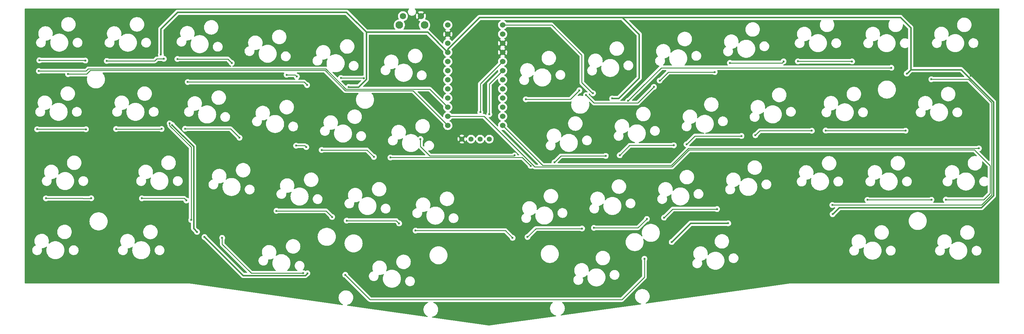
<source format=gbr>
%TF.GenerationSoftware,KiCad,Pcbnew,(5.99.0-9176-ga1730d51ff)*%
%TF.CreationDate,2021-07-22T23:15:28-05:00*%
%TF.ProjectId,Sonata hotswap,536f6e61-7461-4206-986f-74737761702e,rev?*%
%TF.SameCoordinates,Original*%
%TF.FileFunction,Copper,L1,Top*%
%TF.FilePolarity,Positive*%
%FSLAX46Y46*%
G04 Gerber Fmt 4.6, Leading zero omitted, Abs format (unit mm)*
G04 Created by KiCad (PCBNEW (5.99.0-9176-ga1730d51ff)) date 2021-07-22 23:15:28*
%MOMM*%
%LPD*%
G01*
G04 APERTURE LIST*
%TA.AperFunction,ComponentPad*%
%ADD10C,1.524000*%
%TD*%
%TA.AperFunction,ComponentPad*%
%ADD11C,1.397000*%
%TD*%
%TA.AperFunction,ComponentPad*%
%ADD12C,2.100000*%
%TD*%
%TA.AperFunction,ComponentPad*%
%ADD13C,1.750000*%
%TD*%
%TA.AperFunction,ViaPad*%
%ADD14C,0.600000*%
%TD*%
%TA.AperFunction,Conductor*%
%ADD15C,0.250000*%
%TD*%
%TA.AperFunction,Conductor*%
%ADD16C,0.400000*%
%TD*%
G04 APERTURE END LIST*
D10*
%TO.P,U1,1,TX*%
%TO.N,LED*%
X201841400Y-70527000D03*
%TO.P,U1,2,RX*%
%TO.N,unconnected-(U1-Pad2)*%
X201841400Y-73067000D03*
%TO.P,U1,3,GND*%
%TO.N,GND*%
X201841400Y-75607000D03*
%TO.P,U1,4,GND*%
X201841400Y-78147000D03*
%TO.P,U1,5,SCL*%
%TO.N,SCL*%
X201841400Y-80687000D03*
%TO.P,U1,6,SDA*%
%TO.N,SDA*%
X201841400Y-83227000D03*
%TO.P,U1,7,D4*%
%TO.N,COL5*%
X201841400Y-85767000D03*
%TO.P,U1,8,C6*%
%TO.N,COL6*%
X201841400Y-88307000D03*
%TO.P,U1,9,D7*%
%TO.N,COL7*%
X201841400Y-90847000D03*
%TO.P,U1,10,E6*%
%TO.N,COL8*%
X201841400Y-93387000D03*
%TO.P,U1,11,B4*%
%TO.N,COL9*%
X201841400Y-95927000D03*
%TO.P,U1,12,B5*%
%TO.N,ROW3*%
X201841400Y-98467000D03*
%TO.P,U1,13,B6*%
%TO.N,ROW1*%
X186621400Y-98467000D03*
%TO.P,U1,14,B2*%
%TO.N,ROW2*%
X186621400Y-95927000D03*
%TO.P,U1,15,B3*%
%TO.N,ROW0*%
X186621400Y-93387000D03*
%TO.P,U1,16,B1*%
%TO.N,COL4*%
X186621400Y-90847000D03*
%TO.P,U1,17,F7*%
%TO.N,COL3*%
X186621400Y-88307000D03*
%TO.P,U1,18,F6*%
%TO.N,COL2*%
X186621400Y-85767000D03*
%TO.P,U1,19,F5*%
%TO.N,COL1*%
X186621400Y-83227000D03*
%TO.P,U1,20,F4*%
%TO.N,COL0*%
X186621400Y-80687000D03*
%TO.P,U1,21,VCC*%
%TO.N,VCC*%
X186621400Y-78147000D03*
%TO.P,U1,22,RST*%
%TO.N,/RESET*%
X186621400Y-75607000D03*
%TO.P,U1,23,GND*%
%TO.N,GND*%
X186621400Y-73067000D03*
%TO.P,U1,24,RAW*%
%TO.N,unconnected-(U1-Pad24)*%
X186621400Y-70527000D03*
%TD*%
D11*
%TO.P,J1,1,Pin_1*%
%TO.N,GND*%
X190530000Y-102260000D03*
%TO.P,J1,2,Pin_2*%
%TO.N,VCC*%
X193070000Y-102260000D03*
%TO.P,J1,3,Pin_3*%
%TO.N,SCL*%
X195610000Y-102260000D03*
%TO.P,J1,4,Pin_4*%
%TO.N,SDA*%
X198150000Y-102260000D03*
%TD*%
D12*
%TO.P,RESET1,*%
%TO.N,*%
X180180000Y-70562500D03*
X173170000Y-70562500D03*
D13*
%TO.P,RESET1,1,1*%
%TO.N,GND*%
X179180000Y-68072500D03*
%TO.P,RESET1,2,2*%
%TO.N,/RESET*%
X174180000Y-68072500D03*
%TD*%
D14*
%TO.N,ROW0*%
X111590000Y-79990000D03*
X279820000Y-80660000D03*
X73120000Y-83350000D03*
X86020000Y-80430000D03*
X243820000Y-87750000D03*
X225010000Y-90030000D03*
X144710000Y-84870000D03*
X141890000Y-84390000D03*
X223130000Y-88720000D03*
X208280000Y-91200000D03*
X73260000Y-80350000D03*
X298830000Y-80680000D03*
X260710000Y-83640000D03*
X245440000Y-86000000D03*
X126670000Y-81100000D03*
X283790000Y-80640000D03*
X156950000Y-85270000D03*
X91970000Y-80530000D03*
X264950000Y-81080000D03*
X107810000Y-79930000D03*
X179040000Y-102270000D03*
X163300000Y-85370000D03*
X205150000Y-106812600D03*
%TO.N,ROW1*%
X313700000Y-99920000D03*
X94560000Y-99450000D03*
X170710000Y-107390000D03*
X144530000Y-104090000D03*
X86180000Y-99540000D03*
X252900000Y-103720000D03*
X72650000Y-99520000D03*
X249360000Y-103990000D03*
X128810000Y-101880000D03*
X113690000Y-99400000D03*
X216250000Y-108720000D03*
X147340000Y-104480000D03*
X268140000Y-101410000D03*
X291510000Y-99900000D03*
X166100000Y-107210000D03*
X287660000Y-99940000D03*
X271990000Y-101190000D03*
X230470000Y-106940000D03*
X151630000Y-105290000D03*
X234340000Y-106760000D03*
X81230000Y-84200000D03*
X209636716Y-109713284D03*
X107190000Y-99440000D03*
%TO.N,ROW2*%
X246650000Y-124110000D03*
X241880000Y-124470000D03*
X173120000Y-125710000D03*
X158560000Y-124940000D03*
X320880000Y-119140000D03*
X114040000Y-119330000D03*
X227190000Y-126940000D03*
X204610000Y-129720000D03*
X154530000Y-123930000D03*
X75080000Y-118730000D03*
X223890000Y-127140000D03*
X261350000Y-121740000D03*
X101720000Y-118750000D03*
X208740000Y-129490000D03*
X324870000Y-119110000D03*
X177690000Y-127720000D03*
X139070000Y-122230000D03*
X87660000Y-118710000D03*
X303110000Y-119160000D03*
%TO.N,ROW3*%
X334030000Y-104860000D03*
%TO.N,GND*%
X331728904Y-84651096D03*
%TO.N,VCC*%
X159120000Y-87790000D03*
X293450000Y-123130000D03*
X110120000Y-98350000D03*
X119100000Y-129500000D03*
X248780000Y-130890000D03*
X314030000Y-84040000D03*
X147650000Y-139590000D03*
X117030000Y-128080000D03*
X264470000Y-125680000D03*
X232250000Y-90960000D03*
X106990000Y-78750000D03*
%TO.N,SDA*%
X198150000Y-95360000D03*
%TO.N,SCL*%
X195650000Y-94780000D03*
%TO.N,LED*%
X226920000Y-89520000D03*
%TO.N,Net-(L1-Pad4)*%
X236670000Y-91630000D03*
X309740000Y-82450000D03*
%TO.N,Net-(L2-Pad4)*%
X293370000Y-120590000D03*
X320850000Y-85640000D03*
%TO.N,Net-(L4-Pad4)*%
X241220000Y-135550000D03*
X158180000Y-140020000D03*
%TO.N,Net-(L5-Pad2)*%
X124000000Y-129720000D03*
X146470000Y-139540000D03*
%TO.N,Net-(L6-Pad2)*%
X115417600Y-124760000D03*
X109432031Y-97898558D03*
%TO.N,Net-(L7-Pad2)*%
X147570000Y-87240000D03*
X114440000Y-86390000D03*
%TD*%
D15*
%TO.N,ROW0*%
X179040000Y-104340000D02*
X181650000Y-106950000D01*
X105260000Y-80530000D02*
X105750000Y-80040000D01*
X158367580Y-88387580D02*
X181621980Y-88387580D01*
X179040000Y-102270000D02*
X179040000Y-104340000D01*
X181650000Y-106950000D02*
X205012600Y-106950000D01*
X91970000Y-80530000D02*
X105260000Y-80530000D01*
X73120000Y-83350000D02*
X83650000Y-83350000D01*
X85940000Y-80350000D02*
X86020000Y-80430000D01*
X247800000Y-83640000D02*
X245440000Y-86000000D01*
X105750000Y-80040000D02*
X105860000Y-79930000D01*
X83650000Y-83350000D02*
X83660000Y-83360000D01*
X181621980Y-88387580D02*
X186621400Y-93387000D01*
X83660000Y-83360000D02*
X86220000Y-83360000D01*
X225010000Y-90030000D02*
X227220000Y-92240000D01*
X227220000Y-92240000D02*
X239330000Y-92240000D01*
X105860000Y-79930000D02*
X107810000Y-79930000D01*
X260710000Y-83640000D02*
X247800000Y-83640000D01*
X220650000Y-91200000D02*
X223130000Y-88720000D01*
X279400000Y-81080000D02*
X279820000Y-80660000D01*
X208280000Y-91200000D02*
X220650000Y-91200000D01*
X239330000Y-92240000D02*
X243820000Y-87750000D01*
X85990000Y-80400000D02*
X86020000Y-80430000D01*
X264950000Y-81080000D02*
X279400000Y-81080000D01*
X141890000Y-84390000D02*
X144230000Y-84390000D01*
X205012600Y-106950000D02*
X205150000Y-106812600D01*
X283790000Y-80640000D02*
X298790000Y-80640000D01*
X111590000Y-79990000D02*
X125560000Y-79990000D01*
X86220000Y-83360000D02*
X86832420Y-82747580D01*
X163200000Y-85270000D02*
X163300000Y-85370000D01*
X298790000Y-80640000D02*
X298830000Y-80680000D01*
X73260000Y-80350000D02*
X85940000Y-80350000D01*
X144230000Y-84390000D02*
X144710000Y-84870000D01*
X125560000Y-79990000D02*
X126670000Y-81100000D01*
X152727580Y-82747580D02*
X158367580Y-88387580D01*
X86832420Y-82747580D02*
X152727580Y-82747580D01*
X156950000Y-85270000D02*
X163200000Y-85270000D01*
%TO.N,ROW1*%
X313700000Y-99920000D02*
X291530000Y-99920000D01*
X207313432Y-107390000D02*
X209636716Y-109713284D01*
X126330000Y-99400000D02*
X128810000Y-101880000D01*
X113690000Y-99400000D02*
X126330000Y-99400000D01*
X291530000Y-99920000D02*
X291510000Y-99900000D01*
X146950000Y-104090000D02*
X147340000Y-104480000D01*
X144530000Y-104090000D02*
X146950000Y-104090000D01*
X268140000Y-101410000D02*
X255210000Y-101410000D01*
X287660000Y-99940000D02*
X273240000Y-99940000D01*
X273240000Y-99940000D02*
X271990000Y-101190000D01*
X86390000Y-84170000D02*
X87410000Y-83150000D01*
X86160000Y-99520000D02*
X86180000Y-99540000D01*
X87410000Y-83150000D02*
X152550000Y-83150000D01*
X94560000Y-99450000D02*
X107180000Y-99450000D01*
X230470000Y-106940000D02*
X218030000Y-106940000D01*
X107180000Y-99450000D02*
X107190000Y-99440000D01*
X81230000Y-84200000D02*
X81260000Y-84170000D01*
X186621400Y-98467000D02*
X176944400Y-88790000D01*
X158190000Y-88790000D02*
X176944400Y-88790000D01*
X170710000Y-107390000D02*
X207313432Y-107390000D01*
X249360000Y-103990000D02*
X237110000Y-103990000D01*
X81260000Y-84170000D02*
X86390000Y-84170000D01*
X218030000Y-106940000D02*
X216250000Y-108720000D01*
X237110000Y-103990000D02*
X234340000Y-106760000D01*
X255210000Y-101410000D02*
X252900000Y-103720000D01*
X81260000Y-84170000D02*
X83700000Y-84170000D01*
X107130000Y-99500000D02*
X107190000Y-99440000D01*
X152550000Y-83150000D02*
X158190000Y-88790000D01*
X72650000Y-99520000D02*
X86160000Y-99520000D01*
X164180000Y-105290000D02*
X166100000Y-107210000D01*
X176944400Y-88790000D02*
X164150000Y-88790000D01*
X151630000Y-105290000D02*
X164180000Y-105290000D01*
%TO.N,ROW2*%
X152830000Y-122230000D02*
X154530000Y-123930000D01*
X335400000Y-119120000D02*
X324880000Y-119120000D01*
X227190000Y-126940000D02*
X239410000Y-126940000D01*
X101720000Y-118750000D02*
X113460000Y-118750000D01*
X75080000Y-118730000D02*
X85360000Y-118730000D01*
X172350000Y-124940000D02*
X173120000Y-125710000D01*
X261350000Y-121740000D02*
X249020000Y-121740000D01*
X239410000Y-126940000D02*
X241880000Y-124470000D01*
X85360000Y-118730000D02*
X85400000Y-118770000D01*
X210760000Y-110020000D02*
X248880000Y-110020000D01*
X248880000Y-110020000D02*
X253630000Y-105270000D01*
X249020000Y-121740000D02*
X246650000Y-124110000D01*
X332810000Y-105270000D02*
X333120000Y-105580000D01*
X253630000Y-105270000D02*
X332810000Y-105270000D01*
X202610000Y-127720000D02*
X204610000Y-129720000D01*
X324880000Y-119120000D02*
X324870000Y-119110000D01*
X303130000Y-119140000D02*
X303110000Y-119160000D01*
X87600000Y-118770000D02*
X87660000Y-118710000D01*
X335400000Y-119120000D02*
X337160000Y-117360000D01*
X333120000Y-105580000D02*
X333100000Y-105560000D01*
X177690000Y-127720000D02*
X202610000Y-127720000D01*
X186621400Y-95927000D02*
X196667000Y-95927000D01*
X85400000Y-118770000D02*
X87600000Y-118770000D01*
X113460000Y-118750000D02*
X114040000Y-119330000D01*
X211090000Y-127140000D02*
X208740000Y-129490000D01*
X158560000Y-124940000D02*
X172350000Y-124940000D01*
X113880000Y-119170000D02*
X114040000Y-119330000D01*
X196667000Y-95927000D02*
X210760000Y-110020000D01*
X320880000Y-119140000D02*
X303130000Y-119140000D01*
X223890000Y-127140000D02*
X211090000Y-127140000D01*
X337160000Y-117360000D02*
X337160000Y-109620000D01*
X139070000Y-122230000D02*
X152830000Y-122230000D01*
X337160000Y-109620000D02*
X333120000Y-105580000D01*
%TO.N,ROW3*%
X253430000Y-104860000D02*
X248720000Y-109570000D01*
X334030000Y-104860000D02*
X253430000Y-104860000D01*
X201841400Y-98467000D02*
X212944400Y-109570000D01*
X212944400Y-109570000D02*
X248720000Y-109570000D01*
D16*
%TO.N,VCC*%
X164000000Y-85635569D02*
X161845569Y-87790000D01*
X186621400Y-78147000D02*
X180994400Y-72520000D01*
X164000000Y-72520000D02*
X164000000Y-85635569D01*
X329095174Y-82940000D02*
X338012587Y-91857413D01*
X235060000Y-68440000D02*
X239750000Y-73130000D01*
X264470000Y-125680000D02*
X253990000Y-125680000D01*
X116070000Y-104300000D02*
X116070000Y-121530000D01*
X234020000Y-90960000D02*
X232250000Y-90960000D01*
X129792411Y-140192411D02*
X131612411Y-140192411D01*
X338012587Y-91857413D02*
X338077419Y-91922245D01*
X116070000Y-121530000D02*
X116070000Y-127120000D01*
X338077419Y-117972324D02*
X334719743Y-121330000D01*
X235060000Y-68440000D02*
X312270000Y-68440000D01*
X119100000Y-129500000D02*
X129792411Y-140192411D01*
X338077419Y-91922245D02*
X338077419Y-117972324D01*
X204370000Y-68440000D02*
X235060000Y-68440000D01*
X253990000Y-125680000D02*
X248780000Y-130890000D01*
X312270000Y-68440000D02*
X315130000Y-71300000D01*
X106990000Y-71610000D02*
X106990000Y-78750000D01*
X306600000Y-121330000D02*
X295250000Y-121330000D01*
X334719743Y-121330000D02*
X306600000Y-121330000D01*
X116070000Y-127120000D02*
X117030000Y-128080000D01*
X195437729Y-68440000D02*
X204370000Y-68440000D01*
X239750000Y-85230000D02*
X234020000Y-90960000D01*
X315130000Y-82940000D02*
X329095174Y-82940000D01*
X161845569Y-87790000D02*
X159120000Y-87790000D01*
X164000000Y-72520000D02*
X158470000Y-66990000D01*
X315130000Y-82170000D02*
X315130000Y-82940000D01*
X147047589Y-140192411D02*
X147650000Y-139590000D01*
X239750000Y-73130000D02*
X239750000Y-85230000D01*
X295250000Y-121330000D02*
X293450000Y-123130000D01*
X158470000Y-66990000D02*
X111610000Y-66990000D01*
X186621400Y-77256329D02*
X195437729Y-68440000D01*
X110120000Y-98350000D02*
X116070000Y-104300000D01*
X315130000Y-82940000D02*
X314030000Y-84040000D01*
X315130000Y-71300000D02*
X315130000Y-82170000D01*
X186621400Y-78147000D02*
X186621400Y-77256329D01*
X111610000Y-66990000D02*
X106990000Y-71610000D01*
X180994400Y-72520000D02*
X164000000Y-72520000D01*
X129792411Y-140192411D02*
X147047589Y-140192411D01*
D15*
%TO.N,SDA*%
X198150000Y-95360000D02*
X198150000Y-86918400D01*
X198150000Y-86918400D02*
X201841400Y-83227000D01*
%TO.N,SCL*%
X201841400Y-80687000D02*
X195650000Y-86878400D01*
X195650000Y-86878400D02*
X195650000Y-94780000D01*
%TO.N,LED*%
X215457000Y-70527000D02*
X223810000Y-78880000D01*
X226780000Y-89520000D02*
X226920000Y-89520000D01*
X223810000Y-78880000D02*
X223810000Y-86550000D01*
X223810000Y-86550000D02*
X226780000Y-89520000D01*
X201841400Y-70527000D02*
X215457000Y-70527000D01*
%TO.N,Net-(L1-Pad4)*%
X236670000Y-91630000D02*
X240680000Y-87620000D01*
X240680000Y-87620000D02*
X245850000Y-82450000D01*
X245850000Y-82450000D02*
X309740000Y-82450000D01*
%TO.N,Net-(L2-Pad4)*%
X331120000Y-85640000D02*
X337600000Y-92120000D01*
X334764569Y-120610000D02*
X293390000Y-120610000D01*
X337600000Y-117774569D02*
X334764569Y-120610000D01*
X293390000Y-120610000D02*
X293370000Y-120590000D01*
X337600000Y-92120000D02*
X337600000Y-117774569D01*
X320850000Y-85640000D02*
X331120000Y-85640000D01*
%TO.N,Net-(L4-Pad4)*%
X234950000Y-146910000D02*
X241220000Y-140640000D01*
X158180000Y-140020000D02*
X165070000Y-146910000D01*
X241220000Y-140640000D02*
X241220000Y-135550000D01*
X165070000Y-146910000D02*
X234950000Y-146910000D01*
%TO.N,Net-(L5-Pad2)*%
X132060000Y-139540000D02*
X146470000Y-139540000D01*
X124000000Y-131480000D02*
X132060000Y-139540000D01*
X124000000Y-129720000D02*
X124000000Y-131480000D01*
%TO.N,Net-(L6-Pad2)*%
X109432031Y-97898558D02*
X109432031Y-98516600D01*
X109432031Y-98516600D02*
X115417600Y-104502169D01*
X115417600Y-104502169D02*
X115417600Y-124760000D01*
%TO.N,Net-(L7-Pad2)*%
X146720000Y-86390000D02*
X147570000Y-87240000D01*
X114440000Y-86390000D02*
X146720000Y-86390000D01*
%TD*%
%TA.AperFunction,Conductor*%
%TO.N,GND*%
G36*
X175821365Y-65939438D02*
G01*
X175867858Y-65993094D01*
X175877962Y-66063368D01*
X175844263Y-66132564D01*
X175806152Y-66172376D01*
X175802900Y-66177412D01*
X175802898Y-66177415D01*
X175694670Y-66345031D01*
X175691418Y-66350068D01*
X175612354Y-66546249D01*
X175611206Y-66552130D01*
X175611204Y-66552135D01*
X175572962Y-66747961D01*
X175571814Y-66753841D01*
X175571798Y-66759826D01*
X175571798Y-66759830D01*
X175571538Y-66859426D01*
X175571261Y-66965355D01*
X175572379Y-66971242D01*
X175597676Y-67104486D01*
X175610713Y-67173157D01*
X175688748Y-67369749D01*
X175691972Y-67374800D01*
X175691973Y-67374802D01*
X175748683Y-67463647D01*
X175802550Y-67548039D01*
X175948013Y-67701593D01*
X175952878Y-67705083D01*
X175952881Y-67705085D01*
X176092194Y-67805007D01*
X176119887Y-67824870D01*
X176138371Y-67833391D01*
X176294569Y-67905399D01*
X176311972Y-67913422D01*
X176317788Y-67914856D01*
X176317791Y-67914857D01*
X176406078Y-67936624D01*
X176517337Y-67964055D01*
X176523327Y-67964364D01*
X176523329Y-67964364D01*
X176597698Y-67968196D01*
X176728570Y-67974940D01*
X176734505Y-67974111D01*
X176734509Y-67974111D01*
X176916597Y-67948682D01*
X176938051Y-67945686D01*
X177138221Y-67877348D01*
X177321857Y-67772391D01*
X177326401Y-67768490D01*
X177326406Y-67768486D01*
X177477786Y-67638508D01*
X177482334Y-67634603D01*
X177613860Y-67468956D01*
X177651282Y-67397223D01*
X177671244Y-67358957D01*
X177711690Y-67281426D01*
X177772294Y-67078780D01*
X177787169Y-66931059D01*
X178402732Y-66931059D01*
X178406413Y-66939703D01*
X179167188Y-67700478D01*
X179181132Y-67708092D01*
X179182965Y-67707961D01*
X179189580Y-67703710D01*
X179949650Y-66943640D01*
X179956380Y-66931316D01*
X179947851Y-66919958D01*
X179915696Y-66896034D01*
X179906663Y-66890433D01*
X179706955Y-66788896D01*
X179697104Y-66784896D01*
X179483146Y-66718461D01*
X179472765Y-66716178D01*
X179250668Y-66686741D01*
X179240053Y-66686241D01*
X179016176Y-66694646D01*
X179005627Y-66695941D01*
X178786371Y-66741945D01*
X178776174Y-66745005D01*
X178567816Y-66827289D01*
X178558280Y-66832023D01*
X178412238Y-66920643D01*
X178402732Y-66931059D01*
X177787169Y-66931059D01*
X177793485Y-66868330D01*
X177793500Y-66862500D01*
X177786434Y-66788433D01*
X177773981Y-66657916D01*
X177773411Y-66651942D01*
X177729158Y-66501097D01*
X177715557Y-66454735D01*
X177715556Y-66454733D01*
X177713869Y-66448982D01*
X177711122Y-66443648D01*
X177619768Y-66266273D01*
X177619766Y-66266270D01*
X177617022Y-66260942D01*
X177508878Y-66123269D01*
X177482528Y-66057344D01*
X177496003Y-65987637D01*
X177545024Y-65936282D01*
X177607964Y-65919436D01*
X339586001Y-65919436D01*
X339654122Y-65939438D01*
X339700615Y-65993094D01*
X339712001Y-66045436D01*
X339712001Y-142277436D01*
X339691999Y-142345557D01*
X339638343Y-142392050D01*
X339586001Y-142403436D01*
X281954903Y-142403436D01*
X281944229Y-142402983D01*
X281935245Y-142402219D01*
X281907831Y-142399888D01*
X281902844Y-142399363D01*
X281875132Y-142395886D01*
X281869652Y-142395982D01*
X281856773Y-142395547D01*
X281853153Y-142395239D01*
X281853151Y-142395239D01*
X281848307Y-142394827D01*
X281843455Y-142395165D01*
X281841682Y-142395152D01*
X281835354Y-142395269D01*
X281827887Y-142393950D01*
X281811882Y-142395712D01*
X281803904Y-142396590D01*
X281792312Y-142397328D01*
X281785866Y-142397440D01*
X281763550Y-142397829D01*
X281754979Y-142400498D01*
X281750163Y-142401274D01*
X281747801Y-142401632D01*
X281744956Y-142402035D01*
X281740481Y-142402347D01*
X281736093Y-142403291D01*
X281736085Y-142403292D01*
X281735102Y-142403503D01*
X281722401Y-142405563D01*
X281713952Y-142406493D01*
X281709252Y-142407764D01*
X281688910Y-142413265D01*
X281682550Y-142414809D01*
X281632005Y-142425681D01*
X281623001Y-142427278D01*
X274452511Y-143432406D01*
X241660690Y-148029018D01*
X241590452Y-148018666D01*
X241536961Y-147971984D01*
X241517200Y-147903793D01*
X241537442Y-147835743D01*
X241580198Y-147795120D01*
X241767736Y-147686845D01*
X241991734Y-147511839D01*
X241995135Y-147508318D01*
X242186138Y-147310528D01*
X242186140Y-147310525D01*
X242189196Y-147307361D01*
X242270618Y-147195293D01*
X242353689Y-147080956D01*
X242353691Y-147080952D01*
X242356278Y-147077392D01*
X242358344Y-147073506D01*
X242358348Y-147073500D01*
X242487662Y-146830294D01*
X242489729Y-146826407D01*
X242539261Y-146690320D01*
X242585446Y-146563428D01*
X242585447Y-146563423D01*
X242586951Y-146559292D01*
X242628378Y-146364390D01*
X242645138Y-146285542D01*
X242645138Y-146285540D01*
X242646051Y-146281246D01*
X242646585Y-146273621D01*
X242665573Y-146002071D01*
X242665880Y-145997681D01*
X242646051Y-145714116D01*
X242586951Y-145436070D01*
X242489729Y-145168955D01*
X242419785Y-145037409D01*
X242358348Y-144921862D01*
X242358344Y-144921856D01*
X242356278Y-144917970D01*
X242306172Y-144849004D01*
X242191785Y-144691564D01*
X242191783Y-144691561D01*
X242189196Y-144688001D01*
X242172620Y-144670836D01*
X241994788Y-144486685D01*
X241994784Y-144486682D01*
X241991734Y-144483523D01*
X241767736Y-144308517D01*
X241521561Y-144166388D01*
X241258002Y-144059903D01*
X241253729Y-144058838D01*
X241253727Y-144058837D01*
X240986459Y-143992200D01*
X240986461Y-143992200D01*
X240982188Y-143991135D01*
X240977820Y-143990676D01*
X240977815Y-143990675D01*
X240703857Y-143961881D01*
X240703854Y-143961881D01*
X240699488Y-143961422D01*
X240695100Y-143961575D01*
X240695094Y-143961575D01*
X240419801Y-143971189D01*
X240419795Y-143971190D01*
X240415403Y-143971343D01*
X240135464Y-144020703D01*
X239865119Y-144108544D01*
X239861166Y-144110472D01*
X239861161Y-144110474D01*
X239742008Y-144168589D01*
X239609630Y-144233154D01*
X239605991Y-144235609D01*
X239605985Y-144235612D01*
X239377616Y-144389649D01*
X239377609Y-144389654D01*
X239373970Y-144392109D01*
X239162725Y-144582315D01*
X239149622Y-144597931D01*
X238982836Y-144796698D01*
X238982832Y-144796703D01*
X238980008Y-144800069D01*
X238829374Y-145041133D01*
X238776889Y-145159017D01*
X238724482Y-145276725D01*
X238713756Y-145300815D01*
X238712544Y-145305042D01*
X238648788Y-145527387D01*
X238635404Y-145574061D01*
X238595843Y-145855552D01*
X238595843Y-146139810D01*
X238635404Y-146421301D01*
X238713756Y-146694547D01*
X238829374Y-146954229D01*
X238980008Y-147195293D01*
X238982832Y-147198659D01*
X238982836Y-147198664D01*
X239071054Y-147303798D01*
X239162725Y-147413047D01*
X239309330Y-147545051D01*
X239346575Y-147578586D01*
X239373970Y-147603253D01*
X239377609Y-147605708D01*
X239377616Y-147605713D01*
X239605985Y-147759750D01*
X239605991Y-147759753D01*
X239609630Y-147762208D01*
X239613581Y-147764135D01*
X239861161Y-147884888D01*
X239861166Y-147884890D01*
X239865119Y-147886818D01*
X240014820Y-147935459D01*
X240098434Y-147962627D01*
X240135464Y-147974659D01*
X240139797Y-147975423D01*
X240198365Y-147985750D01*
X240261977Y-148017277D01*
X240298447Y-148078191D01*
X240296194Y-148149152D01*
X240255935Y-148207630D01*
X240193977Y-148234616D01*
X233944013Y-149110708D01*
X218112000Y-151329969D01*
X218041762Y-151319617D01*
X217988271Y-151272935D01*
X217968510Y-151204744D01*
X217988752Y-151136694D01*
X218031508Y-151096071D01*
X218199356Y-150999164D01*
X218423354Y-150824158D01*
X218489566Y-150755594D01*
X218617758Y-150622847D01*
X218617760Y-150622844D01*
X218620816Y-150619680D01*
X218702238Y-150507612D01*
X218785309Y-150393275D01*
X218785311Y-150393271D01*
X218787898Y-150389711D01*
X218789964Y-150385825D01*
X218789968Y-150385819D01*
X218919282Y-150142613D01*
X218921349Y-150138726D01*
X218970881Y-150002639D01*
X219017066Y-149875747D01*
X219017067Y-149875742D01*
X219018571Y-149871611D01*
X219059998Y-149676709D01*
X219076758Y-149597861D01*
X219076758Y-149597859D01*
X219077671Y-149593565D01*
X219097500Y-149310000D01*
X219077671Y-149026435D01*
X219018571Y-148748389D01*
X218921349Y-148481274D01*
X218844626Y-148336978D01*
X218789968Y-148234181D01*
X218789964Y-148234175D01*
X218787898Y-148230289D01*
X218771436Y-148207630D01*
X218623405Y-148003883D01*
X218623403Y-148003880D01*
X218620816Y-148000320D01*
X218604240Y-147983155D01*
X218426408Y-147799004D01*
X218426404Y-147799001D01*
X218423354Y-147795842D01*
X218388726Y-147768788D01*
X218347362Y-147711088D01*
X218343759Y-147640183D01*
X218379062Y-147578586D01*
X218442063Y-147545853D01*
X218466301Y-147543500D01*
X234871616Y-147543500D01*
X234882520Y-147544014D01*
X234889911Y-147545666D01*
X234897837Y-147545417D01*
X234897838Y-147545417D01*
X234956866Y-147543562D01*
X234960823Y-147543500D01*
X234989578Y-147543500D01*
X234993845Y-147542961D01*
X235005687Y-147542028D01*
X235037335Y-147541033D01*
X235041960Y-147540888D01*
X235049883Y-147540639D01*
X235069334Y-147534988D01*
X235088695Y-147530978D01*
X235091420Y-147530634D01*
X235100930Y-147529433D01*
X235100933Y-147529432D01*
X235108788Y-147528440D01*
X235116153Y-147525524D01*
X235116157Y-147525523D01*
X235149901Y-147512163D01*
X235161130Y-147508318D01*
X235170365Y-147505635D01*
X235203578Y-147495986D01*
X235210406Y-147491948D01*
X235221011Y-147485677D01*
X235238762Y-147476981D01*
X235250226Y-147472442D01*
X235250229Y-147472440D01*
X235257600Y-147469522D01*
X235293368Y-147443535D01*
X235303291Y-147437016D01*
X235305315Y-147435819D01*
X235341341Y-147414514D01*
X235341759Y-147414145D01*
X235355842Y-147400062D01*
X235370867Y-147387228D01*
X235387083Y-147375446D01*
X235415030Y-147341664D01*
X235423019Y-147332885D01*
X241612513Y-141143391D01*
X241620601Y-141136031D01*
X241626995Y-141131973D01*
X241672870Y-141083121D01*
X241675624Y-141080280D01*
X241695938Y-141059966D01*
X241698583Y-141056555D01*
X241706289Y-141047533D01*
X241731133Y-141021077D01*
X241736557Y-141015301D01*
X241740376Y-141008355D01*
X241746318Y-140997547D01*
X241757172Y-140981023D01*
X241764725Y-140971286D01*
X241764725Y-140971285D01*
X241769583Y-140965023D01*
X241787142Y-140924447D01*
X241792363Y-140913790D01*
X241797232Y-140904934D01*
X241813662Y-140875048D01*
X241817314Y-140860824D01*
X241818699Y-140855432D01*
X241825103Y-140836728D01*
X241829999Y-140825415D01*
X241830001Y-140825408D01*
X241833148Y-140818136D01*
X241839236Y-140779702D01*
X241840065Y-140774465D01*
X241842472Y-140762844D01*
X241851987Y-140725782D01*
X241851987Y-140725781D01*
X241853465Y-140720025D01*
X241853500Y-140719469D01*
X241853500Y-140699548D01*
X241855051Y-140679838D01*
X241856944Y-140667886D01*
X241856944Y-140667885D01*
X241858184Y-140660056D01*
X241854059Y-140616417D01*
X241853500Y-140604560D01*
X241853500Y-136899300D01*
X254508879Y-136899300D01*
X254545567Y-137127077D01*
X254620108Y-137345417D01*
X254622658Y-137350104D01*
X254622659Y-137350106D01*
X254650324Y-137400952D01*
X254730372Y-137548075D01*
X254873205Y-137729258D01*
X254877165Y-137732829D01*
X254877166Y-137732831D01*
X254995037Y-137839148D01*
X255044523Y-137883784D01*
X255049030Y-137886639D01*
X255049033Y-137886641D01*
X255148566Y-137949685D01*
X255239428Y-138007237D01*
X255244354Y-138009293D01*
X255244355Y-138009293D01*
X255424354Y-138084403D01*
X255452347Y-138096084D01*
X255457551Y-138097281D01*
X255457552Y-138097281D01*
X255671989Y-138146591D01*
X255671994Y-138146592D01*
X255677192Y-138147787D01*
X255682520Y-138148090D01*
X255682523Y-138148090D01*
X255833800Y-138156680D01*
X255907534Y-138160867D01*
X255912841Y-138160267D01*
X255912843Y-138160267D01*
X256023235Y-138147787D01*
X256136787Y-138134950D01*
X256141908Y-138133467D01*
X256141913Y-138133466D01*
X256353277Y-138072258D01*
X256353276Y-138072258D01*
X256358395Y-138070776D01*
X256489540Y-138007237D01*
X256561218Y-137972509D01*
X256566023Y-137970181D01*
X256682926Y-137886641D01*
X256749387Y-137839148D01*
X256749389Y-137839146D01*
X256753733Y-137836042D01*
X256916158Y-137672193D01*
X257017611Y-137527572D01*
X257045591Y-137487687D01*
X257045592Y-137487685D01*
X257048655Y-137483319D01*
X257052105Y-137476038D01*
X257145149Y-137279645D01*
X257147434Y-137274822D01*
X257209671Y-137052662D01*
X257210225Y-137047348D01*
X257233280Y-136826142D01*
X257233281Y-136826132D01*
X257233587Y-136823192D01*
X257233838Y-136796999D01*
X257229600Y-136747050D01*
X257214783Y-136572423D01*
X257214782Y-136572419D01*
X257214332Y-136567112D01*
X257212994Y-136561957D01*
X257212993Y-136561951D01*
X257157713Y-136348969D01*
X257156371Y-136343798D01*
X257154178Y-136338930D01*
X257154176Y-136338924D01*
X257111329Y-136243807D01*
X257101588Y-136173482D01*
X257131413Y-136109054D01*
X257195728Y-136069801D01*
X257395785Y-136019921D01*
X257469642Y-135990081D01*
X257652149Y-135916344D01*
X257652155Y-135916341D01*
X257656239Y-135914691D01*
X257660054Y-135912489D01*
X257660059Y-135912486D01*
X257769681Y-135849195D01*
X257899514Y-135774236D01*
X257977791Y-135713079D01*
X258117405Y-135604001D01*
X258117409Y-135603997D01*
X258120873Y-135601291D01*
X258123937Y-135598119D01*
X258231995Y-135486221D01*
X258293704Y-135451114D01*
X258364598Y-135454942D01*
X258422167Y-135496490D01*
X258448135Y-135562567D01*
X258446400Y-135597358D01*
X258438376Y-135639422D01*
X258412372Y-135775739D01*
X258392600Y-136090000D01*
X258392849Y-136093958D01*
X258393036Y-136096937D01*
X258412372Y-136404261D01*
X258471375Y-136713565D01*
X258472601Y-136717339D01*
X258472602Y-136717342D01*
X258512163Y-136839099D01*
X258568678Y-137013036D01*
X258702749Y-137297949D01*
X258704867Y-137301287D01*
X258704869Y-137301290D01*
X258768497Y-137401552D01*
X258871471Y-137563813D01*
X258873990Y-137566858D01*
X258873993Y-137566862D01*
X258895378Y-137592712D01*
X259072184Y-137806433D01*
X259301723Y-138021985D01*
X259304925Y-138024312D01*
X259304927Y-138024313D01*
X259384609Y-138082205D01*
X259556468Y-138207068D01*
X259559937Y-138208975D01*
X259559940Y-138208977D01*
X259820450Y-138352193D01*
X259832401Y-138358763D01*
X259959937Y-138409258D01*
X260121488Y-138473221D01*
X260121491Y-138473222D01*
X260125171Y-138474679D01*
X260129005Y-138475663D01*
X260129013Y-138475666D01*
X260286269Y-138516042D01*
X260430160Y-138552987D01*
X260434088Y-138553483D01*
X260434092Y-138553484D01*
X260515627Y-138563784D01*
X260742559Y-138592452D01*
X261057441Y-138592452D01*
X261284373Y-138563784D01*
X261365908Y-138553484D01*
X261365912Y-138553483D01*
X261369840Y-138552987D01*
X261513731Y-138516042D01*
X261670987Y-138475666D01*
X261670995Y-138475663D01*
X261674829Y-138474679D01*
X261678509Y-138473222D01*
X261678512Y-138473221D01*
X261840063Y-138409258D01*
X261967599Y-138358763D01*
X261979550Y-138352193D01*
X262240060Y-138208977D01*
X262240063Y-138208975D01*
X262243532Y-138207068D01*
X262415391Y-138082205D01*
X262495073Y-138024313D01*
X262495075Y-138024312D01*
X262498277Y-138021985D01*
X262727816Y-137806433D01*
X262904622Y-137592712D01*
X262926007Y-137566862D01*
X262926010Y-137566858D01*
X262928529Y-137563813D01*
X263031503Y-137401552D01*
X263095131Y-137301290D01*
X263095133Y-137301287D01*
X263097251Y-137297949D01*
X263231322Y-137013036D01*
X263287837Y-136839099D01*
X263327398Y-136717342D01*
X263327399Y-136717339D01*
X263328625Y-136713565D01*
X263387628Y-136404261D01*
X263406964Y-136096937D01*
X263407151Y-136093958D01*
X263407400Y-136090000D01*
X263387628Y-135775739D01*
X263332224Y-135485302D01*
X264570003Y-135485302D01*
X264606691Y-135713079D01*
X264681232Y-135931419D01*
X264791496Y-136134077D01*
X264934329Y-136315260D01*
X264938289Y-136318831D01*
X264938290Y-136318833D01*
X265095636Y-136460756D01*
X265105647Y-136469786D01*
X265110154Y-136472641D01*
X265110157Y-136472643D01*
X265168991Y-136509908D01*
X265300552Y-136593239D01*
X265305478Y-136595295D01*
X265305479Y-136595295D01*
X265493945Y-136673938D01*
X265513471Y-136682086D01*
X265518675Y-136683283D01*
X265518676Y-136683283D01*
X265733113Y-136732593D01*
X265733118Y-136732594D01*
X265738316Y-136733789D01*
X265743644Y-136734092D01*
X265743647Y-136734092D01*
X265888989Y-136742345D01*
X265968658Y-136746869D01*
X265973965Y-136746269D01*
X265973967Y-136746269D01*
X266092674Y-136732849D01*
X266197911Y-136720952D01*
X266203032Y-136719469D01*
X266203037Y-136719468D01*
X266414401Y-136658260D01*
X266414400Y-136658260D01*
X266419519Y-136656778D01*
X266435270Y-136649147D01*
X266622342Y-136558511D01*
X266627147Y-136556183D01*
X266721816Y-136488532D01*
X266810511Y-136425150D01*
X266810513Y-136425148D01*
X266814857Y-136422044D01*
X266977282Y-136258195D01*
X267092496Y-136093958D01*
X267106715Y-136073689D01*
X267106716Y-136073687D01*
X267109779Y-136069321D01*
X267208558Y-135860824D01*
X267270795Y-135638664D01*
X267277038Y-135578763D01*
X267294404Y-135412144D01*
X267294405Y-135412134D01*
X267294711Y-135409194D01*
X267294962Y-135383001D01*
X267291817Y-135345939D01*
X267275907Y-135158425D01*
X267275906Y-135158421D01*
X267275456Y-135153114D01*
X267274118Y-135147959D01*
X267274117Y-135147953D01*
X267218837Y-134934971D01*
X267217495Y-134929800D01*
X267139726Y-134757160D01*
X267124927Y-134724306D01*
X267124926Y-134724303D01*
X267122737Y-134719445D01*
X266993891Y-134528063D01*
X266989137Y-134523079D01*
X266898711Y-134428289D01*
X266834641Y-134361126D01*
X266822576Y-134352149D01*
X266653822Y-134226593D01*
X266649540Y-134223407D01*
X266644789Y-134220991D01*
X266644785Y-134220989D01*
X266448640Y-134121264D01*
X266448639Y-134121264D01*
X266443882Y-134118845D01*
X266333714Y-134084637D01*
X266228650Y-134052013D01*
X266228644Y-134052012D01*
X266223547Y-134050429D01*
X266117599Y-134036387D01*
X266000119Y-134020816D01*
X266000114Y-134020816D01*
X265994834Y-134020116D01*
X265989505Y-134020316D01*
X265989503Y-134020316D01*
X265879559Y-134024443D01*
X265764283Y-134028771D01*
X265538487Y-134076148D01*
X265533531Y-134078105D01*
X265533525Y-134078107D01*
X265424246Y-134121264D01*
X265323902Y-134160892D01*
X265222772Y-134222259D01*
X265143544Y-134270336D01*
X265126662Y-134280580D01*
X265122632Y-134284077D01*
X264977157Y-134410314D01*
X264952409Y-134431789D01*
X264926668Y-134463182D01*
X264809508Y-134606068D01*
X264809504Y-134606074D01*
X264806124Y-134610196D01*
X264803485Y-134614832D01*
X264803483Y-134614835D01*
X264733629Y-134737551D01*
X264691990Y-134810701D01*
X264613271Y-135027569D01*
X264612322Y-135032818D01*
X264612321Y-135032821D01*
X264578605Y-135219274D01*
X264572217Y-135254600D01*
X264571791Y-135298977D01*
X264570147Y-135470336D01*
X264570003Y-135485302D01*
X263332224Y-135485302D01*
X263328625Y-135466435D01*
X263325137Y-135455698D01*
X263272869Y-135294835D01*
X263231322Y-135166964D01*
X263097251Y-134882051D01*
X263072888Y-134843660D01*
X262962169Y-134669196D01*
X262928529Y-134616187D01*
X262917799Y-134603216D01*
X262833434Y-134501237D01*
X262727816Y-134373567D01*
X262498277Y-134158015D01*
X262425599Y-134105211D01*
X262350751Y-134050831D01*
X262243532Y-133972932D01*
X262222163Y-133961184D01*
X261971061Y-133823140D01*
X261971058Y-133823139D01*
X261967599Y-133821237D01*
X261804900Y-133756820D01*
X261678512Y-133706779D01*
X261678509Y-133706778D01*
X261674829Y-133705321D01*
X261670995Y-133704337D01*
X261670987Y-133704334D01*
X261471025Y-133652993D01*
X261369840Y-133627013D01*
X261365912Y-133626517D01*
X261365908Y-133626516D01*
X261192857Y-133604655D01*
X261057441Y-133587548D01*
X260742559Y-133587548D01*
X260607143Y-133604655D01*
X260434092Y-133626516D01*
X260434088Y-133626517D01*
X260430160Y-133627013D01*
X260328975Y-133652993D01*
X260129013Y-133704334D01*
X260129005Y-133704337D01*
X260125171Y-133705321D01*
X260121491Y-133706778D01*
X260121488Y-133706779D01*
X259995100Y-133756820D01*
X259832401Y-133821237D01*
X259828942Y-133823139D01*
X259828939Y-133823140D01*
X259577838Y-133961184D01*
X259556468Y-133972932D01*
X259449249Y-134050831D01*
X259374402Y-134105211D01*
X259301723Y-134158015D01*
X259072184Y-134373567D01*
X259069661Y-134376617D01*
X259069658Y-134376620D01*
X258990391Y-134472437D01*
X258931558Y-134512175D01*
X258860580Y-134513796D01*
X258799992Y-134476787D01*
X258769032Y-134412897D01*
X258767614Y-134383332D01*
X258768084Y-134376620D01*
X258787079Y-134104969D01*
X258783053Y-134047390D01*
X258767791Y-133829129D01*
X258767790Y-133829124D01*
X258767484Y-133824744D01*
X258709079Y-133549973D01*
X258707575Y-133545840D01*
X258651692Y-133392301D01*
X298059441Y-133392301D01*
X298096129Y-133620078D01*
X298170670Y-133838418D01*
X298173220Y-133843105D01*
X298173221Y-133843107D01*
X298178802Y-133853364D01*
X298280934Y-134041076D01*
X298423767Y-134222259D01*
X298427727Y-134225830D01*
X298427728Y-134225832D01*
X298588993Y-134371290D01*
X298595085Y-134376785D01*
X298599592Y-134379640D01*
X298599595Y-134379642D01*
X298688446Y-134435920D01*
X298789990Y-134500238D01*
X298794916Y-134502294D01*
X298794917Y-134502294D01*
X298992142Y-134584592D01*
X299002909Y-134589085D01*
X299008113Y-134590282D01*
X299008114Y-134590282D01*
X299222551Y-134639592D01*
X299222556Y-134639593D01*
X299227754Y-134640788D01*
X299233082Y-134641091D01*
X299233085Y-134641091D01*
X299391323Y-134650076D01*
X299458096Y-134653868D01*
X299463403Y-134653268D01*
X299463405Y-134653268D01*
X299576477Y-134640485D01*
X299687349Y-134627951D01*
X299692470Y-134626468D01*
X299692475Y-134626467D01*
X299903839Y-134565259D01*
X299903838Y-134565259D01*
X299908957Y-134563777D01*
X299948349Y-134544692D01*
X300111780Y-134465510D01*
X300116585Y-134463182D01*
X300205501Y-134399642D01*
X300299949Y-134332149D01*
X300299951Y-134332147D01*
X300304295Y-134329043D01*
X300466720Y-134165194D01*
X300599217Y-133976320D01*
X300608338Y-133957069D01*
X300695711Y-133772646D01*
X300697996Y-133767823D01*
X300760233Y-133545663D01*
X300772185Y-133430987D01*
X300783842Y-133319143D01*
X300783843Y-133319133D01*
X300784149Y-133316193D01*
X300784313Y-133299053D01*
X300784372Y-133292962D01*
X300784372Y-133292954D01*
X300784400Y-133290000D01*
X300783747Y-133282301D01*
X300765345Y-133065424D01*
X300765344Y-133065420D01*
X300764894Y-133060113D01*
X300763556Y-133054958D01*
X300763555Y-133054952D01*
X300726289Y-132911374D01*
X300728536Y-132840413D01*
X300768791Y-132781932D01*
X300835077Y-132754411D01*
X300983763Y-132738783D01*
X301035266Y-132733370D01*
X301035268Y-132733370D01*
X301039641Y-132732910D01*
X301312206Y-132664952D01*
X301393090Y-132632273D01*
X301568570Y-132561375D01*
X301568576Y-132561372D01*
X301572660Y-132559722D01*
X301576475Y-132557520D01*
X301576480Y-132557517D01*
X301717215Y-132476263D01*
X301815935Y-132419267D01*
X301941156Y-132321433D01*
X302007146Y-132295257D01*
X302076817Y-132308914D01*
X302128044Y-132358070D01*
X302144564Y-132427118D01*
X302138559Y-132459659D01*
X302072603Y-132662654D01*
X302072602Y-132662658D01*
X302071375Y-132666435D01*
X302012372Y-132975739D01*
X301992600Y-133290000D01*
X302012372Y-133604261D01*
X302071375Y-133913565D01*
X302072601Y-133917339D01*
X302072602Y-133917342D01*
X302081360Y-133944296D01*
X302168678Y-134213036D01*
X302302749Y-134497949D01*
X302304867Y-134501287D01*
X302304869Y-134501290D01*
X302388679Y-134633354D01*
X302471471Y-134763813D01*
X302473990Y-134766858D01*
X302473993Y-134766862D01*
X302515979Y-134817614D01*
X302672184Y-135006433D01*
X302901723Y-135221985D01*
X302904925Y-135224312D01*
X302904927Y-135224313D01*
X302974330Y-135274737D01*
X303156468Y-135407068D01*
X303159937Y-135408975D01*
X303159940Y-135408977D01*
X303413543Y-135548396D01*
X303432401Y-135558763D01*
X303541507Y-135601961D01*
X303721488Y-135673221D01*
X303721491Y-135673222D01*
X303725171Y-135674679D01*
X303729005Y-135675663D01*
X303729013Y-135675666D01*
X303894405Y-135718131D01*
X304030160Y-135752987D01*
X304034088Y-135753483D01*
X304034092Y-135753484D01*
X304121841Y-135764569D01*
X304342559Y-135792452D01*
X304657441Y-135792452D01*
X304878159Y-135764569D01*
X304965908Y-135753484D01*
X304965912Y-135753483D01*
X304969840Y-135752987D01*
X305105595Y-135718131D01*
X305270987Y-135675666D01*
X305270995Y-135675663D01*
X305274829Y-135674679D01*
X305278509Y-135673222D01*
X305278512Y-135673221D01*
X305458493Y-135601961D01*
X305567599Y-135558763D01*
X305586457Y-135548396D01*
X305840060Y-135408977D01*
X305840063Y-135408975D01*
X305843532Y-135407068D01*
X306025670Y-135274737D01*
X306095073Y-135224313D01*
X306095075Y-135224312D01*
X306098277Y-135221985D01*
X306327816Y-135006433D01*
X306484021Y-134817614D01*
X306526007Y-134766862D01*
X306526010Y-134766858D01*
X306528529Y-134763813D01*
X306611321Y-134633354D01*
X306695131Y-134501290D01*
X306695133Y-134501287D01*
X306697251Y-134497949D01*
X306831322Y-134213036D01*
X306918640Y-133944296D01*
X306927398Y-133917342D01*
X306927399Y-133917339D01*
X306928625Y-133913565D01*
X306987628Y-133604261D01*
X307000964Y-133392301D01*
X308219441Y-133392301D01*
X308256129Y-133620078D01*
X308330670Y-133838418D01*
X308333220Y-133843105D01*
X308333221Y-133843107D01*
X308338802Y-133853364D01*
X308440934Y-134041076D01*
X308583767Y-134222259D01*
X308587727Y-134225830D01*
X308587728Y-134225832D01*
X308748993Y-134371290D01*
X308755085Y-134376785D01*
X308759592Y-134379640D01*
X308759595Y-134379642D01*
X308848446Y-134435920D01*
X308949990Y-134500238D01*
X308954916Y-134502294D01*
X308954917Y-134502294D01*
X309152142Y-134584592D01*
X309162909Y-134589085D01*
X309168113Y-134590282D01*
X309168114Y-134590282D01*
X309382551Y-134639592D01*
X309382556Y-134639593D01*
X309387754Y-134640788D01*
X309393082Y-134641091D01*
X309393085Y-134641091D01*
X309551323Y-134650076D01*
X309618096Y-134653868D01*
X309623403Y-134653268D01*
X309623405Y-134653268D01*
X309736477Y-134640485D01*
X309847349Y-134627951D01*
X309852470Y-134626468D01*
X309852475Y-134626467D01*
X310063839Y-134565259D01*
X310063838Y-134565259D01*
X310068957Y-134563777D01*
X310108349Y-134544692D01*
X310271780Y-134465510D01*
X310276585Y-134463182D01*
X310365501Y-134399642D01*
X310459949Y-134332149D01*
X310459951Y-134332147D01*
X310464295Y-134329043D01*
X310626720Y-134165194D01*
X310759217Y-133976320D01*
X310768338Y-133957069D01*
X310855711Y-133772646D01*
X310857996Y-133767823D01*
X310920233Y-133545663D01*
X310932185Y-133430987D01*
X310934133Y-133412301D01*
X321879441Y-133412301D01*
X321916129Y-133640078D01*
X321990670Y-133858418D01*
X321993220Y-133863105D01*
X321993221Y-133863107D01*
X322015500Y-133904054D01*
X322100934Y-134061076D01*
X322243767Y-134242259D01*
X322247727Y-134245830D01*
X322247728Y-134245832D01*
X322408993Y-134391290D01*
X322415085Y-134396785D01*
X322419592Y-134399640D01*
X322419595Y-134399642D01*
X322510195Y-134457028D01*
X322609990Y-134520238D01*
X322614916Y-134522294D01*
X322614917Y-134522294D01*
X322815679Y-134606068D01*
X322822909Y-134609085D01*
X322828113Y-134610282D01*
X322828114Y-134610282D01*
X323042551Y-134659592D01*
X323042556Y-134659593D01*
X323047754Y-134660788D01*
X323053082Y-134661091D01*
X323053085Y-134661091D01*
X323211323Y-134670076D01*
X323278096Y-134673868D01*
X323283403Y-134673268D01*
X323283405Y-134673268D01*
X323401077Y-134659965D01*
X323507349Y-134647951D01*
X323512470Y-134646468D01*
X323512475Y-134646467D01*
X323710627Y-134589085D01*
X323728957Y-134583777D01*
X323743614Y-134576676D01*
X323931780Y-134485510D01*
X323936585Y-134483182D01*
X324028999Y-134417142D01*
X324119949Y-134352149D01*
X324119951Y-134352147D01*
X324124295Y-134349043D01*
X324226609Y-134245832D01*
X324282967Y-134188980D01*
X324282968Y-134188979D01*
X324286720Y-134185194D01*
X324410329Y-134008990D01*
X324416153Y-134000688D01*
X324416154Y-134000686D01*
X324419217Y-133996320D01*
X324517996Y-133787823D01*
X324580233Y-133565663D01*
X324582299Y-133545840D01*
X324603842Y-133339143D01*
X324603843Y-133339133D01*
X324604149Y-133336193D01*
X324604279Y-133322613D01*
X324604372Y-133312962D01*
X324604372Y-133312954D01*
X324604400Y-133310000D01*
X324604047Y-133305840D01*
X324585345Y-133085424D01*
X324585344Y-133085420D01*
X324584894Y-133080113D01*
X324583556Y-133074958D01*
X324583555Y-133074952D01*
X324546289Y-132931374D01*
X324548536Y-132860413D01*
X324588791Y-132801932D01*
X324655077Y-132774411D01*
X324799891Y-132759190D01*
X324855266Y-132753370D01*
X324855268Y-132753370D01*
X324859641Y-132752910D01*
X325023843Y-132711970D01*
X325127935Y-132686017D01*
X325127937Y-132686016D01*
X325132206Y-132684952D01*
X325213090Y-132652273D01*
X325388570Y-132581375D01*
X325388576Y-132581372D01*
X325392660Y-132579722D01*
X325396475Y-132577520D01*
X325396480Y-132577517D01*
X325518246Y-132507215D01*
X325635935Y-132439267D01*
X325761156Y-132341433D01*
X325827146Y-132315257D01*
X325896817Y-132328914D01*
X325948044Y-132378070D01*
X325964564Y-132447118D01*
X325958559Y-132479659D01*
X325892603Y-132682654D01*
X325892602Y-132682658D01*
X325891375Y-132686435D01*
X325832372Y-132995739D01*
X325812600Y-133310000D01*
X325832372Y-133624261D01*
X325891375Y-133933565D01*
X325892601Y-133937339D01*
X325892602Y-133937342D01*
X325925626Y-134038980D01*
X325988678Y-134233036D01*
X326122749Y-134517949D01*
X326124867Y-134521287D01*
X326124869Y-134521290D01*
X326207200Y-134651023D01*
X326291471Y-134783813D01*
X326293990Y-134786858D01*
X326293993Y-134786862D01*
X326320440Y-134818831D01*
X326492184Y-135026433D01*
X326721723Y-135241985D01*
X326724925Y-135244312D01*
X326724927Y-135244313D01*
X326739086Y-135254600D01*
X326976468Y-135427068D01*
X326979937Y-135428975D01*
X326979940Y-135428977D01*
X327245356Y-135574890D01*
X327252401Y-135578763D01*
X327316145Y-135604001D01*
X327541488Y-135693221D01*
X327541491Y-135693222D01*
X327545171Y-135694679D01*
X327549005Y-135695663D01*
X327549013Y-135695666D01*
X327681288Y-135729628D01*
X327850160Y-135772987D01*
X327854088Y-135773483D01*
X327854092Y-135773484D01*
X327973616Y-135788583D01*
X328162559Y-135812452D01*
X328477441Y-135812452D01*
X328666384Y-135788583D01*
X328785908Y-135773484D01*
X328785912Y-135773483D01*
X328789840Y-135772987D01*
X328958712Y-135729628D01*
X329090987Y-135695666D01*
X329090995Y-135695663D01*
X329094829Y-135694679D01*
X329098509Y-135693222D01*
X329098512Y-135693221D01*
X329323855Y-135604001D01*
X329387599Y-135578763D01*
X329394644Y-135574890D01*
X329660060Y-135428977D01*
X329660063Y-135428975D01*
X329663532Y-135427068D01*
X329900914Y-135254600D01*
X329915073Y-135244313D01*
X329915075Y-135244312D01*
X329918277Y-135241985D01*
X330147816Y-135026433D01*
X330319560Y-134818831D01*
X330346007Y-134786862D01*
X330346010Y-134786858D01*
X330348529Y-134783813D01*
X330432800Y-134651023D01*
X330515131Y-134521290D01*
X330515133Y-134521287D01*
X330517251Y-134517949D01*
X330651322Y-134233036D01*
X330714374Y-134038980D01*
X330747398Y-133937342D01*
X330747399Y-133937339D01*
X330748625Y-133933565D01*
X330807628Y-133624261D01*
X330820964Y-133412301D01*
X332039441Y-133412301D01*
X332076129Y-133640078D01*
X332150670Y-133858418D01*
X332153220Y-133863105D01*
X332153221Y-133863107D01*
X332175500Y-133904054D01*
X332260934Y-134061076D01*
X332403767Y-134242259D01*
X332407727Y-134245830D01*
X332407728Y-134245832D01*
X332568993Y-134391290D01*
X332575085Y-134396785D01*
X332579592Y-134399640D01*
X332579595Y-134399642D01*
X332670195Y-134457028D01*
X332769990Y-134520238D01*
X332774916Y-134522294D01*
X332774917Y-134522294D01*
X332975679Y-134606068D01*
X332982909Y-134609085D01*
X332988113Y-134610282D01*
X332988114Y-134610282D01*
X333202551Y-134659592D01*
X333202556Y-134659593D01*
X333207754Y-134660788D01*
X333213082Y-134661091D01*
X333213085Y-134661091D01*
X333371323Y-134670076D01*
X333438096Y-134673868D01*
X333443403Y-134673268D01*
X333443405Y-134673268D01*
X333561077Y-134659965D01*
X333667349Y-134647951D01*
X333672470Y-134646468D01*
X333672475Y-134646467D01*
X333870627Y-134589085D01*
X333888957Y-134583777D01*
X333903614Y-134576676D01*
X334091780Y-134485510D01*
X334096585Y-134483182D01*
X334188999Y-134417142D01*
X334279949Y-134352149D01*
X334279951Y-134352147D01*
X334284295Y-134349043D01*
X334386609Y-134245832D01*
X334442967Y-134188980D01*
X334442968Y-134188979D01*
X334446720Y-134185194D01*
X334570329Y-134008990D01*
X334576153Y-134000688D01*
X334576154Y-134000686D01*
X334579217Y-133996320D01*
X334677996Y-133787823D01*
X334740233Y-133565663D01*
X334742299Y-133545840D01*
X334763842Y-133339143D01*
X334763843Y-133339133D01*
X334764149Y-133336193D01*
X334764279Y-133322613D01*
X334764372Y-133312962D01*
X334764372Y-133312954D01*
X334764400Y-133310000D01*
X334764047Y-133305840D01*
X334745345Y-133085424D01*
X334745344Y-133085420D01*
X334744894Y-133080113D01*
X334743556Y-133074958D01*
X334743555Y-133074952D01*
X334688275Y-132861970D01*
X334686933Y-132856799D01*
X334608488Y-132682658D01*
X334594365Y-132651305D01*
X334594364Y-132651302D01*
X334592175Y-132646444D01*
X334576007Y-132622428D01*
X334562149Y-132601845D01*
X334463329Y-132455062D01*
X334456132Y-132447517D01*
X334373815Y-132361227D01*
X334304079Y-132288125D01*
X334298538Y-132284002D01*
X334178871Y-132194968D01*
X334118978Y-132150406D01*
X334114227Y-132147990D01*
X334114223Y-132147988D01*
X333918078Y-132048263D01*
X333918077Y-132048263D01*
X333913320Y-132045844D01*
X333777247Y-132003592D01*
X333698088Y-131979012D01*
X333698082Y-131979011D01*
X333692985Y-131977428D01*
X333587929Y-131963504D01*
X333469557Y-131947815D01*
X333469552Y-131947815D01*
X333464272Y-131947115D01*
X333458943Y-131947315D01*
X333458941Y-131947315D01*
X333348996Y-131951443D01*
X333233721Y-131955770D01*
X333007925Y-132003147D01*
X333002969Y-132005104D01*
X333002963Y-132005106D01*
X332877106Y-132054810D01*
X332793340Y-132087891D01*
X332688880Y-132151279D01*
X332610075Y-132199099D01*
X332596100Y-132207579D01*
X332592070Y-132211076D01*
X332441845Y-132341435D01*
X332421847Y-132358788D01*
X332401687Y-132383375D01*
X332278946Y-132533067D01*
X332278942Y-132533073D01*
X332275562Y-132537195D01*
X332272923Y-132541831D01*
X332272921Y-132541834D01*
X332202232Y-132666017D01*
X332161428Y-132737700D01*
X332082709Y-132954568D01*
X332081760Y-132959817D01*
X332081759Y-132959820D01*
X332043236Y-133172855D01*
X332041655Y-133181599D01*
X332041419Y-133206193D01*
X332039652Y-133390358D01*
X332039441Y-133412301D01*
X330820964Y-133412301D01*
X330827400Y-133310000D01*
X330807628Y-132995739D01*
X330748625Y-132686435D01*
X330747397Y-132682654D01*
X330691808Y-132511568D01*
X330651322Y-132386964D01*
X330517251Y-132102051D01*
X330511606Y-132093155D01*
X330406360Y-131927315D01*
X330348529Y-131836187D01*
X330342594Y-131829012D01*
X330282452Y-131756314D01*
X330147816Y-131593567D01*
X329918277Y-131378015D01*
X329894480Y-131360725D01*
X329751217Y-131256639D01*
X329663532Y-131192932D01*
X329631393Y-131175263D01*
X329391061Y-131043140D01*
X329391058Y-131043139D01*
X329387599Y-131041237D01*
X329167398Y-130954053D01*
X329098512Y-130926779D01*
X329098509Y-130926778D01*
X329094829Y-130925321D01*
X329090995Y-130924337D01*
X329090987Y-130924334D01*
X328885787Y-130871648D01*
X328789840Y-130847013D01*
X328785912Y-130846517D01*
X328785908Y-130846516D01*
X328639328Y-130827999D01*
X328477441Y-130807548D01*
X328162559Y-130807548D01*
X328000672Y-130827999D01*
X327854092Y-130846516D01*
X327854088Y-130846517D01*
X327850160Y-130847013D01*
X327754213Y-130871648D01*
X327549013Y-130924334D01*
X327549005Y-130924337D01*
X327545171Y-130925321D01*
X327541491Y-130926778D01*
X327541488Y-130926779D01*
X327472602Y-130954053D01*
X327252401Y-131041237D01*
X327248942Y-131043139D01*
X327248939Y-131043140D01*
X327008608Y-131175263D01*
X326976468Y-131192932D01*
X326888783Y-131256639D01*
X326745521Y-131360725D01*
X326721723Y-131378015D01*
X326661647Y-131434431D01*
X326655630Y-131440081D01*
X326592280Y-131472132D01*
X326521659Y-131464846D01*
X326466187Y-131420535D01*
X326443478Y-131353268D01*
X326446130Y-131322034D01*
X326502992Y-131054521D01*
X326502992Y-131054519D01*
X326503905Y-131050225D01*
X326504401Y-131043140D01*
X326523193Y-130774390D01*
X326523500Y-130770000D01*
X326519760Y-130716516D01*
X326504212Y-130494160D01*
X326504211Y-130494155D01*
X326503905Y-130489775D01*
X326445500Y-130215004D01*
X326442122Y-130205723D01*
X326350933Y-129955181D01*
X326350931Y-129955177D01*
X326349424Y-129951036D01*
X326347356Y-129947146D01*
X326347353Y-129947140D01*
X326219615Y-129706900D01*
X326219611Y-129706894D01*
X326217545Y-129703008D01*
X326214437Y-129698729D01*
X326055019Y-129479310D01*
X326055017Y-129479307D01*
X326052430Y-129475747D01*
X326033838Y-129456494D01*
X325860348Y-129276840D01*
X325860344Y-129276837D01*
X325857294Y-129273678D01*
X325853830Y-129270972D01*
X325853826Y-129270968D01*
X325639401Y-129103441D01*
X325639402Y-129103441D01*
X325635935Y-129100733D01*
X325463979Y-129001454D01*
X325396480Y-128962483D01*
X325396475Y-128962480D01*
X325392660Y-128960278D01*
X325388576Y-128958628D01*
X325388570Y-128958625D01*
X325136287Y-128856697D01*
X325132206Y-128855048D01*
X325127530Y-128853882D01*
X324935962Y-128806119D01*
X324859641Y-128787090D01*
X324855273Y-128786631D01*
X324855268Y-128786630D01*
X324584639Y-128758186D01*
X324584636Y-128758186D01*
X324580270Y-128757727D01*
X324575882Y-128757880D01*
X324575876Y-128757880D01*
X324303929Y-128767376D01*
X324303922Y-128767377D01*
X324299532Y-128767530D01*
X324295208Y-128768293D01*
X324295203Y-128768293D01*
X324178185Y-128788927D01*
X324022890Y-128816310D01*
X323755730Y-128903115D01*
X323751777Y-128905043D01*
X323751772Y-128905045D01*
X323675014Y-128942483D01*
X323503250Y-129026258D01*
X323499611Y-129028713D01*
X323499605Y-129028716D01*
X323392836Y-129100733D01*
X323270366Y-129183340D01*
X323061609Y-129371305D01*
X323000646Y-129443958D01*
X322883872Y-129583123D01*
X322883868Y-129583128D01*
X322881044Y-129586494D01*
X322732185Y-129824719D01*
X322661732Y-129982959D01*
X322624952Y-130065569D01*
X322617929Y-130081342D01*
X322609398Y-130111093D01*
X322559411Y-130285421D01*
X322540500Y-130351370D01*
X322539889Y-130355720D01*
X322539888Y-130355723D01*
X322537659Y-130371585D01*
X322501405Y-130629545D01*
X322501405Y-130910455D01*
X322520053Y-131043140D01*
X322538168Y-131172034D01*
X322540500Y-131188630D01*
X322541712Y-131192856D01*
X322541712Y-131192857D01*
X322552571Y-131230726D01*
X322617929Y-131458658D01*
X322619715Y-131462670D01*
X322619716Y-131462672D01*
X322620684Y-131464846D01*
X322732185Y-131715281D01*
X322814760Y-131847428D01*
X322819158Y-131854467D01*
X322838294Y-131922836D01*
X322817429Y-131990698D01*
X322758585Y-132038429D01*
X322638305Y-132085930D01*
X322638303Y-132085931D01*
X322633340Y-132087891D01*
X322528880Y-132151279D01*
X322450075Y-132199099D01*
X322436100Y-132207579D01*
X322432070Y-132211076D01*
X322281845Y-132341435D01*
X322261847Y-132358788D01*
X322241687Y-132383375D01*
X322118946Y-132533067D01*
X322118942Y-132533073D01*
X322115562Y-132537195D01*
X322112923Y-132541831D01*
X322112921Y-132541834D01*
X322042232Y-132666017D01*
X322001428Y-132737700D01*
X321922709Y-132954568D01*
X321921760Y-132959817D01*
X321921759Y-132959820D01*
X321883236Y-133172855D01*
X321881655Y-133181599D01*
X321881419Y-133206193D01*
X321879652Y-133390358D01*
X321879441Y-133412301D01*
X310934133Y-133412301D01*
X310943842Y-133319143D01*
X310943843Y-133319133D01*
X310944149Y-133316193D01*
X310944313Y-133299053D01*
X310944372Y-133292962D01*
X310944372Y-133292954D01*
X310944400Y-133290000D01*
X310943747Y-133282301D01*
X310925345Y-133065424D01*
X310925344Y-133065420D01*
X310924894Y-133060113D01*
X310923556Y-133054958D01*
X310923555Y-133054952D01*
X310873432Y-132861839D01*
X310866933Y-132836799D01*
X310788488Y-132662658D01*
X310774365Y-132631305D01*
X310774364Y-132631302D01*
X310772175Y-132626444D01*
X310769154Y-132621956D01*
X310736076Y-132572824D01*
X310643329Y-132435062D01*
X310636132Y-132427517D01*
X310548149Y-132335288D01*
X310484079Y-132268125D01*
X310446297Y-132240014D01*
X310336234Y-132158125D01*
X310298978Y-132130406D01*
X310294227Y-132127990D01*
X310294223Y-132127988D01*
X310098078Y-132028263D01*
X310098077Y-132028263D01*
X310093320Y-132025844D01*
X309962123Y-131985106D01*
X309878088Y-131959012D01*
X309878082Y-131959011D01*
X309872985Y-131957428D01*
X309767929Y-131943504D01*
X309649557Y-131927815D01*
X309649552Y-131927815D01*
X309644272Y-131927115D01*
X309638943Y-131927315D01*
X309638941Y-131927315D01*
X309528996Y-131931443D01*
X309413721Y-131935770D01*
X309187925Y-131983147D01*
X309182969Y-131985104D01*
X309182963Y-131985106D01*
X309073684Y-132028263D01*
X308973340Y-132067891D01*
X308776100Y-132187579D01*
X308772070Y-132191076D01*
X308613226Y-132328914D01*
X308601847Y-132338788D01*
X308569638Y-132378070D01*
X308458946Y-132513067D01*
X308458942Y-132513073D01*
X308455562Y-132517195D01*
X308452923Y-132521831D01*
X308452921Y-132521834D01*
X308383147Y-132644410D01*
X308341428Y-132717700D01*
X308262709Y-132934568D01*
X308261760Y-132939817D01*
X308261759Y-132939820D01*
X308230956Y-133110165D01*
X308221655Y-133161599D01*
X308221419Y-133186193D01*
X308219712Y-133364094D01*
X308219441Y-133392301D01*
X307000964Y-133392301D01*
X307007400Y-133290000D01*
X306987628Y-132975739D01*
X306928625Y-132666435D01*
X306927397Y-132662654D01*
X306867938Y-132479659D01*
X306831322Y-132366964D01*
X306697251Y-132082051D01*
X306690022Y-132070659D01*
X306583518Y-131902836D01*
X306528529Y-131816187D01*
X306519912Y-131805770D01*
X306453892Y-131725966D01*
X306327816Y-131573567D01*
X306098277Y-131358015D01*
X306091744Y-131353268D01*
X305974814Y-131268314D01*
X305843532Y-131172932D01*
X305829843Y-131165406D01*
X305571061Y-131023140D01*
X305571058Y-131023139D01*
X305567599Y-131021237D01*
X305323323Y-130924521D01*
X305278512Y-130906779D01*
X305278509Y-130906778D01*
X305274829Y-130905321D01*
X305270995Y-130904337D01*
X305270987Y-130904334D01*
X305051575Y-130847999D01*
X304969840Y-130827013D01*
X304965912Y-130826517D01*
X304965908Y-130826516D01*
X304831020Y-130809476D01*
X304657441Y-130787548D01*
X304342559Y-130787548D01*
X304168980Y-130809476D01*
X304034092Y-130826516D01*
X304034088Y-130826517D01*
X304030160Y-130827013D01*
X303948425Y-130847999D01*
X303729013Y-130904334D01*
X303729005Y-130904337D01*
X303725171Y-130905321D01*
X303721491Y-130906778D01*
X303721488Y-130906779D01*
X303676677Y-130924521D01*
X303432401Y-131021237D01*
X303428942Y-131023139D01*
X303428939Y-131023140D01*
X303170158Y-131165406D01*
X303156468Y-131172932D01*
X303025186Y-131268314D01*
X302908257Y-131353268D01*
X302901723Y-131358015D01*
X302846130Y-131410221D01*
X302835630Y-131420081D01*
X302772280Y-131452132D01*
X302701659Y-131444846D01*
X302646187Y-131400535D01*
X302623478Y-131333268D01*
X302626130Y-131302034D01*
X302682992Y-131034521D01*
X302682992Y-131034519D01*
X302683905Y-131030225D01*
X302684401Y-131023140D01*
X302703193Y-130754390D01*
X302703500Y-130750000D01*
X302699395Y-130691295D01*
X302684212Y-130474160D01*
X302684211Y-130474155D01*
X302683905Y-130469775D01*
X302625500Y-130195004D01*
X302623996Y-130190871D01*
X302530933Y-129935181D01*
X302530931Y-129935177D01*
X302529424Y-129931036D01*
X302527356Y-129927146D01*
X302527353Y-129927140D01*
X302399615Y-129686900D01*
X302399611Y-129686894D01*
X302397545Y-129683008D01*
X302394437Y-129678729D01*
X302235019Y-129459310D01*
X302235017Y-129459307D01*
X302232430Y-129455747D01*
X302229372Y-129452580D01*
X302040348Y-129256840D01*
X302040344Y-129256837D01*
X302037294Y-129253678D01*
X302033830Y-129250972D01*
X302033826Y-129250968D01*
X301822688Y-129086009D01*
X301815935Y-129080733D01*
X301678620Y-129001454D01*
X301576480Y-128942483D01*
X301576475Y-128942480D01*
X301572660Y-128940278D01*
X301568576Y-128938628D01*
X301568570Y-128938625D01*
X301322121Y-128839054D01*
X301312206Y-128835048D01*
X301301919Y-128832483D01*
X301142245Y-128792672D01*
X301039641Y-128767090D01*
X301035273Y-128766631D01*
X301035268Y-128766630D01*
X300764639Y-128738186D01*
X300764636Y-128738186D01*
X300760270Y-128737727D01*
X300755882Y-128737880D01*
X300755876Y-128737880D01*
X300483929Y-128747376D01*
X300483922Y-128747377D01*
X300479532Y-128747530D01*
X300475208Y-128748293D01*
X300475203Y-128748293D01*
X300358729Y-128768831D01*
X300202890Y-128796310D01*
X299935730Y-128883115D01*
X299931777Y-128885043D01*
X299931772Y-128885045D01*
X299838868Y-128930358D01*
X299683250Y-129006258D01*
X299679611Y-129008713D01*
X299679605Y-129008716D01*
X299543185Y-129100733D01*
X299450366Y-129163340D01*
X299241609Y-129351305D01*
X299203370Y-129396877D01*
X299063872Y-129563123D01*
X299063868Y-129563128D01*
X299061044Y-129566494D01*
X299058712Y-129570226D01*
X298945714Y-129751062D01*
X298912185Y-129804719D01*
X298846930Y-129951284D01*
X298800997Y-130054452D01*
X298797929Y-130061342D01*
X298774920Y-130141585D01*
X298728726Y-130302684D01*
X298720500Y-130331370D01*
X298719889Y-130335720D01*
X298719888Y-130335723D01*
X298713418Y-130381760D01*
X298681405Y-130609545D01*
X298681405Y-130890455D01*
X298686193Y-130924521D01*
X298714308Y-131124569D01*
X298720500Y-131168630D01*
X298797929Y-131438658D01*
X298799715Y-131442670D01*
X298799716Y-131442672D01*
X298806970Y-131458964D01*
X298912185Y-131695281D01*
X298998328Y-131833138D01*
X298999158Y-131834467D01*
X299018294Y-131902836D01*
X298997429Y-131970698D01*
X298938585Y-132018429D01*
X298818305Y-132065930D01*
X298818303Y-132065931D01*
X298813340Y-132067891D01*
X298616100Y-132187579D01*
X298612070Y-132191076D01*
X298453226Y-132328914D01*
X298441847Y-132338788D01*
X298409638Y-132378070D01*
X298298946Y-132513067D01*
X298298942Y-132513073D01*
X298295562Y-132517195D01*
X298292923Y-132521831D01*
X298292921Y-132521834D01*
X298223147Y-132644410D01*
X298181428Y-132717700D01*
X298102709Y-132934568D01*
X298101760Y-132939817D01*
X298101759Y-132939820D01*
X298070956Y-133110165D01*
X298061655Y-133161599D01*
X298061419Y-133186193D01*
X298059712Y-133364094D01*
X298059441Y-133392301D01*
X258651692Y-133392301D01*
X258614512Y-133290150D01*
X258614510Y-133290146D01*
X258613003Y-133286005D01*
X258610935Y-133282115D01*
X258610932Y-133282109D01*
X258483194Y-133041869D01*
X258483190Y-133041863D01*
X258481124Y-133037977D01*
X258478387Y-133034209D01*
X258318598Y-132814279D01*
X258318596Y-132814276D01*
X258316009Y-132810716D01*
X258310072Y-132804568D01*
X258123927Y-132611809D01*
X258123923Y-132611806D01*
X258120873Y-132608647D01*
X258117409Y-132605941D01*
X258117405Y-132605937D01*
X257902980Y-132438410D01*
X257902981Y-132438410D01*
X257899514Y-132435702D01*
X257725592Y-132335288D01*
X257660059Y-132297452D01*
X257660054Y-132297449D01*
X257656239Y-132295247D01*
X257652155Y-132293597D01*
X257652149Y-132293594D01*
X257452470Y-132212919D01*
X257395785Y-132190017D01*
X257351254Y-132178914D01*
X257203127Y-132141982D01*
X257123220Y-132122059D01*
X257118852Y-132121600D01*
X257118847Y-132121599D01*
X256848218Y-132093155D01*
X256848215Y-132093155D01*
X256843849Y-132092696D01*
X256839461Y-132092849D01*
X256839455Y-132092849D01*
X256567508Y-132102345D01*
X256567501Y-132102346D01*
X256563111Y-132102499D01*
X256558787Y-132103262D01*
X256558782Y-132103262D01*
X256446142Y-132123124D01*
X256286469Y-132151279D01*
X256019309Y-132238084D01*
X256015356Y-132240012D01*
X256015351Y-132240014D01*
X255913577Y-132289653D01*
X255766829Y-132361227D01*
X255763190Y-132363682D01*
X255763184Y-132363685D01*
X255633434Y-132451203D01*
X255533945Y-132518309D01*
X255375059Y-132661370D01*
X255330013Y-132701930D01*
X255325188Y-132706274D01*
X255286056Y-132752910D01*
X255147451Y-132918092D01*
X255147447Y-132918097D01*
X255144623Y-132921463D01*
X254995764Y-133159688D01*
X254943781Y-133276444D01*
X254885231Y-133407950D01*
X254881508Y-133416311D01*
X254873498Y-133444245D01*
X254821880Y-133624261D01*
X254804079Y-133686339D01*
X254803468Y-133690689D01*
X254803467Y-133690692D01*
X254791949Y-133772646D01*
X254764984Y-133964514D01*
X254764984Y-134245424D01*
X254783446Y-134376785D01*
X254803370Y-134518551D01*
X254804079Y-134523599D01*
X254805291Y-134527825D01*
X254805291Y-134527826D01*
X254828002Y-134607028D01*
X254881508Y-134793627D01*
X254883294Y-134797639D01*
X254883295Y-134797641D01*
X254902478Y-134840726D01*
X254995764Y-135050250D01*
X255144623Y-135288475D01*
X255147456Y-135291851D01*
X255147458Y-135291854D01*
X255249322Y-135413251D01*
X255277787Y-135478291D01*
X255266570Y-135548396D01*
X255218166Y-135601961D01*
X255096704Y-135675666D01*
X255065538Y-135694578D01*
X255061508Y-135698075D01*
X254947927Y-135796636D01*
X254891285Y-135845787D01*
X254877796Y-135862238D01*
X254748384Y-136020066D01*
X254748380Y-136020072D01*
X254745000Y-136024194D01*
X254742361Y-136028830D01*
X254742359Y-136028833D01*
X254673216Y-136150300D01*
X254630866Y-136224699D01*
X254552147Y-136441567D01*
X254551198Y-136446816D01*
X254551197Y-136446819D01*
X254521433Y-136611419D01*
X254511093Y-136668598D01*
X254510196Y-136762059D01*
X254509083Y-136878084D01*
X254508879Y-136899300D01*
X241853500Y-136899300D01*
X241853500Y-136095412D01*
X241874552Y-136025685D01*
X241939639Y-135927721D01*
X241939640Y-135927719D01*
X241943540Y-135921849D01*
X242007942Y-135752309D01*
X242026048Y-135623484D01*
X242032632Y-135576636D01*
X242032632Y-135576633D01*
X242033183Y-135572714D01*
X242033378Y-135558763D01*
X242033445Y-135553962D01*
X242033445Y-135553957D01*
X242033500Y-135550000D01*
X242013284Y-135369770D01*
X242003457Y-135341549D01*
X241986151Y-135291854D01*
X241953641Y-135198498D01*
X241902041Y-135115920D01*
X241861267Y-135050668D01*
X241861266Y-135050666D01*
X241857535Y-135044696D01*
X241848745Y-135035844D01*
X241734710Y-134921012D01*
X241729742Y-134916009D01*
X241611116Y-134840726D01*
X241582570Y-134822610D01*
X241582569Y-134822609D01*
X241576615Y-134818831D01*
X241405763Y-134757994D01*
X241398771Y-134757160D01*
X241398770Y-134757160D01*
X241285648Y-134743671D01*
X241225679Y-134736520D01*
X241218676Y-134737256D01*
X241218675Y-134737256D01*
X241052321Y-134754740D01*
X241052317Y-134754741D01*
X241045313Y-134755477D01*
X241038642Y-134757748D01*
X240880299Y-134811652D01*
X240880296Y-134811653D01*
X240873629Y-134813923D01*
X240719159Y-134908953D01*
X240589583Y-135035844D01*
X240491338Y-135188289D01*
X240485080Y-135205484D01*
X240431720Y-135352089D01*
X240431719Y-135352093D01*
X240429310Y-135358712D01*
X240406579Y-135538642D01*
X240424277Y-135719136D01*
X240426501Y-135725821D01*
X240426501Y-135725822D01*
X240440797Y-135768796D01*
X240481523Y-135891224D01*
X240485170Y-135897246D01*
X240485171Y-135897248D01*
X240568276Y-136034471D01*
X240586500Y-136099742D01*
X240586500Y-140325406D01*
X240566498Y-140393527D01*
X240549595Y-140414501D01*
X234724501Y-146239595D01*
X234662189Y-146273621D01*
X234635406Y-146276500D01*
X165384594Y-146276500D01*
X165316473Y-146256498D01*
X165295499Y-146239595D01*
X159541206Y-140485302D01*
X164718879Y-140485302D01*
X164755567Y-140713079D01*
X164830108Y-140931419D01*
X164832658Y-140936106D01*
X164832659Y-140936108D01*
X164871968Y-141008355D01*
X164940372Y-141134077D01*
X165083205Y-141315260D01*
X165087165Y-141318831D01*
X165087166Y-141318833D01*
X165223238Y-141441567D01*
X165254523Y-141469786D01*
X165259030Y-141472641D01*
X165259033Y-141472643D01*
X165355838Y-141533959D01*
X165449428Y-141593239D01*
X165454354Y-141595295D01*
X165454355Y-141595295D01*
X165642821Y-141673938D01*
X165662347Y-141682086D01*
X165667551Y-141683283D01*
X165667552Y-141683283D01*
X165881989Y-141732593D01*
X165881994Y-141732594D01*
X165887192Y-141733789D01*
X165892520Y-141734092D01*
X165892523Y-141734092D01*
X166050761Y-141743077D01*
X166117534Y-141746869D01*
X166122841Y-141746269D01*
X166122843Y-141746269D01*
X166233235Y-141733789D01*
X166346787Y-141720952D01*
X166351908Y-141719469D01*
X166351913Y-141719468D01*
X166563277Y-141658260D01*
X166563276Y-141658260D01*
X166568395Y-141656778D01*
X166576119Y-141653036D01*
X166771218Y-141558511D01*
X166776023Y-141556183D01*
X166892926Y-141472643D01*
X166959387Y-141425150D01*
X166959389Y-141425148D01*
X166963733Y-141422044D01*
X167069589Y-141315260D01*
X167122405Y-141261981D01*
X167122406Y-141261980D01*
X167126158Y-141258195D01*
X167241372Y-141093958D01*
X167255591Y-141073689D01*
X167255592Y-141073687D01*
X167258655Y-141069321D01*
X167266927Y-141051862D01*
X167355149Y-140865647D01*
X167357434Y-140860824D01*
X167419671Y-140638664D01*
X167422606Y-140610504D01*
X167443280Y-140412144D01*
X167443281Y-140412134D01*
X167443587Y-140409194D01*
X167443737Y-140393527D01*
X167443810Y-140385963D01*
X167443810Y-140385955D01*
X167443838Y-140383001D01*
X167443588Y-140380053D01*
X167427140Y-140186204D01*
X167441311Y-140116636D01*
X167490844Y-140065773D01*
X167557086Y-140049628D01*
X167756454Y-140056590D01*
X167756460Y-140056590D01*
X167760848Y-140056743D01*
X167765214Y-140056284D01*
X167765217Y-140056284D01*
X168035846Y-140027840D01*
X168035851Y-140027839D01*
X168040219Y-140027380D01*
X168176502Y-139993401D01*
X168308513Y-139960487D01*
X168308515Y-139960486D01*
X168312784Y-139959422D01*
X168398618Y-139924743D01*
X168569148Y-139855845D01*
X168569154Y-139855842D01*
X168573238Y-139854192D01*
X168577053Y-139851990D01*
X168577058Y-139851987D01*
X168709194Y-139775698D01*
X168778189Y-139758960D01*
X168845281Y-139782181D01*
X168889168Y-139837988D01*
X168895917Y-139908663D01*
X168886202Y-139938465D01*
X168778678Y-140166964D01*
X168742385Y-140278664D01*
X168691812Y-140434314D01*
X168681375Y-140466435D01*
X168622372Y-140775739D01*
X168602600Y-141090000D01*
X168622372Y-141404261D01*
X168681375Y-141713565D01*
X168682601Y-141717339D01*
X168682602Y-141717342D01*
X168692196Y-141746869D01*
X168778678Y-142013036D01*
X168912749Y-142297949D01*
X168914867Y-142301287D01*
X168914869Y-142301290D01*
X169004691Y-142442827D01*
X169081471Y-142563813D01*
X169083990Y-142566858D01*
X169083993Y-142566862D01*
X169102627Y-142589386D01*
X169282184Y-142806433D01*
X169511723Y-143021985D01*
X169514925Y-143024312D01*
X169514927Y-143024313D01*
X169554520Y-143053079D01*
X169766468Y-143207068D01*
X169769937Y-143208975D01*
X169769940Y-143208977D01*
X170023347Y-143348288D01*
X170042401Y-143358763D01*
X170148231Y-143400664D01*
X170331488Y-143473221D01*
X170331491Y-143473222D01*
X170335171Y-143474679D01*
X170339005Y-143475663D01*
X170339013Y-143475666D01*
X170527796Y-143524137D01*
X170640160Y-143552987D01*
X170644088Y-143553483D01*
X170644092Y-143553484D01*
X170767922Y-143569127D01*
X170952559Y-143592452D01*
X171267441Y-143592452D01*
X171452078Y-143569127D01*
X171575908Y-143553484D01*
X171575912Y-143553483D01*
X171579840Y-143552987D01*
X171692204Y-143524137D01*
X171880987Y-143475666D01*
X171880995Y-143475663D01*
X171884829Y-143474679D01*
X171888509Y-143473222D01*
X171888512Y-143473221D01*
X172071769Y-143400664D01*
X172177599Y-143358763D01*
X172196653Y-143348288D01*
X172450060Y-143208977D01*
X172450063Y-143208975D01*
X172453532Y-143207068D01*
X172665480Y-143053079D01*
X172705073Y-143024313D01*
X172705075Y-143024312D01*
X172708277Y-143021985D01*
X172937816Y-142806433D01*
X173117373Y-142589386D01*
X173136007Y-142566862D01*
X173136010Y-142566858D01*
X173138529Y-142563813D01*
X173215309Y-142442827D01*
X173305131Y-142301290D01*
X173305133Y-142301287D01*
X173307251Y-142297949D01*
X173441322Y-142013036D01*
X173478277Y-141899300D01*
X174780003Y-141899300D01*
X174816691Y-142127077D01*
X174891232Y-142345417D01*
X174893782Y-142350104D01*
X174893783Y-142350106D01*
X174924173Y-142405961D01*
X175001496Y-142548075D01*
X175144329Y-142729258D01*
X175148289Y-142732829D01*
X175148290Y-142732831D01*
X175309494Y-142878234D01*
X175315647Y-142883784D01*
X175320154Y-142886639D01*
X175320157Y-142886641D01*
X175397327Y-142935520D01*
X175510552Y-143007237D01*
X175515478Y-143009293D01*
X175515479Y-143009293D01*
X175666373Y-143072258D01*
X175723471Y-143096084D01*
X175728675Y-143097281D01*
X175728676Y-143097281D01*
X175943113Y-143146591D01*
X175943118Y-143146592D01*
X175948316Y-143147787D01*
X175953644Y-143148090D01*
X175953647Y-143148090D01*
X176111885Y-143157075D01*
X176178658Y-143160867D01*
X176183965Y-143160267D01*
X176183967Y-143160267D01*
X176294359Y-143147787D01*
X176407911Y-143134950D01*
X176413032Y-143133467D01*
X176413037Y-143133466D01*
X176624401Y-143072258D01*
X176624400Y-143072258D01*
X176629519Y-143070776D01*
X176760664Y-143007237D01*
X176832342Y-142972509D01*
X176837147Y-142970181D01*
X176954050Y-142886641D01*
X177020511Y-142839148D01*
X177020513Y-142839146D01*
X177024857Y-142836042D01*
X177187282Y-142672193D01*
X177319779Y-142483319D01*
X177418558Y-142274822D01*
X177480795Y-142052662D01*
X177487315Y-141990106D01*
X177504404Y-141826142D01*
X177504405Y-141826132D01*
X177504711Y-141823192D01*
X177504962Y-141796999D01*
X177502423Y-141767077D01*
X177485907Y-141572423D01*
X177485906Y-141572419D01*
X177485456Y-141567112D01*
X177484118Y-141561957D01*
X177484117Y-141561951D01*
X177478238Y-141539300D01*
X221478879Y-141539300D01*
X221515567Y-141767077D01*
X221590108Y-141985417D01*
X221700372Y-142188075D01*
X221843205Y-142369258D01*
X221847165Y-142372829D01*
X221847166Y-142372831D01*
X221969661Y-142483319D01*
X222014523Y-142523784D01*
X222019030Y-142526639D01*
X222019033Y-142526641D01*
X222097082Y-142576077D01*
X222209428Y-142647237D01*
X222214354Y-142649293D01*
X222214355Y-142649293D01*
X222405989Y-142729258D01*
X222422347Y-142736084D01*
X222427551Y-142737281D01*
X222427552Y-142737281D01*
X222641989Y-142786591D01*
X222641994Y-142786592D01*
X222647192Y-142787787D01*
X222652520Y-142788090D01*
X222652523Y-142788090D01*
X222810761Y-142797075D01*
X222877534Y-142800867D01*
X222882841Y-142800267D01*
X222882843Y-142800267D01*
X222993235Y-142787787D01*
X223106787Y-142774950D01*
X223111908Y-142773467D01*
X223111913Y-142773466D01*
X223323277Y-142712258D01*
X223323276Y-142712258D01*
X223328395Y-142710776D01*
X223363496Y-142693770D01*
X223531218Y-142612509D01*
X223536023Y-142610181D01*
X223614574Y-142554048D01*
X223719387Y-142479148D01*
X223719389Y-142479146D01*
X223723733Y-142476042D01*
X223773258Y-142426083D01*
X223882405Y-142315979D01*
X223882406Y-142315978D01*
X223886158Y-142312193D01*
X224018655Y-142123319D01*
X224117434Y-141914822D01*
X224179671Y-141692662D01*
X224180988Y-141680029D01*
X224203280Y-141466142D01*
X224203281Y-141466132D01*
X224203587Y-141463192D01*
X224203744Y-141446819D01*
X224203810Y-141439961D01*
X224203810Y-141439953D01*
X224203838Y-141436999D01*
X224200724Y-141400298D01*
X224184783Y-141212423D01*
X224184782Y-141212419D01*
X224184332Y-141207112D01*
X224182994Y-141201957D01*
X224182993Y-141201951D01*
X224132745Y-141008355D01*
X224126371Y-140983798D01*
X224124178Y-140978930D01*
X224124176Y-140978924D01*
X224081329Y-140883807D01*
X224071588Y-140813482D01*
X224101413Y-140749054D01*
X224165728Y-140709801D01*
X224365785Y-140659921D01*
X224502809Y-140604560D01*
X224622149Y-140556344D01*
X224622155Y-140556341D01*
X224626239Y-140554691D01*
X224630054Y-140552489D01*
X224630059Y-140552486D01*
X224772346Y-140470336D01*
X224869514Y-140414236D01*
X224929656Y-140367248D01*
X225087405Y-140244001D01*
X225087409Y-140243997D01*
X225090873Y-140241291D01*
X225094074Y-140237977D01*
X225201995Y-140126221D01*
X225263704Y-140091114D01*
X225334598Y-140094942D01*
X225392167Y-140136490D01*
X225418135Y-140202567D01*
X225416400Y-140237358D01*
X225407540Y-140283806D01*
X225382372Y-140415739D01*
X225362600Y-140730000D01*
X225382372Y-141044261D01*
X225441375Y-141353565D01*
X225442601Y-141357339D01*
X225442602Y-141357342D01*
X225468484Y-141436999D01*
X225538678Y-141653036D01*
X225672749Y-141937949D01*
X225674867Y-141941287D01*
X225674869Y-141941290D01*
X225745548Y-142052662D01*
X225841471Y-142203813D01*
X226042184Y-142446433D01*
X226271723Y-142661985D01*
X226526468Y-142847068D01*
X226529937Y-142848975D01*
X226529940Y-142848977D01*
X226687362Y-142935520D01*
X226802401Y-142998763D01*
X226956436Y-143059750D01*
X227091488Y-143113221D01*
X227091491Y-143113222D01*
X227095171Y-143114679D01*
X227099005Y-143115663D01*
X227099013Y-143115666D01*
X227272724Y-143160267D01*
X227400160Y-143192987D01*
X227404088Y-143193483D01*
X227404092Y-143193484D01*
X227493171Y-143204737D01*
X227712559Y-143232452D01*
X228027441Y-143232452D01*
X228246829Y-143204737D01*
X228335908Y-143193484D01*
X228335912Y-143193483D01*
X228339840Y-143192987D01*
X228467276Y-143160267D01*
X228640987Y-143115666D01*
X228640995Y-143115663D01*
X228644829Y-143114679D01*
X228648509Y-143113222D01*
X228648512Y-143113221D01*
X228783564Y-143059750D01*
X228937599Y-142998763D01*
X229052638Y-142935520D01*
X229210060Y-142848977D01*
X229210063Y-142848975D01*
X229213532Y-142847068D01*
X229468277Y-142661985D01*
X229697816Y-142446433D01*
X229898529Y-142203813D01*
X229994452Y-142052662D01*
X230065131Y-141941290D01*
X230065133Y-141941287D01*
X230067251Y-141937949D01*
X230201322Y-141653036D01*
X230271516Y-141436999D01*
X230297398Y-141357342D01*
X230297399Y-141357339D01*
X230298625Y-141353565D01*
X230357628Y-141044261D01*
X230377400Y-140730000D01*
X230357628Y-140415739D01*
X230302224Y-140125302D01*
X231540003Y-140125302D01*
X231576691Y-140353079D01*
X231651232Y-140571419D01*
X231653782Y-140576106D01*
X231653783Y-140576108D01*
X231672498Y-140610504D01*
X231761496Y-140774077D01*
X231904329Y-140955260D01*
X231908289Y-140958831D01*
X231908290Y-140958833D01*
X232049323Y-141086042D01*
X232075647Y-141109786D01*
X232080154Y-141112641D01*
X232080157Y-141112643D01*
X232128702Y-141143391D01*
X232270552Y-141233239D01*
X232275478Y-141235295D01*
X232275479Y-141235295D01*
X232467113Y-141315260D01*
X232483471Y-141322086D01*
X232488675Y-141323283D01*
X232488676Y-141323283D01*
X232703113Y-141372593D01*
X232703118Y-141372594D01*
X232708316Y-141373789D01*
X232713644Y-141374092D01*
X232713647Y-141374092D01*
X232871885Y-141383077D01*
X232938658Y-141386869D01*
X232943965Y-141386269D01*
X232943967Y-141386269D01*
X233054359Y-141373789D01*
X233167911Y-141360952D01*
X233173032Y-141359469D01*
X233173037Y-141359468D01*
X233384401Y-141298260D01*
X233384400Y-141298260D01*
X233389519Y-141296778D01*
X233520664Y-141233239D01*
X233592342Y-141198511D01*
X233597147Y-141196183D01*
X233678141Y-141138304D01*
X233780511Y-141065150D01*
X233780513Y-141065148D01*
X233784857Y-141062044D01*
X233907623Y-140938202D01*
X233943529Y-140901981D01*
X233943530Y-140901980D01*
X233947282Y-140898195D01*
X234063928Y-140731917D01*
X234076715Y-140713689D01*
X234076716Y-140713687D01*
X234079779Y-140709321D01*
X234178558Y-140500824D01*
X234240795Y-140278664D01*
X234241349Y-140273350D01*
X234264404Y-140052144D01*
X234264405Y-140052134D01*
X234264711Y-140049194D01*
X234264916Y-140027840D01*
X234264934Y-140025963D01*
X234264934Y-140025955D01*
X234264962Y-140023001D01*
X234263150Y-140001648D01*
X234245907Y-139798425D01*
X234245906Y-139798421D01*
X234245456Y-139793114D01*
X234244118Y-139787959D01*
X234244117Y-139787953D01*
X234188837Y-139574971D01*
X234187495Y-139569800D01*
X234101525Y-139378953D01*
X234094927Y-139364306D01*
X234094926Y-139364303D01*
X234092737Y-139359445D01*
X233963891Y-139168063D01*
X233955182Y-139158933D01*
X233831013Y-139028771D01*
X233804641Y-139001126D01*
X233789353Y-138989751D01*
X233670282Y-138901160D01*
X233619540Y-138863407D01*
X233614789Y-138860991D01*
X233614785Y-138860989D01*
X233418640Y-138761264D01*
X233418639Y-138761264D01*
X233413882Y-138758845D01*
X233276376Y-138716148D01*
X233198650Y-138692013D01*
X233198644Y-138692012D01*
X233193547Y-138690429D01*
X233070012Y-138674056D01*
X232970119Y-138660816D01*
X232970114Y-138660816D01*
X232964834Y-138660116D01*
X232959505Y-138660316D01*
X232959503Y-138660316D01*
X232849558Y-138664444D01*
X232734283Y-138668771D01*
X232508487Y-138716148D01*
X232503531Y-138718105D01*
X232503525Y-138718107D01*
X232394246Y-138761264D01*
X232293902Y-138800892D01*
X232096662Y-138920580D01*
X232092632Y-138924077D01*
X231938817Y-139057551D01*
X231922409Y-139071789D01*
X231919022Y-139075920D01*
X231779508Y-139246068D01*
X231779504Y-139246074D01*
X231776124Y-139250196D01*
X231773485Y-139254832D01*
X231773483Y-139254835D01*
X231698815Y-139386009D01*
X231661990Y-139450701D01*
X231583271Y-139667569D01*
X231582322Y-139672818D01*
X231582321Y-139672821D01*
X231543839Y-139885628D01*
X231542217Y-139894600D01*
X231541796Y-139938466D01*
X231540147Y-140110336D01*
X231540003Y-140125302D01*
X230302224Y-140125302D01*
X230298625Y-140106435D01*
X230280168Y-140049628D01*
X230206236Y-139822089D01*
X230201322Y-139806964D01*
X230067251Y-139522051D01*
X230062584Y-139514696D01*
X229916131Y-139283923D01*
X229898529Y-139256187D01*
X229883896Y-139238498D01*
X229778802Y-139111462D01*
X229697816Y-139013567D01*
X229468277Y-138798015D01*
X229463770Y-138794740D01*
X229322378Y-138692013D01*
X229213532Y-138612932D01*
X229196556Y-138603599D01*
X228941061Y-138463140D01*
X228941058Y-138463139D01*
X228937599Y-138461237D01*
X228700569Y-138367390D01*
X228648512Y-138346779D01*
X228648509Y-138346778D01*
X228644829Y-138345321D01*
X228640995Y-138344337D01*
X228640987Y-138344334D01*
X228395032Y-138281184D01*
X228339840Y-138267013D01*
X228335912Y-138266517D01*
X228335908Y-138266516D01*
X228212078Y-138250873D01*
X228027441Y-138227548D01*
X227712559Y-138227548D01*
X227527922Y-138250873D01*
X227404092Y-138266516D01*
X227404088Y-138266517D01*
X227400160Y-138267013D01*
X227344968Y-138281184D01*
X227099013Y-138344334D01*
X227099005Y-138344337D01*
X227095171Y-138345321D01*
X227091491Y-138346778D01*
X227091488Y-138346779D01*
X227039431Y-138367390D01*
X226802401Y-138461237D01*
X226798942Y-138463139D01*
X226798939Y-138463140D01*
X226543445Y-138603599D01*
X226526468Y-138612932D01*
X226417622Y-138692013D01*
X226276231Y-138794740D01*
X226271723Y-138798015D01*
X226042184Y-139013567D01*
X226039661Y-139016617D01*
X226039658Y-139016620D01*
X225960391Y-139112437D01*
X225901558Y-139152175D01*
X225830580Y-139153796D01*
X225769992Y-139116787D01*
X225739032Y-139052897D01*
X225737614Y-139023332D01*
X225738084Y-139016620D01*
X225757079Y-138744969D01*
X225746414Y-138592452D01*
X225737791Y-138469129D01*
X225737790Y-138469124D01*
X225737484Y-138464744D01*
X225679079Y-138189973D01*
X225677242Y-138184925D01*
X225584512Y-137930150D01*
X225584510Y-137930146D01*
X225583003Y-137926005D01*
X225580935Y-137922115D01*
X225580932Y-137922109D01*
X225453194Y-137681869D01*
X225453190Y-137681863D01*
X225451124Y-137677977D01*
X225413245Y-137625840D01*
X225288598Y-137454279D01*
X225288596Y-137454276D01*
X225286009Y-137450716D01*
X225282951Y-137447549D01*
X225093927Y-137251809D01*
X225093923Y-137251806D01*
X225090873Y-137248647D01*
X225087409Y-137245941D01*
X225087405Y-137245937D01*
X224872980Y-137078410D01*
X224872981Y-137078410D01*
X224869514Y-137075702D01*
X224736373Y-136998833D01*
X224630059Y-136937452D01*
X224630054Y-136937449D01*
X224626239Y-136935247D01*
X224622155Y-136933597D01*
X224622149Y-136933594D01*
X224409042Y-136847494D01*
X224365785Y-136830017D01*
X224350244Y-136826142D01*
X224140944Y-136773958D01*
X224093220Y-136762059D01*
X224088852Y-136761600D01*
X224088847Y-136761599D01*
X223818218Y-136733155D01*
X223818215Y-136733155D01*
X223813849Y-136732696D01*
X223809461Y-136732849D01*
X223809455Y-136732849D01*
X223537508Y-136742345D01*
X223537501Y-136742346D01*
X223533111Y-136742499D01*
X223528787Y-136743262D01*
X223528782Y-136743262D01*
X223381803Y-136769179D01*
X223256469Y-136791279D01*
X222989309Y-136878084D01*
X222985356Y-136880012D01*
X222985351Y-136880014D01*
X222883577Y-136929653D01*
X222736829Y-137001227D01*
X222733190Y-137003682D01*
X222733184Y-137003685D01*
X222615468Y-137083086D01*
X222503945Y-137158309D01*
X222295188Y-137346274D01*
X222255506Y-137393565D01*
X222117451Y-137558092D01*
X222117447Y-137558097D01*
X222114623Y-137561463D01*
X221965764Y-137799688D01*
X221915773Y-137911970D01*
X221858735Y-138040080D01*
X221851508Y-138056311D01*
X221774079Y-138326339D01*
X221773468Y-138330689D01*
X221773467Y-138330692D01*
X221760248Y-138424752D01*
X221734984Y-138604514D01*
X221734984Y-138885424D01*
X221755130Y-139028771D01*
X221766752Y-139111462D01*
X221774079Y-139163599D01*
X221775291Y-139167825D01*
X221775291Y-139167826D01*
X221798910Y-139250196D01*
X221851508Y-139433627D01*
X221965764Y-139690250D01*
X222114623Y-139928475D01*
X222117456Y-139931851D01*
X222117458Y-139931854D01*
X222219322Y-140053251D01*
X222247787Y-140118291D01*
X222236570Y-140188396D01*
X222188166Y-140241961D01*
X222041696Y-140330841D01*
X222035538Y-140334578D01*
X222031508Y-140338075D01*
X221867999Y-140479961D01*
X221861285Y-140485787D01*
X221845001Y-140505647D01*
X221718384Y-140660066D01*
X221718380Y-140660072D01*
X221715000Y-140664194D01*
X221712361Y-140668830D01*
X221712359Y-140668833D01*
X221624044Y-140823981D01*
X221600866Y-140864699D01*
X221522147Y-141081567D01*
X221521198Y-141086816D01*
X221521197Y-141086819D01*
X221495236Y-141230384D01*
X221481093Y-141308598D01*
X221480348Y-141386269D01*
X221479767Y-141446819D01*
X221478879Y-141539300D01*
X177478238Y-141539300D01*
X177430030Y-141353565D01*
X177427495Y-141343798D01*
X177359602Y-141193080D01*
X177334927Y-141138304D01*
X177334926Y-141138301D01*
X177332737Y-141133443D01*
X177203891Y-140942061D01*
X177168063Y-140904503D01*
X177103408Y-140836728D01*
X177044641Y-140775124D01*
X176859540Y-140637405D01*
X176854789Y-140634989D01*
X176854785Y-140634987D01*
X176658640Y-140535262D01*
X176658639Y-140535262D01*
X176653882Y-140532843D01*
X176543714Y-140498635D01*
X176438650Y-140466011D01*
X176438644Y-140466010D01*
X176433547Y-140464427D01*
X176328491Y-140450503D01*
X176210119Y-140434814D01*
X176210114Y-140434814D01*
X176204834Y-140434114D01*
X176199505Y-140434314D01*
X176199503Y-140434314D01*
X176089559Y-140438441D01*
X175974283Y-140442769D01*
X175748487Y-140490146D01*
X175743531Y-140492103D01*
X175743525Y-140492105D01*
X175634246Y-140535262D01*
X175533902Y-140574890D01*
X175475212Y-140610504D01*
X175354541Y-140683729D01*
X175336662Y-140694578D01*
X175332632Y-140698075D01*
X175172849Y-140836728D01*
X175162409Y-140845787D01*
X175146902Y-140864699D01*
X175019508Y-141020066D01*
X175019504Y-141020072D01*
X175016124Y-141024194D01*
X175013485Y-141028830D01*
X175013483Y-141028833D01*
X174984198Y-141080280D01*
X174901990Y-141224699D01*
X174823271Y-141441567D01*
X174822322Y-141446816D01*
X174822321Y-141446819D01*
X174785031Y-141653036D01*
X174782217Y-141668598D01*
X174780003Y-141899300D01*
X173478277Y-141899300D01*
X173527804Y-141746869D01*
X173537398Y-141717342D01*
X173537399Y-141717339D01*
X173538625Y-141713565D01*
X173597628Y-141404261D01*
X173617400Y-141090000D01*
X173597628Y-140775739D01*
X173538625Y-140466435D01*
X173528189Y-140434314D01*
X173477615Y-140278664D01*
X173441322Y-140166964D01*
X173307251Y-139882051D01*
X173277839Y-139835704D01*
X173140651Y-139619531D01*
X173138529Y-139616187D01*
X173113608Y-139586062D01*
X173043171Y-139500919D01*
X172937816Y-139373567D01*
X172708277Y-139158015D01*
X172453532Y-138972932D01*
X172422750Y-138956009D01*
X172181061Y-138823140D01*
X172181058Y-138823139D01*
X172177599Y-138821237D01*
X171984968Y-138744969D01*
X171888512Y-138706779D01*
X171888509Y-138706778D01*
X171884829Y-138705321D01*
X171880995Y-138704337D01*
X171880987Y-138704334D01*
X171670073Y-138650181D01*
X171579840Y-138627013D01*
X171575912Y-138626517D01*
X171575908Y-138626516D01*
X171436547Y-138608911D01*
X171267441Y-138587548D01*
X170952559Y-138587548D01*
X170783453Y-138608911D01*
X170644092Y-138626516D01*
X170644088Y-138626517D01*
X170640160Y-138627013D01*
X170549927Y-138650181D01*
X170339013Y-138704334D01*
X170339005Y-138704337D01*
X170335171Y-138705321D01*
X170331491Y-138706778D01*
X170331488Y-138706779D01*
X170235032Y-138744969D01*
X170042401Y-138821237D01*
X170038942Y-138823139D01*
X170038939Y-138823140D01*
X169797251Y-138956009D01*
X169766468Y-138972932D01*
X169763265Y-138975259D01*
X169763262Y-138975261D01*
X169724225Y-139003623D01*
X169657357Y-139027481D01*
X169588206Y-139011399D01*
X169538726Y-138960485D01*
X169524627Y-138890902D01*
X169531764Y-138858592D01*
X169533464Y-138853923D01*
X169592970Y-138690429D01*
X169624574Y-138603599D01*
X169624575Y-138603595D01*
X169626078Y-138599466D01*
X169684483Y-138324695D01*
X169688517Y-138267013D01*
X169703771Y-138048860D01*
X169704078Y-138044470D01*
X169699660Y-137981290D01*
X169684790Y-137768630D01*
X169684789Y-137768625D01*
X169684483Y-137764245D01*
X169626078Y-137489474D01*
X169624574Y-137485341D01*
X169531511Y-137229651D01*
X169531509Y-137229647D01*
X169530002Y-137225506D01*
X169527934Y-137221616D01*
X169527931Y-137221610D01*
X169400193Y-136981370D01*
X169400189Y-136981364D01*
X169398123Y-136977478D01*
X169388226Y-136963855D01*
X169235597Y-136753780D01*
X169235595Y-136753777D01*
X169233008Y-136750217D01*
X169229775Y-136746869D01*
X169040926Y-136551310D01*
X169040922Y-136551307D01*
X169037872Y-136548148D01*
X169034408Y-136545442D01*
X169034404Y-136545438D01*
X168819979Y-136377911D01*
X168819980Y-136377911D01*
X168816513Y-136375203D01*
X168681178Y-136297067D01*
X168638597Y-136272483D01*
X172323685Y-136272483D01*
X172323685Y-136553393D01*
X172346196Y-136713565D01*
X172360233Y-136813443D01*
X172362780Y-136831568D01*
X172363992Y-136835794D01*
X172363992Y-136835795D01*
X172371209Y-136860964D01*
X172440209Y-137101596D01*
X172554465Y-137358219D01*
X172703324Y-137596444D01*
X172706148Y-137599810D01*
X172706152Y-137599815D01*
X172784374Y-137693036D01*
X172883889Y-137811633D01*
X173092646Y-137999598D01*
X173125836Y-138021985D01*
X173321885Y-138154222D01*
X173321891Y-138154225D01*
X173325530Y-138156680D01*
X173456288Y-138220455D01*
X173574052Y-138277893D01*
X173574057Y-138277895D01*
X173578010Y-138279823D01*
X173845170Y-138366628D01*
X173970504Y-138388728D01*
X174117483Y-138414645D01*
X174117488Y-138414645D01*
X174121812Y-138415408D01*
X174126202Y-138415561D01*
X174126209Y-138415562D01*
X174398156Y-138425058D01*
X174398162Y-138425058D01*
X174402550Y-138425211D01*
X174406916Y-138424752D01*
X174406919Y-138424752D01*
X174677548Y-138396308D01*
X174677553Y-138396307D01*
X174681921Y-138395848D01*
X174943248Y-138330692D01*
X174950215Y-138328955D01*
X174950217Y-138328954D01*
X174954486Y-138327890D01*
X175070088Y-138281184D01*
X175210850Y-138224313D01*
X175210856Y-138224310D01*
X175214940Y-138222660D01*
X175218755Y-138220458D01*
X175218760Y-138220455D01*
X175369428Y-138133466D01*
X175458215Y-138082205D01*
X175500895Y-138048860D01*
X175676106Y-137911970D01*
X175676110Y-137911966D01*
X175679574Y-137909260D01*
X175684640Y-137904015D01*
X175871652Y-137710358D01*
X175871654Y-137710355D01*
X175874710Y-137707191D01*
X175882387Y-137696625D01*
X176037236Y-137483494D01*
X176037238Y-137483490D01*
X176039825Y-137479930D01*
X176041891Y-137476044D01*
X176041895Y-137476038D01*
X176169633Y-137235798D01*
X176169636Y-137235792D01*
X176171704Y-137231902D01*
X176178153Y-137214185D01*
X176266276Y-136972067D01*
X176266277Y-136972063D01*
X176267780Y-136967934D01*
X176326185Y-136693163D01*
X176327015Y-136681302D01*
X176345473Y-136417328D01*
X176345780Y-136412938D01*
X176338657Y-136311071D01*
X176326492Y-136137098D01*
X176326491Y-136137093D01*
X176326185Y-136132713D01*
X176267780Y-135857942D01*
X176264860Y-135849918D01*
X176173213Y-135598119D01*
X176173211Y-135598115D01*
X176171704Y-135593974D01*
X176169636Y-135590084D01*
X176169633Y-135590078D01*
X176041895Y-135349838D01*
X176041891Y-135349832D01*
X176039825Y-135345946D01*
X176036631Y-135341549D01*
X175877299Y-135122248D01*
X175877297Y-135122245D01*
X175874710Y-135118685D01*
X175864671Y-135108289D01*
X175682628Y-134919778D01*
X175682624Y-134919775D01*
X175679574Y-134916616D01*
X175676110Y-134913910D01*
X175676106Y-134913906D01*
X175461681Y-134746379D01*
X175461682Y-134746379D01*
X175458215Y-134743671D01*
X175296785Y-134650469D01*
X175218760Y-134605421D01*
X175218755Y-134605418D01*
X175214940Y-134603216D01*
X175210856Y-134601566D01*
X175210850Y-134601563D01*
X175159049Y-134580634D01*
X181531978Y-134580634D01*
X181551750Y-134894895D01*
X181610753Y-135204199D01*
X181611979Y-135207973D01*
X181611980Y-135207976D01*
X181639651Y-135293138D01*
X181708056Y-135503670D01*
X181842127Y-135788583D01*
X181844245Y-135791921D01*
X181844247Y-135791924D01*
X181916050Y-135905068D01*
X182010849Y-136054447D01*
X182013368Y-136057492D01*
X182013371Y-136057496D01*
X182038506Y-136087879D01*
X182211562Y-136297067D01*
X182441101Y-136512619D01*
X182695846Y-136697702D01*
X182699315Y-136699609D01*
X182699318Y-136699611D01*
X182963728Y-136844971D01*
X182971779Y-136849397D01*
X183111456Y-136904699D01*
X183260866Y-136963855D01*
X183260869Y-136963856D01*
X183264549Y-136965313D01*
X183268383Y-136966297D01*
X183268391Y-136966300D01*
X183435719Y-137009262D01*
X183569538Y-137043621D01*
X183573466Y-137044117D01*
X183573470Y-137044118D01*
X183681808Y-137057804D01*
X183881937Y-137083086D01*
X184196819Y-137083086D01*
X184396948Y-137057804D01*
X184505286Y-137044118D01*
X184505290Y-137044117D01*
X184509218Y-137043621D01*
X184643037Y-137009262D01*
X184810365Y-136966300D01*
X184810373Y-136966297D01*
X184814207Y-136965313D01*
X184817887Y-136963856D01*
X184817890Y-136963855D01*
X184967300Y-136904699D01*
X185106977Y-136849397D01*
X185115028Y-136844971D01*
X185379438Y-136699611D01*
X185379441Y-136699609D01*
X185382910Y-136697702D01*
X185637655Y-136512619D01*
X185867194Y-136297067D01*
X186040250Y-136087879D01*
X186065385Y-136057496D01*
X186065388Y-136057492D01*
X186067907Y-136054447D01*
X186162706Y-135905068D01*
X186234509Y-135791924D01*
X186234511Y-135791921D01*
X186236629Y-135788583D01*
X186370700Y-135503670D01*
X186439105Y-135293138D01*
X186466776Y-135207976D01*
X186466777Y-135207973D01*
X186468003Y-135204199D01*
X186527006Y-134894895D01*
X186546778Y-134580634D01*
X186527006Y-134266373D01*
X186517838Y-134218315D01*
X212431602Y-134218315D01*
X212451374Y-134532576D01*
X212510377Y-134841880D01*
X212511603Y-134845654D01*
X212511604Y-134845657D01*
X212533772Y-134913882D01*
X212607680Y-135141351D01*
X212741751Y-135426264D01*
X212743869Y-135429602D01*
X212743871Y-135429605D01*
X212825804Y-135558710D01*
X212910473Y-135692128D01*
X212912992Y-135695173D01*
X212912995Y-135695177D01*
X212932816Y-135719136D01*
X213111186Y-135934748D01*
X213340725Y-136150300D01*
X213343927Y-136152627D01*
X213343929Y-136152628D01*
X213380936Y-136179515D01*
X213595470Y-136335383D01*
X213598939Y-136337290D01*
X213598942Y-136337292D01*
X213867941Y-136485175D01*
X213871403Y-136487078D01*
X213986924Y-136532816D01*
X214160490Y-136601536D01*
X214160493Y-136601537D01*
X214164173Y-136602994D01*
X214168007Y-136603978D01*
X214168015Y-136603981D01*
X214343927Y-136649147D01*
X214469162Y-136681302D01*
X214473090Y-136681798D01*
X214473094Y-136681799D01*
X214580530Y-136695371D01*
X214781561Y-136720767D01*
X215096443Y-136720767D01*
X215297474Y-136695371D01*
X215404910Y-136681799D01*
X215404914Y-136681798D01*
X215408842Y-136681302D01*
X215534077Y-136649147D01*
X215709989Y-136603981D01*
X215709997Y-136603978D01*
X215713831Y-136602994D01*
X215717511Y-136601537D01*
X215717514Y-136601536D01*
X215891080Y-136532816D01*
X216006601Y-136487078D01*
X216010063Y-136485175D01*
X216279062Y-136337292D01*
X216279065Y-136337290D01*
X216282534Y-136335383D01*
X216497068Y-136179515D01*
X216534075Y-136152628D01*
X216534077Y-136152627D01*
X216537279Y-136150300D01*
X216766818Y-135934748D01*
X216945188Y-135719136D01*
X216965009Y-135695177D01*
X216965012Y-135695173D01*
X216967531Y-135692128D01*
X217052200Y-135558710D01*
X217134133Y-135429605D01*
X217134135Y-135429602D01*
X217136253Y-135426264D01*
X217240145Y-135205484D01*
X227669687Y-135205484D01*
X227669687Y-135486394D01*
X227685282Y-135597358D01*
X227707985Y-135758895D01*
X227708782Y-135764569D01*
X227786211Y-136034597D01*
X227900467Y-136291220D01*
X228049326Y-136529445D01*
X228052150Y-136532811D01*
X228052154Y-136532816D01*
X228118110Y-136611419D01*
X228229891Y-136744634D01*
X228233164Y-136747581D01*
X228233165Y-136747582D01*
X228239948Y-136753689D01*
X228438648Y-136932599D01*
X228484665Y-136963638D01*
X228667887Y-137087223D01*
X228667893Y-137087226D01*
X228671532Y-137089681D01*
X228794765Y-137149786D01*
X228920054Y-137210894D01*
X228920059Y-137210896D01*
X228924012Y-137212824D01*
X229191172Y-137299629D01*
X229316506Y-137321729D01*
X229463485Y-137347646D01*
X229463490Y-137347646D01*
X229467814Y-137348409D01*
X229472204Y-137348562D01*
X229472211Y-137348563D01*
X229744158Y-137358059D01*
X229744164Y-137358059D01*
X229748552Y-137358212D01*
X229752918Y-137357753D01*
X229752921Y-137357753D01*
X230023550Y-137329309D01*
X230023555Y-137329308D01*
X230027923Y-137328849D01*
X230262414Y-137270384D01*
X230296217Y-137261956D01*
X230296219Y-137261955D01*
X230300488Y-137260891D01*
X230369323Y-137233080D01*
X230556852Y-137157314D01*
X230556858Y-137157311D01*
X230560942Y-137155661D01*
X230564757Y-137153459D01*
X230564762Y-137153456D01*
X230691474Y-137080298D01*
X230804217Y-137015206D01*
X230897941Y-136941981D01*
X231022108Y-136844971D01*
X231022112Y-136844967D01*
X231025576Y-136842261D01*
X231031821Y-136835795D01*
X231217654Y-136643359D01*
X231217656Y-136643356D01*
X231220712Y-136640192D01*
X231247738Y-136602994D01*
X231383238Y-136416495D01*
X231383240Y-136416491D01*
X231385827Y-136412931D01*
X231387893Y-136409045D01*
X231387897Y-136409039D01*
X231515635Y-136168799D01*
X231515638Y-136168793D01*
X231517706Y-136164903D01*
X231525803Y-136142658D01*
X231612278Y-135905068D01*
X231612279Y-135905064D01*
X231613782Y-135900935D01*
X231672187Y-135626164D01*
X231672726Y-135618466D01*
X231691475Y-135350329D01*
X231691782Y-135345939D01*
X231687764Y-135288475D01*
X231672494Y-135070099D01*
X231672493Y-135070094D01*
X231672187Y-135065714D01*
X231613782Y-134790943D01*
X231609970Y-134780469D01*
X231519215Y-134531120D01*
X231519213Y-134531116D01*
X231517706Y-134526975D01*
X231515638Y-134523085D01*
X231515635Y-134523079D01*
X231387897Y-134282839D01*
X231387893Y-134282833D01*
X231385827Y-134278947D01*
X231377907Y-134268045D01*
X231223301Y-134055249D01*
X231223299Y-134055246D01*
X231220712Y-134051686D01*
X231217654Y-134048519D01*
X231028630Y-133852779D01*
X231028626Y-133852776D01*
X231025576Y-133849617D01*
X231022112Y-133846911D01*
X231022108Y-133846907D01*
X230807683Y-133679380D01*
X230807684Y-133679380D01*
X230804217Y-133676672D01*
X230649850Y-133587548D01*
X230564762Y-133538422D01*
X230564757Y-133538419D01*
X230560942Y-133536217D01*
X230556858Y-133534567D01*
X230556852Y-133534564D01*
X230322672Y-133439950D01*
X230300488Y-133430987D01*
X230259651Y-133420805D01*
X230125233Y-133387291D01*
X230027923Y-133363029D01*
X230023555Y-133362570D01*
X230023550Y-133362569D01*
X229752921Y-133334125D01*
X229752918Y-133334125D01*
X229748552Y-133333666D01*
X229744164Y-133333819D01*
X229744158Y-133333819D01*
X229472211Y-133343315D01*
X229472204Y-133343316D01*
X229467814Y-133343469D01*
X229463490Y-133344232D01*
X229463485Y-133344232D01*
X229350845Y-133364094D01*
X229191172Y-133392249D01*
X228924012Y-133479054D01*
X228920059Y-133480982D01*
X228920054Y-133480984D01*
X228850045Y-133515130D01*
X228671532Y-133602197D01*
X228667893Y-133604652D01*
X228667887Y-133604655D01*
X228520107Y-133704334D01*
X228438648Y-133759279D01*
X228229891Y-133947244D01*
X228185046Y-134000688D01*
X228052154Y-134159062D01*
X228052150Y-134159067D01*
X228049326Y-134162433D01*
X227900467Y-134400658D01*
X227842382Y-134531120D01*
X227799270Y-134627951D01*
X227786211Y-134657281D01*
X227782635Y-134669751D01*
X227717636Y-134896433D01*
X227708782Y-134927309D01*
X227708171Y-134931659D01*
X227708170Y-134931662D01*
X227696564Y-135014243D01*
X227669687Y-135205484D01*
X217240145Y-135205484D01*
X217270324Y-135141351D01*
X217344232Y-134913882D01*
X217366400Y-134845657D01*
X217366401Y-134845654D01*
X217367627Y-134841880D01*
X217426630Y-134532576D01*
X217446402Y-134218315D01*
X217426630Y-133904054D01*
X217367627Y-133594750D01*
X217365449Y-133588045D01*
X217315937Y-133435663D01*
X217270324Y-133295279D01*
X217136253Y-133010366D01*
X217129486Y-132999702D01*
X216991285Y-132781932D01*
X216967531Y-132744502D01*
X216957942Y-132732910D01*
X216886308Y-132646321D01*
X216766818Y-132501882D01*
X216537279Y-132286330D01*
X216509741Y-132266322D01*
X216430552Y-132208788D01*
X216282534Y-132101247D01*
X216277920Y-132098710D01*
X216010063Y-131951455D01*
X216010060Y-131951454D01*
X216006601Y-131949552D01*
X215809063Y-131871341D01*
X215717514Y-131835094D01*
X215717511Y-131835093D01*
X215713831Y-131833636D01*
X215709997Y-131832652D01*
X215709989Y-131832649D01*
X215477031Y-131772836D01*
X215408842Y-131755328D01*
X215404914Y-131754832D01*
X215404910Y-131754831D01*
X215281080Y-131739188D01*
X215096443Y-131715863D01*
X214781561Y-131715863D01*
X214596924Y-131739188D01*
X214473094Y-131754831D01*
X214473090Y-131754832D01*
X214469162Y-131755328D01*
X214400973Y-131772836D01*
X214168015Y-131832649D01*
X214168007Y-131832652D01*
X214164173Y-131833636D01*
X214160493Y-131835093D01*
X214160490Y-131835094D01*
X214068941Y-131871341D01*
X213871403Y-131949552D01*
X213867944Y-131951454D01*
X213867941Y-131951455D01*
X213600085Y-132098710D01*
X213595470Y-132101247D01*
X213447452Y-132208788D01*
X213368264Y-132266322D01*
X213340725Y-132286330D01*
X213111186Y-132501882D01*
X212991696Y-132646321D01*
X212920063Y-132732910D01*
X212910473Y-132744502D01*
X212886719Y-132781932D01*
X212748519Y-132999702D01*
X212741751Y-133010366D01*
X212607680Y-133295279D01*
X212562067Y-133435663D01*
X212512556Y-133588045D01*
X212510377Y-133594750D01*
X212451374Y-133904054D01*
X212431602Y-134218315D01*
X186517838Y-134218315D01*
X186468003Y-133957069D01*
X186465907Y-133950616D01*
X186404695Y-133762225D01*
X186370700Y-133657598D01*
X186236629Y-133372685D01*
X186233654Y-133367996D01*
X186118278Y-133186193D01*
X186067907Y-133106821D01*
X186033661Y-133065424D01*
X186001331Y-133026345D01*
X185867194Y-132864201D01*
X185637655Y-132648649D01*
X185615116Y-132632273D01*
X185517533Y-132561375D01*
X185382910Y-132463566D01*
X185375804Y-132459659D01*
X185110439Y-132313774D01*
X185110436Y-132313773D01*
X185106977Y-132311871D01*
X184917175Y-132236723D01*
X184817890Y-132197413D01*
X184817887Y-132197412D01*
X184814207Y-132195955D01*
X184810373Y-132194971D01*
X184810365Y-132194968D01*
X184588974Y-132138125D01*
X184509218Y-132117647D01*
X184505290Y-132117151D01*
X184505286Y-132117150D01*
X184379398Y-132101247D01*
X184196819Y-132078182D01*
X183881937Y-132078182D01*
X183699358Y-132101247D01*
X183573470Y-132117150D01*
X183573466Y-132117151D01*
X183569538Y-132117647D01*
X183489782Y-132138125D01*
X183268391Y-132194968D01*
X183268383Y-132194971D01*
X183264549Y-132195955D01*
X183260869Y-132197412D01*
X183260866Y-132197413D01*
X183161581Y-132236723D01*
X182971779Y-132311871D01*
X182968320Y-132313773D01*
X182968317Y-132313774D01*
X182702953Y-132459659D01*
X182695846Y-132463566D01*
X182561223Y-132561375D01*
X182463641Y-132632273D01*
X182441101Y-132648649D01*
X182211562Y-132864201D01*
X182077425Y-133026345D01*
X182045096Y-133065424D01*
X182010849Y-133106821D01*
X181960478Y-133186193D01*
X181845103Y-133367996D01*
X181842127Y-133372685D01*
X181708056Y-133657598D01*
X181674061Y-133762225D01*
X181612850Y-133950616D01*
X181610753Y-133957069D01*
X181551750Y-134266373D01*
X181531978Y-134580634D01*
X175159049Y-134580634D01*
X174983212Y-134509592D01*
X174954486Y-134497986D01*
X174904448Y-134485510D01*
X174767848Y-134451452D01*
X174681921Y-134430028D01*
X174677553Y-134429569D01*
X174677548Y-134429568D01*
X174406919Y-134401124D01*
X174406916Y-134401124D01*
X174402550Y-134400665D01*
X174398162Y-134400818D01*
X174398156Y-134400818D01*
X174126209Y-134410314D01*
X174126202Y-134410315D01*
X174121812Y-134410468D01*
X174117488Y-134411231D01*
X174117483Y-134411231D01*
X173981217Y-134435259D01*
X173845170Y-134459248D01*
X173578010Y-134546053D01*
X173574057Y-134547981D01*
X173574052Y-134547983D01*
X173487327Y-134590282D01*
X173325530Y-134669196D01*
X173321891Y-134671651D01*
X173321885Y-134671654D01*
X173190212Y-134760469D01*
X173092646Y-134826278D01*
X172977673Y-134929800D01*
X172895953Y-135003381D01*
X172883889Y-135014243D01*
X172844304Y-135061419D01*
X172706152Y-135226061D01*
X172706148Y-135226066D01*
X172703324Y-135229432D01*
X172554465Y-135467657D01*
X172485845Y-135621779D01*
X172447529Y-135707840D01*
X172440209Y-135724280D01*
X172420804Y-135791955D01*
X172379469Y-135936108D01*
X172362780Y-135994308D01*
X172362169Y-135998658D01*
X172362168Y-135998661D01*
X172352238Y-136069321D01*
X172323685Y-136272483D01*
X168638597Y-136272483D01*
X168577058Y-136236953D01*
X168577053Y-136236950D01*
X168573238Y-136234748D01*
X168569154Y-136233098D01*
X168569148Y-136233095D01*
X168347950Y-136143726D01*
X168312784Y-136129518D01*
X168308373Y-136128418D01*
X168088866Y-136073689D01*
X168040219Y-136061560D01*
X168035851Y-136061101D01*
X168035846Y-136061100D01*
X167765217Y-136032656D01*
X167765214Y-136032656D01*
X167760848Y-136032197D01*
X167756460Y-136032350D01*
X167756454Y-136032350D01*
X167484507Y-136041846D01*
X167484500Y-136041847D01*
X167480110Y-136042000D01*
X167475786Y-136042763D01*
X167475781Y-136042763D01*
X167328802Y-136068680D01*
X167203468Y-136090780D01*
X166936308Y-136177585D01*
X166932355Y-136179513D01*
X166932350Y-136179515D01*
X166839710Y-136224699D01*
X166683828Y-136300728D01*
X166680189Y-136303183D01*
X166680183Y-136303186D01*
X166573414Y-136375203D01*
X166450944Y-136457810D01*
X166298251Y-136595295D01*
X166248388Y-136640192D01*
X166242187Y-136645775D01*
X166168080Y-136734092D01*
X166064450Y-136857593D01*
X166064446Y-136857598D01*
X166061622Y-136860964D01*
X165912763Y-137099189D01*
X165858258Y-137221610D01*
X165802754Y-137346274D01*
X165798507Y-137355812D01*
X165797295Y-137360039D01*
X165728541Y-137599815D01*
X165721078Y-137625840D01*
X165720467Y-137630190D01*
X165720466Y-137630193D01*
X165713204Y-137681869D01*
X165681983Y-137904015D01*
X165681983Y-138184925D01*
X165702225Y-138328955D01*
X165715732Y-138425058D01*
X165721078Y-138463100D01*
X165798507Y-138733128D01*
X165800293Y-138737140D01*
X165800294Y-138737142D01*
X165817070Y-138774820D01*
X165857930Y-138866593D01*
X165865229Y-138882987D01*
X165874663Y-138953354D01*
X165844557Y-139017651D01*
X165784468Y-139055464D01*
X165776001Y-139057550D01*
X165687363Y-139076148D01*
X165682407Y-139078105D01*
X165682401Y-139078107D01*
X165529262Y-139138585D01*
X165472778Y-139160892D01*
X165354737Y-139232521D01*
X165317965Y-139254835D01*
X165275538Y-139280580D01*
X165271508Y-139284077D01*
X165126660Y-139409770D01*
X165101285Y-139431789D01*
X165097898Y-139435920D01*
X164958384Y-139606068D01*
X164958380Y-139606074D01*
X164955000Y-139610196D01*
X164952361Y-139614832D01*
X164952359Y-139614835D01*
X164907311Y-139693974D01*
X164840866Y-139810701D01*
X164762147Y-140027569D01*
X164761198Y-140032818D01*
X164761197Y-140032821D01*
X164723010Y-140244001D01*
X164721093Y-140254600D01*
X164720292Y-140338075D01*
X164719023Y-140470336D01*
X164718879Y-140485302D01*
X159541206Y-140485302D01*
X159014291Y-139958387D01*
X158980265Y-139896075D01*
X158978171Y-139883338D01*
X158974069Y-139846768D01*
X158974069Y-139846767D01*
X158973284Y-139839770D01*
X158955240Y-139787953D01*
X158929395Y-139713737D01*
X158913641Y-139668498D01*
X158817535Y-139514696D01*
X158808745Y-139505844D01*
X158735204Y-139431789D01*
X158689742Y-139386009D01*
X158536615Y-139288831D01*
X158365763Y-139227994D01*
X158358771Y-139227160D01*
X158358770Y-139227160D01*
X158275721Y-139217257D01*
X158185679Y-139206520D01*
X158178676Y-139207256D01*
X158178675Y-139207256D01*
X158012321Y-139224740D01*
X158012317Y-139224741D01*
X158005313Y-139225477D01*
X157998642Y-139227748D01*
X157840299Y-139281652D01*
X157840296Y-139281653D01*
X157833629Y-139283923D01*
X157679159Y-139378953D01*
X157549583Y-139505844D01*
X157545772Y-139511758D01*
X157545770Y-139511760D01*
X157495348Y-139590000D01*
X157451338Y-139658289D01*
X157441165Y-139686240D01*
X157391720Y-139822089D01*
X157391719Y-139822093D01*
X157389310Y-139828712D01*
X157366579Y-140008642D01*
X157384277Y-140189136D01*
X157386501Y-140195821D01*
X157386501Y-140195822D01*
X157402528Y-140244001D01*
X157441523Y-140361224D01*
X157445170Y-140367246D01*
X157445171Y-140367248D01*
X157519601Y-140490146D01*
X157535472Y-140516353D01*
X157661456Y-140646813D01*
X157667348Y-140650668D01*
X157667352Y-140650672D01*
X157730217Y-140691809D01*
X157813211Y-140746119D01*
X157819815Y-140748575D01*
X157976595Y-140806881D01*
X157976597Y-140806882D01*
X157983197Y-140809336D01*
X157990180Y-140810268D01*
X157990181Y-140810268D01*
X158045054Y-140817590D01*
X158109931Y-140846426D01*
X158117484Y-140853388D01*
X164566618Y-147302523D01*
X164573969Y-147310601D01*
X164578027Y-147316995D01*
X164583806Y-147322422D01*
X164583807Y-147322423D01*
X164626862Y-147362854D01*
X164629704Y-147365609D01*
X164650033Y-147385938D01*
X164653453Y-147388590D01*
X164662476Y-147396297D01*
X164694699Y-147426557D01*
X164701643Y-147430374D01*
X164701648Y-147430378D01*
X164712450Y-147436316D01*
X164728977Y-147447172D01*
X164744977Y-147459583D01*
X164752248Y-147462730D01*
X164752249Y-147462730D01*
X164785551Y-147477141D01*
X164796207Y-147482362D01*
X164834952Y-147503662D01*
X164842635Y-147505634D01*
X164842636Y-147505635D01*
X164854568Y-147508699D01*
X164873272Y-147515103D01*
X164884585Y-147519999D01*
X164884592Y-147520001D01*
X164891864Y-147523148D01*
X164899688Y-147524387D01*
X164899691Y-147524388D01*
X164935535Y-147530065D01*
X164947156Y-147532472D01*
X164984218Y-147541987D01*
X164989975Y-147543465D01*
X164990531Y-147543500D01*
X165010452Y-147543500D01*
X165030162Y-147545051D01*
X165042114Y-147546944D01*
X165042115Y-147546944D01*
X165049944Y-147548184D01*
X165057836Y-147547438D01*
X165076582Y-147545666D01*
X165093583Y-147544059D01*
X165105440Y-147543500D01*
X181100958Y-147543500D01*
X181169079Y-147563502D01*
X181215572Y-147617158D01*
X181225676Y-147687432D01*
X181196182Y-147752012D01*
X181154458Y-147781826D01*
X181155119Y-147783182D01*
X180899630Y-147907792D01*
X180895991Y-147910247D01*
X180895985Y-147910250D01*
X180667616Y-148064287D01*
X180667609Y-148064292D01*
X180663970Y-148066747D01*
X180452725Y-148256953D01*
X180385576Y-148336978D01*
X180272836Y-148471336D01*
X180272832Y-148471341D01*
X180270008Y-148474707D01*
X180119374Y-148715771D01*
X180003756Y-148975453D01*
X179925404Y-149248699D01*
X179885843Y-149530190D01*
X179885843Y-149814448D01*
X179925404Y-150095939D01*
X179926616Y-150100165D01*
X179926616Y-150100166D01*
X179963739Y-150229629D01*
X180003756Y-150369185D01*
X180005542Y-150373197D01*
X180005543Y-150373199D01*
X180037909Y-150445894D01*
X180119374Y-150628867D01*
X180270008Y-150869931D01*
X180272832Y-150873297D01*
X180272836Y-150873302D01*
X180305834Y-150912627D01*
X180452725Y-151087685D01*
X180663970Y-151277891D01*
X180667609Y-151280346D01*
X180667616Y-151280351D01*
X180895985Y-151434388D01*
X180895991Y-151434391D01*
X180899630Y-151436846D01*
X180903586Y-151438776D01*
X180903587Y-151438776D01*
X181004552Y-151488020D01*
X181057011Y-151535860D01*
X181075277Y-151604466D01*
X181053553Y-151672057D01*
X180998734Y-151717173D01*
X180931733Y-151726035D01*
X158764512Y-148601650D01*
X158699849Y-148572336D01*
X158661300Y-148512717D01*
X158661103Y-148441720D01*
X158699321Y-148381888D01*
X158751614Y-148354627D01*
X158922307Y-148312068D01*
X158975347Y-148298844D01*
X158975349Y-148298843D01*
X158979622Y-148297778D01*
X159243181Y-148191293D01*
X159489356Y-148049164D01*
X159713354Y-147874158D01*
X159745350Y-147841026D01*
X159907758Y-147672847D01*
X159907760Y-147672844D01*
X159910816Y-147669680D01*
X159913655Y-147665773D01*
X160075309Y-147443275D01*
X160075311Y-147443271D01*
X160077898Y-147439711D01*
X160079964Y-147435825D01*
X160079968Y-147435819D01*
X160209282Y-147192613D01*
X160211349Y-147188726D01*
X160308571Y-146921611D01*
X160367671Y-146643565D01*
X160387500Y-146360000D01*
X160380262Y-146256498D01*
X160367978Y-146080820D01*
X160367977Y-146080815D01*
X160367671Y-146076435D01*
X160350932Y-145997681D01*
X160309485Y-145802690D01*
X160308571Y-145798389D01*
X160276335Y-145709820D01*
X160253523Y-145647146D01*
X160211349Y-145531274D01*
X160141405Y-145399728D01*
X160079968Y-145284181D01*
X160079964Y-145284175D01*
X160077898Y-145280289D01*
X159997010Y-145168955D01*
X159913405Y-145053883D01*
X159913403Y-145053880D01*
X159910816Y-145050320D01*
X159905817Y-145045143D01*
X159716408Y-144849004D01*
X159716404Y-144849001D01*
X159713354Y-144845842D01*
X159489356Y-144670836D01*
X159243181Y-144528707D01*
X158979622Y-144422222D01*
X158975349Y-144421157D01*
X158975347Y-144421156D01*
X158708079Y-144354519D01*
X158708081Y-144354519D01*
X158703808Y-144353454D01*
X158699440Y-144352995D01*
X158699435Y-144352994D01*
X158425477Y-144324200D01*
X158425474Y-144324200D01*
X158421108Y-144323741D01*
X158416720Y-144323894D01*
X158416714Y-144323894D01*
X158141421Y-144333508D01*
X158141415Y-144333509D01*
X158137023Y-144333662D01*
X157857084Y-144383022D01*
X157852896Y-144384383D01*
X157852895Y-144384383D01*
X157803716Y-144400362D01*
X157586739Y-144470863D01*
X157582786Y-144472791D01*
X157582781Y-144472793D01*
X157463628Y-144530908D01*
X157331250Y-144595473D01*
X157327611Y-144597928D01*
X157327605Y-144597931D01*
X157099236Y-144751968D01*
X157099229Y-144751973D01*
X157095590Y-144754428D01*
X156884345Y-144944634D01*
X156881516Y-144948006D01*
X156704456Y-145159017D01*
X156704452Y-145159022D01*
X156701628Y-145162388D01*
X156550994Y-145403452D01*
X156435376Y-145663134D01*
X156357024Y-145936380D01*
X156317463Y-146217871D01*
X156317463Y-146502129D01*
X156357024Y-146783620D01*
X156358236Y-146787846D01*
X156358236Y-146787847D01*
X156395359Y-146917310D01*
X156435376Y-147056866D01*
X156437162Y-147060878D01*
X156437163Y-147060880D01*
X156469529Y-147133575D01*
X156550994Y-147316548D01*
X156701628Y-147557612D01*
X156704452Y-147560978D01*
X156704456Y-147560983D01*
X156770913Y-147640183D01*
X156884345Y-147775366D01*
X157095590Y-147965572D01*
X157099229Y-147968027D01*
X157099236Y-147968032D01*
X157327605Y-148122069D01*
X157327611Y-148122072D01*
X157331250Y-148124527D01*
X157335206Y-148126457D01*
X157335207Y-148126457D01*
X157408622Y-148162264D01*
X157461081Y-148210103D01*
X157479347Y-148278710D01*
X157457623Y-148346301D01*
X157402804Y-148391417D01*
X157335803Y-148400279D01*
X114949440Y-142426083D01*
X114938976Y-142424154D01*
X114902916Y-142415920D01*
X114898096Y-142414719D01*
X114875199Y-142408532D01*
X114875196Y-142408531D01*
X114870876Y-142407364D01*
X114866448Y-142406822D01*
X114866436Y-142406820D01*
X114865606Y-142406719D01*
X114852852Y-142404489D01*
X114849471Y-142403717D01*
X114849466Y-142403716D01*
X114844726Y-142402634D01*
X114839874Y-142402294D01*
X114838500Y-142402090D01*
X114831815Y-142401275D01*
X114824696Y-142398955D01*
X114800374Y-142398212D01*
X114788938Y-142397341D01*
X114760103Y-142393814D01*
X114751245Y-142395268D01*
X114747707Y-142395341D01*
X114745260Y-142395367D01*
X114741183Y-142395371D01*
X114736714Y-142395058D01*
X114732249Y-142395381D01*
X114732242Y-142395381D01*
X114731386Y-142395443D01*
X114718457Y-142395712D01*
X114716952Y-142395666D01*
X114710126Y-142395458D01*
X114705293Y-142396060D01*
X114684170Y-142398691D01*
X114677689Y-142399328D01*
X114625475Y-142403106D01*
X114616382Y-142403435D01*
X91876163Y-142403436D01*
X69354000Y-142403436D01*
X69285879Y-142383434D01*
X69239386Y-142329778D01*
X69228000Y-142277436D01*
X69228000Y-133262301D01*
X71269441Y-133262301D01*
X71306129Y-133490078D01*
X71380670Y-133708418D01*
X71383220Y-133713105D01*
X71383221Y-133713107D01*
X71430316Y-133799664D01*
X71490934Y-133911076D01*
X71633767Y-134092259D01*
X71637727Y-134095830D01*
X71637728Y-134095832D01*
X71785658Y-134229262D01*
X71805085Y-134246785D01*
X71809592Y-134249640D01*
X71809595Y-134249642D01*
X71856681Y-134279466D01*
X71999990Y-134370238D01*
X72004916Y-134372294D01*
X72004917Y-134372294D01*
X72200189Y-134453777D01*
X72212909Y-134459085D01*
X72218113Y-134460282D01*
X72218114Y-134460282D01*
X72432551Y-134509592D01*
X72432556Y-134509593D01*
X72437754Y-134510788D01*
X72443082Y-134511091D01*
X72443085Y-134511091D01*
X72586701Y-134519246D01*
X72668096Y-134523868D01*
X72673403Y-134523268D01*
X72673405Y-134523268D01*
X72783797Y-134510788D01*
X72897349Y-134497951D01*
X72902470Y-134496468D01*
X72902475Y-134496467D01*
X73076117Y-134446183D01*
X73118957Y-134433777D01*
X73127645Y-134429568D01*
X73321780Y-134335510D01*
X73326585Y-134333182D01*
X73402480Y-134278947D01*
X73509949Y-134202149D01*
X73509951Y-134202147D01*
X73514295Y-134199043D01*
X73676720Y-134035194D01*
X73792123Y-133870688D01*
X73806153Y-133850688D01*
X73806154Y-133850686D01*
X73809217Y-133846320D01*
X73821101Y-133821237D01*
X73905711Y-133642646D01*
X73907996Y-133637823D01*
X73970233Y-133415663D01*
X73971140Y-133406960D01*
X73993842Y-133189143D01*
X73993843Y-133189133D01*
X73994149Y-133186193D01*
X73994400Y-133160000D01*
X73994058Y-133155964D01*
X73975345Y-132935424D01*
X73975344Y-132935420D01*
X73974894Y-132930113D01*
X73973556Y-132924958D01*
X73973555Y-132924952D01*
X73936289Y-132781374D01*
X73938536Y-132710413D01*
X73978791Y-132651932D01*
X74045077Y-132624411D01*
X74195057Y-132608647D01*
X74245266Y-132603370D01*
X74245268Y-132603370D01*
X74249641Y-132602910D01*
X74494604Y-132541834D01*
X74517935Y-132536017D01*
X74517937Y-132536016D01*
X74522206Y-132534952D01*
X74604057Y-132501882D01*
X74778570Y-132431375D01*
X74778576Y-132431372D01*
X74782660Y-132429722D01*
X74786475Y-132427520D01*
X74786480Y-132427517D01*
X74955974Y-132329659D01*
X75025935Y-132289267D01*
X75151156Y-132191433D01*
X75217146Y-132165257D01*
X75286817Y-132178914D01*
X75338044Y-132228070D01*
X75354564Y-132297118D01*
X75348559Y-132329659D01*
X75282603Y-132532654D01*
X75282602Y-132532658D01*
X75281375Y-132536435D01*
X75222372Y-132845739D01*
X75202600Y-133160000D01*
X75222372Y-133474261D01*
X75281375Y-133783565D01*
X75282601Y-133787339D01*
X75282602Y-133787342D01*
X75306696Y-133861497D01*
X75378678Y-134083036D01*
X75512749Y-134367949D01*
X75514867Y-134371287D01*
X75514869Y-134371290D01*
X75585878Y-134483182D01*
X75681471Y-134633813D01*
X75683990Y-134636858D01*
X75683993Y-134636862D01*
X75712776Y-134671654D01*
X75882184Y-134876433D01*
X76111723Y-135091985D01*
X76114925Y-135094312D01*
X76114927Y-135094313D01*
X76142455Y-135114313D01*
X76366468Y-135277068D01*
X76369937Y-135278975D01*
X76369940Y-135278977D01*
X76637855Y-135426264D01*
X76642401Y-135428763D01*
X76787523Y-135486221D01*
X76931488Y-135543221D01*
X76931491Y-135543222D01*
X76935171Y-135544679D01*
X76939005Y-135545663D01*
X76939013Y-135545666D01*
X77067919Y-135578763D01*
X77240160Y-135622987D01*
X77244088Y-135623483D01*
X77244092Y-135623484D01*
X77357204Y-135637773D01*
X77552559Y-135662452D01*
X77867441Y-135662452D01*
X78062796Y-135637773D01*
X78175908Y-135623484D01*
X78175912Y-135623483D01*
X78179840Y-135622987D01*
X78352081Y-135578763D01*
X78480987Y-135545666D01*
X78480995Y-135545663D01*
X78484829Y-135544679D01*
X78488509Y-135543222D01*
X78488512Y-135543221D01*
X78632477Y-135486221D01*
X78777599Y-135428763D01*
X78782145Y-135426264D01*
X79050060Y-135278977D01*
X79050063Y-135278975D01*
X79053532Y-135277068D01*
X79277545Y-135114313D01*
X79305073Y-135094313D01*
X79305075Y-135094312D01*
X79308277Y-135091985D01*
X79537816Y-134876433D01*
X79707224Y-134671654D01*
X79736007Y-134636862D01*
X79736010Y-134636858D01*
X79738529Y-134633813D01*
X79834122Y-134483182D01*
X79905131Y-134371290D01*
X79905133Y-134371287D01*
X79907251Y-134367949D01*
X80041322Y-134083036D01*
X80113304Y-133861497D01*
X80137398Y-133787342D01*
X80137399Y-133787339D01*
X80138625Y-133783565D01*
X80197628Y-133474261D01*
X80210964Y-133262301D01*
X81429441Y-133262301D01*
X81466129Y-133490078D01*
X81540670Y-133708418D01*
X81543220Y-133713105D01*
X81543221Y-133713107D01*
X81590316Y-133799664D01*
X81650934Y-133911076D01*
X81793767Y-134092259D01*
X81797727Y-134095830D01*
X81797728Y-134095832D01*
X81945658Y-134229262D01*
X81965085Y-134246785D01*
X81969592Y-134249640D01*
X81969595Y-134249642D01*
X82016681Y-134279466D01*
X82159990Y-134370238D01*
X82164916Y-134372294D01*
X82164917Y-134372294D01*
X82360189Y-134453777D01*
X82372909Y-134459085D01*
X82378113Y-134460282D01*
X82378114Y-134460282D01*
X82592551Y-134509592D01*
X82592556Y-134509593D01*
X82597754Y-134510788D01*
X82603082Y-134511091D01*
X82603085Y-134511091D01*
X82746701Y-134519246D01*
X82828096Y-134523868D01*
X82833403Y-134523268D01*
X82833405Y-134523268D01*
X82943797Y-134510788D01*
X83057349Y-134497951D01*
X83062470Y-134496468D01*
X83062475Y-134496467D01*
X83236117Y-134446183D01*
X83278957Y-134433777D01*
X83287645Y-134429568D01*
X83481780Y-134335510D01*
X83486585Y-134333182D01*
X83562480Y-134278947D01*
X83669949Y-134202149D01*
X83669951Y-134202147D01*
X83674295Y-134199043D01*
X83836720Y-134035194D01*
X83952123Y-133870688D01*
X83966153Y-133850688D01*
X83966154Y-133850686D01*
X83969217Y-133846320D01*
X83981101Y-133821237D01*
X84065711Y-133642646D01*
X84067996Y-133637823D01*
X84130233Y-133415663D01*
X84131140Y-133406960D01*
X84144133Y-133282301D01*
X95099441Y-133282301D01*
X95136129Y-133510078D01*
X95210670Y-133728418D01*
X95320934Y-133931076D01*
X95463767Y-134112259D01*
X95467727Y-134115830D01*
X95467728Y-134115832D01*
X95616228Y-134249776D01*
X95635085Y-134266785D01*
X95639592Y-134269640D01*
X95639595Y-134269642D01*
X95662385Y-134284077D01*
X95829990Y-134390238D01*
X95834916Y-134392294D01*
X95834917Y-134392294D01*
X96037402Y-134476787D01*
X96042909Y-134479085D01*
X96048113Y-134480282D01*
X96048114Y-134480282D01*
X96262551Y-134529592D01*
X96262556Y-134529593D01*
X96267754Y-134530788D01*
X96273082Y-134531091D01*
X96273085Y-134531091D01*
X96405184Y-134538592D01*
X96498096Y-134543868D01*
X96503403Y-134543268D01*
X96503405Y-134543268D01*
X96613797Y-134530788D01*
X96727349Y-134517951D01*
X96732470Y-134516468D01*
X96732475Y-134516467D01*
X96930627Y-134459085D01*
X96948957Y-134453777D01*
X96998925Y-134429568D01*
X97151780Y-134355510D01*
X97156585Y-134353182D01*
X97224515Y-134304639D01*
X97339949Y-134222149D01*
X97339951Y-134222147D01*
X97344295Y-134219043D01*
X97459294Y-134103036D01*
X97502967Y-134058980D01*
X97502968Y-134058979D01*
X97506720Y-134055194D01*
X97639217Y-133866320D01*
X97737996Y-133657823D01*
X97800233Y-133435663D01*
X97800787Y-133430349D01*
X97823842Y-133209143D01*
X97823843Y-133209133D01*
X97824149Y-133206193D01*
X97824279Y-133192613D01*
X97824372Y-133182962D01*
X97824372Y-133182954D01*
X97824400Y-133180000D01*
X97823955Y-133174758D01*
X97805345Y-132955424D01*
X97805344Y-132955420D01*
X97804894Y-132950113D01*
X97803556Y-132944958D01*
X97803555Y-132944952D01*
X97766289Y-132801374D01*
X97768536Y-132730413D01*
X97808791Y-132671932D01*
X97875077Y-132644411D01*
X98019891Y-132629190D01*
X98075266Y-132623370D01*
X98075268Y-132623370D01*
X98079641Y-132622910D01*
X98333075Y-132559722D01*
X98347935Y-132556017D01*
X98347937Y-132556016D01*
X98352206Y-132554952D01*
X98434176Y-132521834D01*
X98608570Y-132451375D01*
X98608576Y-132451372D01*
X98612660Y-132449722D01*
X98616475Y-132447520D01*
X98616480Y-132447517D01*
X98728473Y-132382857D01*
X98855935Y-132309267D01*
X98981156Y-132211433D01*
X99047146Y-132185257D01*
X99116817Y-132198914D01*
X99168044Y-132248070D01*
X99184564Y-132317118D01*
X99178559Y-132349659D01*
X99112603Y-132552654D01*
X99112602Y-132552658D01*
X99111375Y-132556435D01*
X99052372Y-132865739D01*
X99032600Y-133180000D01*
X99052372Y-133494261D01*
X99111375Y-133803565D01*
X99112601Y-133807339D01*
X99112602Y-133807342D01*
X99145313Y-133908017D01*
X99208678Y-134103036D01*
X99342749Y-134387949D01*
X99344867Y-134391287D01*
X99344869Y-134391290D01*
X99414677Y-134501290D01*
X99511471Y-134653813D01*
X99513990Y-134656858D01*
X99513993Y-134656862D01*
X99527811Y-134673565D01*
X99712184Y-134896433D01*
X99941723Y-135111985D01*
X100196468Y-135297068D01*
X100199937Y-135298975D01*
X100199940Y-135298977D01*
X100454569Y-135438960D01*
X100472401Y-135448763D01*
X100601548Y-135499896D01*
X100761488Y-135563221D01*
X100761491Y-135563222D01*
X100765171Y-135564679D01*
X100769005Y-135565663D01*
X100769013Y-135565666D01*
X100957796Y-135614137D01*
X101070160Y-135642987D01*
X101074088Y-135643483D01*
X101074092Y-135643484D01*
X101197922Y-135659127D01*
X101382559Y-135682452D01*
X101697441Y-135682452D01*
X101882078Y-135659127D01*
X102005908Y-135643484D01*
X102005912Y-135643483D01*
X102009840Y-135642987D01*
X102122204Y-135614137D01*
X102310987Y-135565666D01*
X102310995Y-135565663D01*
X102314829Y-135564679D01*
X102318509Y-135563222D01*
X102318512Y-135563221D01*
X102478452Y-135499896D01*
X102607599Y-135448763D01*
X102625431Y-135438960D01*
X102880060Y-135298977D01*
X102880063Y-135298975D01*
X102883532Y-135297068D01*
X103138277Y-135111985D01*
X103367816Y-134896433D01*
X103552189Y-134673565D01*
X103566007Y-134656862D01*
X103566010Y-134656858D01*
X103568529Y-134653813D01*
X103665323Y-134501290D01*
X103735131Y-134391290D01*
X103735133Y-134391287D01*
X103737251Y-134387949D01*
X103871322Y-134103036D01*
X103934687Y-133908017D01*
X103967398Y-133807342D01*
X103967399Y-133807339D01*
X103968625Y-133803565D01*
X104027628Y-133494261D01*
X104040964Y-133282301D01*
X105259441Y-133282301D01*
X105296129Y-133510078D01*
X105370670Y-133728418D01*
X105480934Y-133931076D01*
X105623767Y-134112259D01*
X105627727Y-134115830D01*
X105627728Y-134115832D01*
X105776228Y-134249776D01*
X105795085Y-134266785D01*
X105799592Y-134269640D01*
X105799595Y-134269642D01*
X105822385Y-134284077D01*
X105989990Y-134390238D01*
X105994916Y-134392294D01*
X105994917Y-134392294D01*
X106197402Y-134476787D01*
X106202909Y-134479085D01*
X106208113Y-134480282D01*
X106208114Y-134480282D01*
X106422551Y-134529592D01*
X106422556Y-134529593D01*
X106427754Y-134530788D01*
X106433082Y-134531091D01*
X106433085Y-134531091D01*
X106565184Y-134538592D01*
X106658096Y-134543868D01*
X106663403Y-134543268D01*
X106663405Y-134543268D01*
X106773797Y-134530788D01*
X106887349Y-134517951D01*
X106892470Y-134516468D01*
X106892475Y-134516467D01*
X107090627Y-134459085D01*
X107108957Y-134453777D01*
X107158925Y-134429568D01*
X107311780Y-134355510D01*
X107316585Y-134353182D01*
X107384515Y-134304639D01*
X107499949Y-134222149D01*
X107499951Y-134222147D01*
X107504295Y-134219043D01*
X107619294Y-134103036D01*
X107662967Y-134058980D01*
X107662968Y-134058979D01*
X107666720Y-134055194D01*
X107799217Y-133866320D01*
X107897996Y-133657823D01*
X107960233Y-133435663D01*
X107960787Y-133430349D01*
X107983842Y-133209143D01*
X107983843Y-133209133D01*
X107984149Y-133206193D01*
X107984279Y-133192613D01*
X107984372Y-133182962D01*
X107984372Y-133182954D01*
X107984400Y-133180000D01*
X107983955Y-133174758D01*
X107965345Y-132955424D01*
X107965344Y-132955420D01*
X107964894Y-132950113D01*
X107963556Y-132944958D01*
X107963555Y-132944952D01*
X107911528Y-132744502D01*
X107906933Y-132726799D01*
X107828488Y-132552658D01*
X107814365Y-132521305D01*
X107814364Y-132521302D01*
X107812175Y-132516444D01*
X107683329Y-132325062D01*
X107673976Y-132315257D01*
X107593894Y-132231310D01*
X107524079Y-132158125D01*
X107517987Y-132153592D01*
X107393640Y-132061076D01*
X107338978Y-132020406D01*
X107334227Y-132017990D01*
X107334223Y-132017988D01*
X107138078Y-131918263D01*
X107138077Y-131918263D01*
X107133320Y-131915844D01*
X106995814Y-131873147D01*
X106918088Y-131849012D01*
X106918082Y-131849011D01*
X106912985Y-131847428D01*
X106792521Y-131831462D01*
X106689557Y-131817815D01*
X106689552Y-131817815D01*
X106684272Y-131817115D01*
X106678943Y-131817315D01*
X106678941Y-131817315D01*
X106568996Y-131821443D01*
X106453721Y-131825770D01*
X106227925Y-131873147D01*
X106222969Y-131875104D01*
X106222963Y-131875106D01*
X106090763Y-131927315D01*
X106013340Y-131957891D01*
X105938411Y-132003359D01*
X105838061Y-132064253D01*
X105816100Y-132077579D01*
X105812070Y-132081076D01*
X105661845Y-132211435D01*
X105641847Y-132228788D01*
X105611071Y-132266322D01*
X105498946Y-132403067D01*
X105498942Y-132403073D01*
X105495562Y-132407195D01*
X105492923Y-132411831D01*
X105492921Y-132411834D01*
X105422232Y-132536017D01*
X105381428Y-132607700D01*
X105302709Y-132824568D01*
X105301760Y-132829817D01*
X105301759Y-132829820D01*
X105263745Y-133040039D01*
X105261655Y-133051599D01*
X105259441Y-133282301D01*
X104040964Y-133282301D01*
X104047400Y-133180000D01*
X104027628Y-132865739D01*
X103968625Y-132556435D01*
X103967397Y-132552654D01*
X103905897Y-132363375D01*
X103871322Y-132256964D01*
X103737251Y-131972051D01*
X103730022Y-131960659D01*
X103626360Y-131797315D01*
X103568529Y-131706187D01*
X103556190Y-131691271D01*
X103490825Y-131612259D01*
X103367816Y-131463567D01*
X103138277Y-131248015D01*
X103123458Y-131237248D01*
X102923684Y-131092104D01*
X102883532Y-131062932D01*
X102876628Y-131059136D01*
X102611061Y-130913140D01*
X102611058Y-130913139D01*
X102607599Y-130911237D01*
X102444133Y-130846516D01*
X102318512Y-130796779D01*
X102318509Y-130796778D01*
X102314829Y-130795321D01*
X102310995Y-130794337D01*
X102310987Y-130794334D01*
X102121218Y-130745610D01*
X102009840Y-130717013D01*
X102005912Y-130716517D01*
X102005908Y-130716516D01*
X101856288Y-130697615D01*
X101697441Y-130677548D01*
X101382559Y-130677548D01*
X101223712Y-130697615D01*
X101074092Y-130716516D01*
X101074088Y-130716517D01*
X101070160Y-130717013D01*
X100958782Y-130745610D01*
X100769013Y-130794334D01*
X100769005Y-130794337D01*
X100765171Y-130795321D01*
X100761491Y-130796778D01*
X100761488Y-130796779D01*
X100635867Y-130846516D01*
X100472401Y-130911237D01*
X100468942Y-130913139D01*
X100468939Y-130913140D01*
X100203373Y-131059136D01*
X100196468Y-131062932D01*
X100156316Y-131092104D01*
X99956543Y-131237248D01*
X99941723Y-131248015D01*
X99881647Y-131304431D01*
X99875630Y-131310081D01*
X99812280Y-131342132D01*
X99741659Y-131334846D01*
X99686187Y-131290535D01*
X99663478Y-131223268D01*
X99666130Y-131192034D01*
X99722992Y-130924521D01*
X99722992Y-130924519D01*
X99723905Y-130920225D01*
X99724401Y-130913140D01*
X99743193Y-130644390D01*
X99743500Y-130640000D01*
X99736152Y-130534914D01*
X99724212Y-130364160D01*
X99724211Y-130364155D01*
X99723905Y-130359775D01*
X99665500Y-130085004D01*
X99663996Y-130080871D01*
X99570933Y-129825181D01*
X99570931Y-129825177D01*
X99569424Y-129821036D01*
X99567356Y-129817146D01*
X99567353Y-129817140D01*
X99439615Y-129576900D01*
X99439611Y-129576894D01*
X99437545Y-129573008D01*
X99432813Y-129566494D01*
X99275019Y-129349310D01*
X99275017Y-129349307D01*
X99272430Y-129345747D01*
X99256557Y-129329310D01*
X99080348Y-129146840D01*
X99080344Y-129146837D01*
X99077294Y-129143678D01*
X99073830Y-129140972D01*
X99073826Y-129140968D01*
X98859401Y-128973441D01*
X98859402Y-128973441D01*
X98855935Y-128970733D01*
X98704176Y-128883115D01*
X98616480Y-128832483D01*
X98616475Y-128832480D01*
X98612660Y-128830278D01*
X98608576Y-128828628D01*
X98608570Y-128828625D01*
X98417645Y-128751487D01*
X98352206Y-128725048D01*
X98344470Y-128723119D01*
X98087819Y-128659129D01*
X98079641Y-128657090D01*
X98075273Y-128656631D01*
X98075268Y-128656630D01*
X97804639Y-128628186D01*
X97804636Y-128628186D01*
X97800270Y-128627727D01*
X97795882Y-128627880D01*
X97795876Y-128627880D01*
X97523929Y-128637376D01*
X97523922Y-128637377D01*
X97519532Y-128637530D01*
X97515208Y-128638293D01*
X97515203Y-128638293D01*
X97402563Y-128658155D01*
X97242890Y-128686310D01*
X96975730Y-128773115D01*
X96971777Y-128775043D01*
X96971772Y-128775045D01*
X96887167Y-128816310D01*
X96723250Y-128896258D01*
X96719611Y-128898713D01*
X96719605Y-128898716D01*
X96597735Y-128980919D01*
X96490366Y-129053340D01*
X96281609Y-129241305D01*
X96231892Y-129300556D01*
X96103872Y-129453123D01*
X96103868Y-129453128D01*
X96101044Y-129456494D01*
X95952185Y-129694719D01*
X95871626Y-129875656D01*
X95844952Y-129935569D01*
X95837929Y-129951342D01*
X95836717Y-129955569D01*
X95763113Y-130212259D01*
X95760500Y-130221370D01*
X95759889Y-130225720D01*
X95759888Y-130225723D01*
X95751827Y-130283082D01*
X95721405Y-130499545D01*
X95721405Y-130780455D01*
X95737242Y-130893140D01*
X95758056Y-131041237D01*
X95760500Y-131058630D01*
X95837929Y-131328658D01*
X95839715Y-131332670D01*
X95839716Y-131332672D01*
X95860935Y-131380330D01*
X95952185Y-131585281D01*
X96033782Y-131715863D01*
X96039158Y-131724467D01*
X96058294Y-131792836D01*
X96037429Y-131860698D01*
X95978585Y-131908429D01*
X95858305Y-131955930D01*
X95858303Y-131955931D01*
X95853340Y-131957891D01*
X95778411Y-132003359D01*
X95678061Y-132064253D01*
X95656100Y-132077579D01*
X95652070Y-132081076D01*
X95501845Y-132211435D01*
X95481847Y-132228788D01*
X95451071Y-132266322D01*
X95338946Y-132403067D01*
X95338942Y-132403073D01*
X95335562Y-132407195D01*
X95332923Y-132411831D01*
X95332921Y-132411834D01*
X95262232Y-132536017D01*
X95221428Y-132607700D01*
X95142709Y-132824568D01*
X95141760Y-132829817D01*
X95141759Y-132829820D01*
X95103745Y-133040039D01*
X95101655Y-133051599D01*
X95099441Y-133282301D01*
X84144133Y-133282301D01*
X84153842Y-133189143D01*
X84153843Y-133189133D01*
X84154149Y-133186193D01*
X84154400Y-133160000D01*
X84154058Y-133155964D01*
X84135345Y-132935424D01*
X84135344Y-132935420D01*
X84134894Y-132930113D01*
X84133556Y-132924958D01*
X84133555Y-132924952D01*
X84086719Y-132744502D01*
X84076933Y-132706799D01*
X83998779Y-132533303D01*
X83984365Y-132501305D01*
X83984364Y-132501302D01*
X83982175Y-132496444D01*
X83853329Y-132305062D01*
X83846070Y-132297452D01*
X83749246Y-132195955D01*
X83694079Y-132138125D01*
X83687987Y-132133592D01*
X83590521Y-132061076D01*
X83508978Y-132000406D01*
X83504227Y-131997990D01*
X83504223Y-131997988D01*
X83308078Y-131898263D01*
X83308077Y-131898263D01*
X83303320Y-131895844D01*
X83165814Y-131853147D01*
X83088088Y-131829012D01*
X83088082Y-131829011D01*
X83082985Y-131827428D01*
X82971960Y-131812713D01*
X82859557Y-131797815D01*
X82859552Y-131797815D01*
X82854272Y-131797115D01*
X82848943Y-131797315D01*
X82848941Y-131797315D01*
X82738996Y-131801443D01*
X82623721Y-131805770D01*
X82397925Y-131853147D01*
X82392969Y-131855104D01*
X82392963Y-131855106D01*
X82259044Y-131907994D01*
X82183340Y-131937891D01*
X82108696Y-131983186D01*
X82008061Y-132044253D01*
X81986100Y-132057579D01*
X81982070Y-132061076D01*
X81816246Y-132204971D01*
X81811847Y-132208788D01*
X81793380Y-132231310D01*
X81668946Y-132383067D01*
X81668942Y-132383073D01*
X81665562Y-132387195D01*
X81662923Y-132391831D01*
X81662921Y-132391834D01*
X81593690Y-132513456D01*
X81551428Y-132587700D01*
X81472709Y-132804568D01*
X81471760Y-132809817D01*
X81471759Y-132809820D01*
X81432853Y-133024972D01*
X81431655Y-133031599D01*
X81430962Y-133103772D01*
X81430372Y-133165341D01*
X81429441Y-133262301D01*
X80210964Y-133262301D01*
X80217400Y-133160000D01*
X80197628Y-132845739D01*
X80138625Y-132536435D01*
X80137397Y-132532654D01*
X80084787Y-132370738D01*
X80041322Y-132236964D01*
X79907251Y-131952051D01*
X79904764Y-131948131D01*
X79779667Y-131751011D01*
X79738529Y-131686187D01*
X79733633Y-131680268D01*
X79655052Y-131585281D01*
X79537816Y-131443567D01*
X79308277Y-131228015D01*
X79303496Y-131224541D01*
X79084268Y-131065263D01*
X79053532Y-131042932D01*
X79038233Y-131034521D01*
X78781061Y-130893140D01*
X78781058Y-130893139D01*
X78777599Y-130891237D01*
X78567480Y-130808045D01*
X78488512Y-130776779D01*
X78488509Y-130776778D01*
X78484829Y-130775321D01*
X78480995Y-130774337D01*
X78480987Y-130774334D01*
X78261575Y-130717999D01*
X78179840Y-130697013D01*
X78175912Y-130696517D01*
X78175908Y-130696516D01*
X78025758Y-130677548D01*
X77867441Y-130657548D01*
X77552559Y-130657548D01*
X77394242Y-130677548D01*
X77244092Y-130696516D01*
X77244088Y-130696517D01*
X77240160Y-130697013D01*
X77158425Y-130717999D01*
X76939013Y-130774334D01*
X76939005Y-130774337D01*
X76935171Y-130775321D01*
X76931491Y-130776778D01*
X76931488Y-130776779D01*
X76852520Y-130808045D01*
X76642401Y-130891237D01*
X76638942Y-130893139D01*
X76638939Y-130893140D01*
X76381768Y-131034521D01*
X76366468Y-131042932D01*
X76335732Y-131065263D01*
X76116505Y-131224541D01*
X76111723Y-131228015D01*
X76108838Y-131230724D01*
X76108837Y-131230725D01*
X76045630Y-131290081D01*
X75982280Y-131322132D01*
X75911659Y-131314846D01*
X75856187Y-131270535D01*
X75833478Y-131203268D01*
X75836130Y-131172034D01*
X75892992Y-130904521D01*
X75892992Y-130904519D01*
X75893905Y-130900225D01*
X75894401Y-130893140D01*
X75913193Y-130624390D01*
X75913500Y-130620000D01*
X75903302Y-130474160D01*
X75894212Y-130344160D01*
X75894211Y-130344155D01*
X75893905Y-130339775D01*
X75835500Y-130065004D01*
X75833996Y-130060871D01*
X75740933Y-129805181D01*
X75740931Y-129805177D01*
X75739424Y-129801036D01*
X75737356Y-129797146D01*
X75737353Y-129797140D01*
X75609615Y-129556900D01*
X75609611Y-129556894D01*
X75607545Y-129553008D01*
X75603400Y-129547302D01*
X75445019Y-129329310D01*
X75445017Y-129329307D01*
X75442430Y-129325747D01*
X75427818Y-129310616D01*
X75250348Y-129126840D01*
X75250344Y-129126837D01*
X75247294Y-129123678D01*
X75243830Y-129120972D01*
X75243826Y-129120968D01*
X75029401Y-128953441D01*
X75029402Y-128953441D01*
X75025935Y-128950733D01*
X74863060Y-128856697D01*
X74786480Y-128812483D01*
X74786475Y-128812480D01*
X74782660Y-128810278D01*
X74778576Y-128808628D01*
X74778570Y-128808625D01*
X74571708Y-128725048D01*
X74522206Y-128705048D01*
X74515256Y-128703315D01*
X74328012Y-128656630D01*
X74249641Y-128637090D01*
X74245273Y-128636631D01*
X74245268Y-128636630D01*
X73974639Y-128608186D01*
X73974636Y-128608186D01*
X73970270Y-128607727D01*
X73965882Y-128607880D01*
X73965876Y-128607880D01*
X73693929Y-128617376D01*
X73693922Y-128617377D01*
X73689532Y-128617530D01*
X73685208Y-128618293D01*
X73685203Y-128618293D01*
X73567039Y-128639129D01*
X73412890Y-128666310D01*
X73145730Y-128753115D01*
X73141777Y-128755043D01*
X73141772Y-128755045D01*
X73057167Y-128796310D01*
X72893250Y-128876258D01*
X72889611Y-128878713D01*
X72889605Y-128878716D01*
X72755965Y-128968858D01*
X72660366Y-129033340D01*
X72451609Y-129221305D01*
X72385110Y-129300556D01*
X72273872Y-129433123D01*
X72273868Y-129433128D01*
X72271044Y-129436494D01*
X72122185Y-129674719D01*
X72056930Y-129821284D01*
X72018537Y-129907517D01*
X72007929Y-129931342D01*
X71983219Y-130017517D01*
X71933511Y-130190871D01*
X71930500Y-130201370D01*
X71929889Y-130205720D01*
X71929888Y-130205723D01*
X71926052Y-130233018D01*
X71891405Y-130479545D01*
X71891405Y-130760455D01*
X71900759Y-130827013D01*
X71928056Y-131021237D01*
X71930500Y-131038630D01*
X71931712Y-131042856D01*
X71931712Y-131042857D01*
X71956355Y-131128796D01*
X72007929Y-131308658D01*
X72009715Y-131312670D01*
X72009716Y-131312672D01*
X72018621Y-131332672D01*
X72122185Y-131565281D01*
X72208443Y-131703322D01*
X72209158Y-131704467D01*
X72228294Y-131772836D01*
X72207429Y-131840698D01*
X72148585Y-131888429D01*
X72028305Y-131935930D01*
X72028303Y-131935931D01*
X72023340Y-131937891D01*
X71948696Y-131983186D01*
X71848061Y-132044253D01*
X71826100Y-132057579D01*
X71822070Y-132061076D01*
X71656246Y-132204971D01*
X71651847Y-132208788D01*
X71633380Y-132231310D01*
X71508946Y-132383067D01*
X71508942Y-132383073D01*
X71505562Y-132387195D01*
X71502923Y-132391831D01*
X71502921Y-132391834D01*
X71433690Y-132513456D01*
X71391428Y-132587700D01*
X71312709Y-132804568D01*
X71311760Y-132809817D01*
X71311759Y-132809820D01*
X71272853Y-133024972D01*
X71271655Y-133031599D01*
X71270962Y-133103772D01*
X71270372Y-133165341D01*
X71269441Y-133262301D01*
X69228000Y-133262301D01*
X69228000Y-127939545D01*
X78241405Y-127939545D01*
X78241405Y-128220455D01*
X78259675Y-128350455D01*
X78274751Y-128457721D01*
X78280500Y-128498630D01*
X78357929Y-128768658D01*
X78359715Y-128772670D01*
X78359716Y-128772672D01*
X78367991Y-128791258D01*
X78472185Y-129025281D01*
X78621044Y-129263506D01*
X78623868Y-129266872D01*
X78623872Y-129266877D01*
X78714729Y-129375155D01*
X78801609Y-129478695D01*
X79010366Y-129666660D01*
X79058970Y-129699444D01*
X79239605Y-129821284D01*
X79239611Y-129821287D01*
X79243250Y-129823742D01*
X79362957Y-129882127D01*
X79491772Y-129944955D01*
X79491777Y-129944957D01*
X79495730Y-129946885D01*
X79762890Y-130033690D01*
X79880636Y-130054452D01*
X80035203Y-130081707D01*
X80035208Y-130081707D01*
X80039532Y-130082470D01*
X80043922Y-130082623D01*
X80043929Y-130082624D01*
X80315876Y-130092120D01*
X80315882Y-130092120D01*
X80320270Y-130092273D01*
X80324636Y-130091814D01*
X80324639Y-130091814D01*
X80595268Y-130063370D01*
X80595273Y-130063369D01*
X80599641Y-130062910D01*
X80798604Y-130013303D01*
X80867935Y-129996017D01*
X80867937Y-129996016D01*
X80872206Y-129994952D01*
X80980145Y-129951342D01*
X81128570Y-129891375D01*
X81128576Y-129891372D01*
X81132660Y-129889722D01*
X81136475Y-129887520D01*
X81136480Y-129887517D01*
X81263721Y-129814054D01*
X81375935Y-129749267D01*
X81435144Y-129703008D01*
X81593826Y-129579032D01*
X81593830Y-129579028D01*
X81597294Y-129576322D01*
X81600495Y-129573008D01*
X81789372Y-129377420D01*
X81789374Y-129377417D01*
X81792430Y-129374253D01*
X81795019Y-129370690D01*
X81954956Y-129150556D01*
X81954958Y-129150552D01*
X81957545Y-129146992D01*
X81959611Y-129143106D01*
X81959615Y-129143100D01*
X82087353Y-128902860D01*
X82087356Y-128902854D01*
X82089424Y-128898964D01*
X82091026Y-128894564D01*
X82183996Y-128639129D01*
X82183997Y-128639125D01*
X82185500Y-128634996D01*
X82243905Y-128360225D01*
X82244376Y-128353500D01*
X82263193Y-128084390D01*
X82263500Y-128080000D01*
X82255077Y-127959545D01*
X102071405Y-127959545D01*
X102071405Y-128240455D01*
X102087476Y-128354807D01*
X102107112Y-128494520D01*
X102110500Y-128518630D01*
X102187929Y-128788658D01*
X102189715Y-128792670D01*
X102189716Y-128792672D01*
X102202258Y-128820841D01*
X102302185Y-129045281D01*
X102304512Y-129049005D01*
X102327635Y-129086009D01*
X102451044Y-129283506D01*
X102453868Y-129286872D01*
X102453872Y-129286877D01*
X102529847Y-129377420D01*
X102631609Y-129498695D01*
X102840366Y-129686660D01*
X102883956Y-129716062D01*
X103069605Y-129841284D01*
X103069611Y-129841287D01*
X103073250Y-129843742D01*
X103204008Y-129907517D01*
X103321772Y-129964955D01*
X103321777Y-129964957D01*
X103325730Y-129966885D01*
X103592890Y-130053690D01*
X103718224Y-130075790D01*
X103865203Y-130101707D01*
X103865208Y-130101707D01*
X103869532Y-130102470D01*
X103873922Y-130102623D01*
X103873929Y-130102624D01*
X104145876Y-130112120D01*
X104145882Y-130112120D01*
X104150270Y-130112273D01*
X104154636Y-130111814D01*
X104154639Y-130111814D01*
X104425268Y-130083370D01*
X104425273Y-130083369D01*
X104429641Y-130082910D01*
X104632499Y-130032332D01*
X104697935Y-130016017D01*
X104697937Y-130016016D01*
X104702206Y-130014952D01*
X104808086Y-129972174D01*
X104958570Y-129911375D01*
X104958576Y-129911372D01*
X104962660Y-129909722D01*
X104966475Y-129907520D01*
X104966480Y-129907517D01*
X105081302Y-129841224D01*
X105205935Y-129769267D01*
X105290548Y-129703160D01*
X105423826Y-129599032D01*
X105423830Y-129599028D01*
X105427294Y-129596322D01*
X105440041Y-129583123D01*
X105531280Y-129488642D01*
X118286579Y-129488642D01*
X118304277Y-129669136D01*
X118306501Y-129675821D01*
X118306501Y-129675822D01*
X118311986Y-129692309D01*
X118361523Y-129841224D01*
X118365170Y-129847246D01*
X118365171Y-129847248D01*
X118449416Y-129986353D01*
X118455472Y-129996353D01*
X118581456Y-130126813D01*
X118587348Y-130130668D01*
X118587352Y-130130672D01*
X118638974Y-130164452D01*
X118733211Y-130226119D01*
X118739815Y-130228575D01*
X118739823Y-130228579D01*
X118852246Y-130270389D01*
X118897421Y-130299391D01*
X129273070Y-140675040D01*
X129278923Y-140681305D01*
X129314986Y-140722645D01*
X129367278Y-140759397D01*
X129372502Y-140763276D01*
X129422799Y-140802714D01*
X129429720Y-140805839D01*
X129432010Y-140807226D01*
X129446664Y-140815584D01*
X129449032Y-140816854D01*
X129455246Y-140821221D01*
X129462322Y-140823980D01*
X129462324Y-140823981D01*
X129514750Y-140844421D01*
X129520829Y-140846976D01*
X129579046Y-140873262D01*
X129586519Y-140874647D01*
X129589094Y-140875454D01*
X129605271Y-140880062D01*
X129607892Y-140880735D01*
X129614971Y-140883495D01*
X129622504Y-140884487D01*
X129622505Y-140884487D01*
X129642516Y-140887121D01*
X129678300Y-140891832D01*
X129684798Y-140892862D01*
X129747610Y-140904503D01*
X129755190Y-140904066D01*
X129755191Y-140904066D01*
X129803793Y-140901264D01*
X129806285Y-140901120D01*
X129813538Y-140900911D01*
X147021636Y-140900911D01*
X147030206Y-140901203D01*
X147084931Y-140904934D01*
X147092413Y-140903628D01*
X147092414Y-140903628D01*
X147101849Y-140901981D01*
X147147862Y-140893950D01*
X147154355Y-140892990D01*
X147217783Y-140885315D01*
X147224887Y-140882630D01*
X147227482Y-140881993D01*
X147243764Y-140877539D01*
X147246334Y-140876763D01*
X147253813Y-140875458D01*
X147260764Y-140872407D01*
X147260770Y-140872405D01*
X147312294Y-140849787D01*
X147318403Y-140847294D01*
X147371041Y-140827404D01*
X147371043Y-140827403D01*
X147378151Y-140824717D01*
X147384416Y-140820411D01*
X147386807Y-140819161D01*
X147401509Y-140810978D01*
X147403832Y-140809604D01*
X147410790Y-140806550D01*
X147416817Y-140801925D01*
X147416821Y-140801923D01*
X147461467Y-140767665D01*
X147466792Y-140763796D01*
X147498128Y-140742259D01*
X147513176Y-140731917D01*
X147513177Y-140731916D01*
X147519435Y-140727615D01*
X147526198Y-140720025D01*
X147558536Y-140683729D01*
X147563517Y-140678453D01*
X147853674Y-140388296D01*
X147903832Y-140357559D01*
X147940479Y-140345651D01*
X147979361Y-140333018D01*
X147979364Y-140333017D01*
X147986060Y-140330841D01*
X148113956Y-140254600D01*
X148135789Y-140241585D01*
X148135791Y-140241584D01*
X148141841Y-140237977D01*
X148273177Y-140112908D01*
X148373540Y-139961849D01*
X148437942Y-139792309D01*
X148455343Y-139668498D01*
X148462632Y-139616636D01*
X148462632Y-139616633D01*
X148463183Y-139612714D01*
X148463500Y-139590000D01*
X148443284Y-139409770D01*
X148440559Y-139401943D01*
X148399513Y-139284077D01*
X148383641Y-139238498D01*
X148336839Y-139163599D01*
X148291267Y-139090668D01*
X148291266Y-139090666D01*
X148287535Y-139084696D01*
X148279047Y-139076148D01*
X148207025Y-139003623D01*
X148159742Y-138956009D01*
X148068507Y-138898109D01*
X148012570Y-138862610D01*
X148012569Y-138862609D01*
X148006615Y-138858831D01*
X147835763Y-138797994D01*
X147828771Y-138797160D01*
X147828770Y-138797160D01*
X147745721Y-138787257D01*
X147655679Y-138776520D01*
X147648676Y-138777256D01*
X147648675Y-138777256D01*
X147482321Y-138794740D01*
X147482317Y-138794741D01*
X147475313Y-138795477D01*
X147468642Y-138797748D01*
X147310299Y-138851652D01*
X147310296Y-138851653D01*
X147303629Y-138853923D01*
X147297630Y-138857613D01*
X147297629Y-138857614D01*
X147155523Y-138945038D01*
X147087022Y-138963696D01*
X147019308Y-138942357D01*
X147000096Y-138926505D01*
X146984705Y-138911006D01*
X146984702Y-138911003D01*
X146979742Y-138906009D01*
X146972102Y-138901160D01*
X146832570Y-138812610D01*
X146832569Y-138812609D01*
X146826615Y-138808831D01*
X146655763Y-138747994D01*
X146648771Y-138747160D01*
X146648770Y-138747160D01*
X146564757Y-138737142D01*
X146475679Y-138726520D01*
X146468675Y-138727256D01*
X146466932Y-138727244D01*
X146398952Y-138706767D01*
X146352835Y-138652788D01*
X146343222Y-138582446D01*
X146373165Y-138518072D01*
X146378318Y-138512551D01*
X146537282Y-138352193D01*
X146669779Y-138163319D01*
X146768558Y-137954822D01*
X146830795Y-137732662D01*
X146831349Y-137727348D01*
X146854404Y-137506142D01*
X146854405Y-137506132D01*
X146854711Y-137503192D01*
X146854900Y-137483494D01*
X146854934Y-137479961D01*
X146854934Y-137479953D01*
X146854962Y-137476999D01*
X146852463Y-137447549D01*
X146835907Y-137252423D01*
X146835906Y-137252419D01*
X146835456Y-137247112D01*
X146834118Y-137241957D01*
X146834117Y-137241951D01*
X146778837Y-137028969D01*
X146777495Y-137023798D01*
X146690203Y-136830017D01*
X146684927Y-136818304D01*
X146684926Y-136818301D01*
X146682737Y-136813443D01*
X146553891Y-136622061D01*
X146394641Y-136455124D01*
X146354355Y-136425150D01*
X146282662Y-136371809D01*
X146209540Y-136317405D01*
X146204789Y-136314989D01*
X146204785Y-136314987D01*
X146008640Y-136215262D01*
X146008639Y-136215262D01*
X146003882Y-136212843D01*
X145866376Y-136170146D01*
X145788650Y-136146011D01*
X145788644Y-136146010D01*
X145783547Y-136144427D01*
X145670077Y-136129388D01*
X145560119Y-136114814D01*
X145560114Y-136114814D01*
X145554834Y-136114114D01*
X145549505Y-136114314D01*
X145549503Y-136114314D01*
X145439559Y-136118441D01*
X145324283Y-136122769D01*
X145098487Y-136170146D01*
X145093531Y-136172103D01*
X145093525Y-136172105D01*
X144984246Y-136215262D01*
X144883902Y-136254890D01*
X144686662Y-136374578D01*
X144682632Y-136378075D01*
X144527584Y-136512619D01*
X144512409Y-136525787D01*
X144487486Y-136556183D01*
X144369508Y-136700066D01*
X144369504Y-136700072D01*
X144366124Y-136704194D01*
X144363485Y-136708830D01*
X144363483Y-136708833D01*
X144293563Y-136831666D01*
X144251990Y-136904699D01*
X144173271Y-137121567D01*
X144172322Y-137126816D01*
X144172321Y-137126819D01*
X144152545Y-137236183D01*
X144132217Y-137348598D01*
X144131472Y-137426269D01*
X144130152Y-137563813D01*
X144130003Y-137579300D01*
X144166691Y-137807077D01*
X144241232Y-138025417D01*
X144243782Y-138030104D01*
X144243783Y-138030106D01*
X144253987Y-138048860D01*
X144351496Y-138228075D01*
X144494329Y-138409258D01*
X144498289Y-138412829D01*
X144498290Y-138412831D01*
X144654228Y-138553484D01*
X144665647Y-138563784D01*
X144715199Y-138595170D01*
X144839742Y-138674056D01*
X144886587Y-138727405D01*
X144897153Y-138797611D01*
X144868085Y-138862384D01*
X144808613Y-138901160D01*
X144772320Y-138906500D01*
X142158730Y-138906500D01*
X142090609Y-138886498D01*
X142044116Y-138832842D01*
X142034012Y-138762568D01*
X142063506Y-138697988D01*
X142072477Y-138688650D01*
X142113443Y-138650181D01*
X142287816Y-138486433D01*
X142468521Y-138267999D01*
X142486007Y-138246862D01*
X142486010Y-138246858D01*
X142488529Y-138243813D01*
X142581521Y-138097281D01*
X142655131Y-137981290D01*
X142655133Y-137981287D01*
X142657251Y-137977949D01*
X142791322Y-137693036D01*
X142858043Y-137487687D01*
X142887398Y-137397342D01*
X142887399Y-137397339D01*
X142888625Y-137393565D01*
X142947628Y-137084261D01*
X142967400Y-136770000D01*
X142947628Y-136455739D01*
X142888625Y-136146435D01*
X142885972Y-136138268D01*
X142813512Y-135915259D01*
X142791322Y-135846964D01*
X142657251Y-135562051D01*
X142648586Y-135548396D01*
X142517845Y-135342382D01*
X142488529Y-135296187D01*
X142484945Y-135291854D01*
X142412430Y-135204199D01*
X142287816Y-135053567D01*
X142058277Y-134838015D01*
X142042123Y-134826278D01*
X141880388Y-134708771D01*
X141803532Y-134652932D01*
X141791773Y-134646467D01*
X141531061Y-134503140D01*
X141531058Y-134503139D01*
X141527599Y-134501237D01*
X141352194Y-134431789D01*
X141238512Y-134386779D01*
X141238509Y-134386778D01*
X141234829Y-134385321D01*
X141230995Y-134384337D01*
X141230987Y-134384334D01*
X141015641Y-134329043D01*
X140929840Y-134307013D01*
X140925912Y-134306517D01*
X140925908Y-134306516D01*
X140802078Y-134290873D01*
X140617441Y-134267548D01*
X140302559Y-134267548D01*
X140117922Y-134290873D01*
X139994092Y-134306516D01*
X139994088Y-134306517D01*
X139990160Y-134307013D01*
X139904359Y-134329043D01*
X139689013Y-134384334D01*
X139689005Y-134384337D01*
X139685171Y-134385321D01*
X139681491Y-134386778D01*
X139681488Y-134386779D01*
X139567806Y-134431789D01*
X139392401Y-134501237D01*
X139388942Y-134503139D01*
X139388939Y-134503140D01*
X139128228Y-134646467D01*
X139116468Y-134652932D01*
X139113265Y-134655259D01*
X139113262Y-134655261D01*
X139074225Y-134683623D01*
X139007357Y-134707481D01*
X138938206Y-134691399D01*
X138888726Y-134640485D01*
X138874627Y-134570902D01*
X138881764Y-134538592D01*
X138884605Y-134530788D01*
X138935378Y-134391290D01*
X138974574Y-134283599D01*
X138974575Y-134283595D01*
X138976078Y-134279466D01*
X139034483Y-134004695D01*
X139036805Y-133971497D01*
X139053771Y-133728860D01*
X139054078Y-133724470D01*
X139049080Y-133652993D01*
X139034790Y-133448630D01*
X139034789Y-133448625D01*
X139034483Y-133444245D01*
X138976078Y-133169474D01*
X138974574Y-133165341D01*
X138881511Y-132909651D01*
X138881509Y-132909647D01*
X138880002Y-132905506D01*
X138877934Y-132901616D01*
X138877931Y-132901610D01*
X138750193Y-132661370D01*
X138750189Y-132661364D01*
X138748123Y-132657478D01*
X138744342Y-132652273D01*
X138585597Y-132433780D01*
X138585595Y-132433777D01*
X138583008Y-132430217D01*
X138579950Y-132427050D01*
X138390926Y-132231310D01*
X138390922Y-132231307D01*
X138387872Y-132228148D01*
X138384408Y-132225442D01*
X138384404Y-132225438D01*
X138169979Y-132057911D01*
X138169980Y-132057911D01*
X138166513Y-132055203D01*
X138002758Y-131960659D01*
X137988597Y-131952483D01*
X141673685Y-131952483D01*
X141673685Y-132233393D01*
X141695798Y-132390738D01*
X141711848Y-132504934D01*
X141712780Y-132511568D01*
X141713992Y-132515794D01*
X141713992Y-132515795D01*
X141732323Y-132579722D01*
X141790209Y-132781596D01*
X141791995Y-132785608D01*
X141791996Y-132785610D01*
X141799015Y-132801374D01*
X141904465Y-133038219D01*
X142053324Y-133276444D01*
X142056148Y-133279810D01*
X142056152Y-133279815D01*
X142150496Y-133392249D01*
X142233889Y-133491633D01*
X142442646Y-133679598D01*
X142492325Y-133713107D01*
X142671885Y-133834222D01*
X142671891Y-133834225D01*
X142675530Y-133836680D01*
X142733441Y-133864925D01*
X142924052Y-133957893D01*
X142924057Y-133957895D01*
X142928010Y-133959823D01*
X143195170Y-134046628D01*
X143277108Y-134061076D01*
X143467483Y-134094645D01*
X143467488Y-134094645D01*
X143471812Y-134095408D01*
X143476202Y-134095561D01*
X143476209Y-134095562D01*
X143748156Y-134105058D01*
X143748162Y-134105058D01*
X143752550Y-134105211D01*
X143756916Y-134104752D01*
X143756919Y-134104752D01*
X144027548Y-134076308D01*
X144027553Y-134076307D01*
X144031921Y-134075848D01*
X144190191Y-134036387D01*
X144300215Y-134008955D01*
X144300217Y-134008954D01*
X144304486Y-134007890D01*
X144420088Y-133961184D01*
X144560850Y-133904313D01*
X144560856Y-133904310D01*
X144564940Y-133902660D01*
X144568755Y-133900458D01*
X144568760Y-133900455D01*
X144699894Y-133824744D01*
X144808215Y-133762205D01*
X144851460Y-133728418D01*
X145026106Y-133591970D01*
X145026110Y-133591966D01*
X145029574Y-133589260D01*
X145034640Y-133584015D01*
X145221652Y-133390358D01*
X145221654Y-133390355D01*
X145224710Y-133387191D01*
X145227718Y-133383051D01*
X145387236Y-133163494D01*
X145387238Y-133163490D01*
X145389825Y-133159930D01*
X145391891Y-133156044D01*
X145391895Y-133156038D01*
X145519633Y-132915798D01*
X145519636Y-132915792D01*
X145521704Y-132911902D01*
X145537064Y-132869702D01*
X145616276Y-132652067D01*
X145616277Y-132652063D01*
X145617780Y-132647934D01*
X145676185Y-132373163D01*
X145676619Y-132366964D01*
X145695473Y-132097328D01*
X145695780Y-132092938D01*
X145693331Y-132057911D01*
X145676492Y-131817098D01*
X145676491Y-131817093D01*
X145676185Y-131812713D01*
X145617780Y-131537942D01*
X145614729Y-131529560D01*
X145523213Y-131278119D01*
X145523211Y-131278115D01*
X145521704Y-131273974D01*
X145519636Y-131270084D01*
X145519633Y-131270078D01*
X145391895Y-131029838D01*
X145391891Y-131029832D01*
X145389825Y-131025946D01*
X145385348Y-131019783D01*
X145227299Y-130802248D01*
X145227297Y-130802245D01*
X145224710Y-130798685D01*
X145221652Y-130795518D01*
X145032628Y-130599778D01*
X145032624Y-130599775D01*
X145029574Y-130596616D01*
X145026110Y-130593910D01*
X145026106Y-130593906D01*
X144834102Y-130443896D01*
X144808215Y-130423671D01*
X144598660Y-130302684D01*
X144568760Y-130285421D01*
X144568755Y-130285418D01*
X144564940Y-130283216D01*
X144560856Y-130281566D01*
X144560850Y-130281563D01*
X144338788Y-130191845D01*
X144304486Y-130177986D01*
X144207975Y-130153923D01*
X144124534Y-130133119D01*
X144031921Y-130110028D01*
X144027553Y-130109569D01*
X144027548Y-130109568D01*
X143756919Y-130081124D01*
X143756916Y-130081124D01*
X143752550Y-130080665D01*
X143748162Y-130080818D01*
X143748156Y-130080818D01*
X143476209Y-130090314D01*
X143476202Y-130090315D01*
X143471812Y-130090468D01*
X143467488Y-130091231D01*
X143467483Y-130091231D01*
X143348151Y-130112273D01*
X143195170Y-130139248D01*
X142928010Y-130226053D01*
X142924057Y-130227981D01*
X142924052Y-130227983D01*
X142824199Y-130276685D01*
X142675530Y-130349196D01*
X142671891Y-130351651D01*
X142671885Y-130351654D01*
X142528194Y-130448575D01*
X142442646Y-130506278D01*
X142233889Y-130694243D01*
X142165238Y-130776058D01*
X142056152Y-130906061D01*
X142056148Y-130906066D01*
X142053324Y-130909432D01*
X141904465Y-131147657D01*
X141850745Y-131268314D01*
X141798191Y-131386353D01*
X141790209Y-131404280D01*
X141774616Y-131458658D01*
X141718333Y-131654944D01*
X141712780Y-131674308D01*
X141712169Y-131678658D01*
X141712168Y-131678661D01*
X141703393Y-131741100D01*
X141673685Y-131952483D01*
X137988597Y-131952483D01*
X137927058Y-131916953D01*
X137927053Y-131916950D01*
X137923238Y-131914748D01*
X137919154Y-131913098D01*
X137919148Y-131913095D01*
X137701739Y-131825257D01*
X137662784Y-131809518D01*
X137658373Y-131808418D01*
X137449394Y-131756314D01*
X137390219Y-131741560D01*
X137385851Y-131741101D01*
X137385846Y-131741100D01*
X137115217Y-131712656D01*
X137115214Y-131712656D01*
X137110848Y-131712197D01*
X137106460Y-131712350D01*
X137106454Y-131712350D01*
X136834507Y-131721846D01*
X136834500Y-131721847D01*
X136830110Y-131722000D01*
X136825786Y-131722763D01*
X136825781Y-131722763D01*
X136713141Y-131742625D01*
X136553468Y-131770780D01*
X136286308Y-131857585D01*
X136282355Y-131859513D01*
X136282350Y-131859515D01*
X136180935Y-131908979D01*
X136033828Y-131980728D01*
X136030189Y-131983183D01*
X136030183Y-131983186D01*
X135894345Y-132074810D01*
X135800944Y-132137810D01*
X135638581Y-132284002D01*
X135605516Y-132313774D01*
X135592187Y-132325775D01*
X135549654Y-132376464D01*
X135414450Y-132537593D01*
X135414446Y-132537598D01*
X135411622Y-132540964D01*
X135262763Y-132779189D01*
X135148507Y-133035812D01*
X135147295Y-133040039D01*
X135078541Y-133279815D01*
X135071078Y-133305840D01*
X135070467Y-133310190D01*
X135070466Y-133310193D01*
X135056390Y-133410349D01*
X135031983Y-133584015D01*
X135031983Y-133864925D01*
X135052225Y-134008955D01*
X135067447Y-134117261D01*
X135071078Y-134143100D01*
X135148507Y-134413128D01*
X135150293Y-134417140D01*
X135150294Y-134417142D01*
X135158360Y-134435259D01*
X135214546Y-134561452D01*
X135215229Y-134562987D01*
X135224663Y-134633354D01*
X135194557Y-134697651D01*
X135134468Y-134735464D01*
X135126001Y-134737550D01*
X135037363Y-134756148D01*
X135032407Y-134758105D01*
X135032401Y-134758107D01*
X134879262Y-134818585D01*
X134822778Y-134840892D01*
X134625538Y-134960580D01*
X134621508Y-134964077D01*
X134504382Y-135065714D01*
X134451285Y-135111789D01*
X134447898Y-135115920D01*
X134308384Y-135286068D01*
X134308380Y-135286074D01*
X134305000Y-135290196D01*
X134302361Y-135294832D01*
X134302359Y-135294835D01*
X134238951Y-135406228D01*
X134190866Y-135490701D01*
X134112147Y-135707569D01*
X134111198Y-135712818D01*
X134111197Y-135712821D01*
X134096041Y-135796636D01*
X134071093Y-135934600D01*
X134071042Y-135939940D01*
X134069001Y-136152628D01*
X134068879Y-136165302D01*
X134105567Y-136393079D01*
X134180108Y-136611419D01*
X134182658Y-136616106D01*
X134182659Y-136616108D01*
X134218401Y-136681799D01*
X134290372Y-136814077D01*
X134433205Y-136995260D01*
X134437165Y-136998831D01*
X134437166Y-136998833D01*
X134573238Y-137121567D01*
X134604523Y-137149786D01*
X134609030Y-137152641D01*
X134609033Y-137152643D01*
X134622630Y-137161255D01*
X134799428Y-137273239D01*
X134804354Y-137275295D01*
X134804355Y-137275295D01*
X135003080Y-137358219D01*
X135012347Y-137362086D01*
X135017551Y-137363283D01*
X135017552Y-137363283D01*
X135231989Y-137412593D01*
X135231994Y-137412594D01*
X135237192Y-137413789D01*
X135242520Y-137414092D01*
X135242523Y-137414092D01*
X135400761Y-137423077D01*
X135467534Y-137426869D01*
X135472841Y-137426269D01*
X135472843Y-137426269D01*
X135583235Y-137413789D01*
X135696787Y-137400952D01*
X135701908Y-137399469D01*
X135701913Y-137399468D01*
X135913277Y-137338260D01*
X135913276Y-137338260D01*
X135918395Y-137336778D01*
X135934761Y-137328849D01*
X136121218Y-137238511D01*
X136126023Y-137236183D01*
X136230875Y-137161255D01*
X136309387Y-137105150D01*
X136309389Y-137105148D01*
X136313733Y-137102044D01*
X136437216Y-136977478D01*
X136472405Y-136941981D01*
X136472406Y-136941980D01*
X136476158Y-136938195D01*
X136591372Y-136773958D01*
X136605591Y-136753689D01*
X136605592Y-136753687D01*
X136608655Y-136749321D01*
X136707434Y-136540824D01*
X136769671Y-136318664D01*
X136770225Y-136313350D01*
X136793280Y-136092144D01*
X136793281Y-136092134D01*
X136793587Y-136089194D01*
X136793773Y-136069800D01*
X136793810Y-136065963D01*
X136793810Y-136065955D01*
X136793838Y-136063001D01*
X136793588Y-136060053D01*
X136777140Y-135866204D01*
X136791311Y-135796636D01*
X136840844Y-135745773D01*
X136907086Y-135729628D01*
X137106454Y-135736590D01*
X137106460Y-135736590D01*
X137110848Y-135736743D01*
X137115214Y-135736284D01*
X137115217Y-135736284D01*
X137385846Y-135707840D01*
X137385851Y-135707839D01*
X137390219Y-135707380D01*
X137645201Y-135643806D01*
X137658513Y-135640487D01*
X137658515Y-135640486D01*
X137662784Y-135639422D01*
X137750454Y-135604001D01*
X137919148Y-135535845D01*
X137919154Y-135535842D01*
X137923238Y-135534192D01*
X137927053Y-135531990D01*
X137927058Y-135531987D01*
X138059194Y-135455698D01*
X138128189Y-135438960D01*
X138195281Y-135462181D01*
X138239168Y-135517988D01*
X138245917Y-135588663D01*
X138236202Y-135618465D01*
X138128678Y-135846964D01*
X138106488Y-135915259D01*
X138034029Y-136138268D01*
X138031375Y-136146435D01*
X137972372Y-136455739D01*
X137952600Y-136770000D01*
X137972372Y-137084261D01*
X138031375Y-137393565D01*
X138032601Y-137397339D01*
X138032602Y-137397342D01*
X138061957Y-137487687D01*
X138128678Y-137693036D01*
X138262749Y-137977949D01*
X138264867Y-137981287D01*
X138264869Y-137981290D01*
X138338479Y-138097281D01*
X138431471Y-138243813D01*
X138433990Y-138246858D01*
X138433993Y-138246862D01*
X138451479Y-138267999D01*
X138632184Y-138486433D01*
X138806558Y-138650181D01*
X138847523Y-138688650D01*
X138883488Y-138749863D01*
X138880650Y-138820803D01*
X138839910Y-138878947D01*
X138774202Y-138905835D01*
X138761270Y-138906500D01*
X132374594Y-138906500D01*
X132306473Y-138886498D01*
X132285499Y-138869595D01*
X124670405Y-131254501D01*
X124636379Y-131192189D01*
X124633500Y-131165406D01*
X124633500Y-130265412D01*
X124654552Y-130195685D01*
X124719639Y-130097721D01*
X124719640Y-130097719D01*
X124723540Y-130091849D01*
X124787942Y-129922309D01*
X124809832Y-129766559D01*
X124812632Y-129746636D01*
X124812632Y-129746633D01*
X124813183Y-129742714D01*
X124813500Y-129720000D01*
X124793284Y-129539770D01*
X124787881Y-129524253D01*
X124758619Y-129440226D01*
X124758540Y-129440000D01*
X150506500Y-129440000D01*
X150526320Y-129755025D01*
X150585466Y-130065082D01*
X150627680Y-130195004D01*
X150677155Y-130347269D01*
X150683007Y-130365281D01*
X150684694Y-130368867D01*
X150684696Y-130368871D01*
X150815715Y-130647302D01*
X150815719Y-130647309D01*
X150817403Y-130650888D01*
X150819526Y-130654234D01*
X150819527Y-130654235D01*
X150846675Y-130697013D01*
X150986536Y-130917398D01*
X151187737Y-131160609D01*
X151269349Y-131237248D01*
X151371601Y-131333268D01*
X151417835Y-131376685D01*
X151421037Y-131379012D01*
X151421039Y-131379013D01*
X151455816Y-131404280D01*
X151673199Y-131562218D01*
X151676668Y-131564125D01*
X151676671Y-131564127D01*
X151946288Y-131712350D01*
X151949804Y-131714283D01*
X152053472Y-131755328D01*
X152215630Y-131819531D01*
X152243286Y-131830481D01*
X152549017Y-131908979D01*
X152862176Y-131948540D01*
X153177824Y-131948540D01*
X153490983Y-131908979D01*
X153796714Y-131830481D01*
X153824371Y-131819531D01*
X153986528Y-131755328D01*
X154090196Y-131714283D01*
X154093713Y-131712350D01*
X154363329Y-131564127D01*
X154363332Y-131564125D01*
X154366801Y-131562218D01*
X154584184Y-131404280D01*
X154618961Y-131379013D01*
X154618963Y-131379012D01*
X154622165Y-131376685D01*
X154668400Y-131333268D01*
X154737569Y-131268314D01*
X157963598Y-131268314D01*
X157983370Y-131582575D01*
X158042373Y-131891879D01*
X158043599Y-131895653D01*
X158043600Y-131895656D01*
X158085169Y-132023592D01*
X158139676Y-132191350D01*
X158273747Y-132476263D01*
X158275865Y-132479601D01*
X158275867Y-132479604D01*
X158354119Y-132602910D01*
X158442469Y-132742127D01*
X158444988Y-132745172D01*
X158444991Y-132745176D01*
X158475681Y-132782273D01*
X158643182Y-132984747D01*
X158872721Y-133200299D01*
X159127466Y-133385382D01*
X159130935Y-133387289D01*
X159130938Y-133387291D01*
X159399937Y-133535174D01*
X159403399Y-133537077D01*
X159475599Y-133565663D01*
X159692486Y-133651535D01*
X159692489Y-133651536D01*
X159696169Y-133652993D01*
X159700003Y-133653977D01*
X159700011Y-133653980D01*
X159888794Y-133702451D01*
X160001158Y-133731301D01*
X160005086Y-133731797D01*
X160005090Y-133731798D01*
X160128920Y-133747441D01*
X160313557Y-133770766D01*
X160628439Y-133770766D01*
X160813076Y-133747441D01*
X160936906Y-133731798D01*
X160936910Y-133731797D01*
X160940838Y-133731301D01*
X161053202Y-133702451D01*
X161241985Y-133653980D01*
X161241993Y-133653977D01*
X161245827Y-133652993D01*
X161249507Y-133651536D01*
X161249510Y-133651535D01*
X161466397Y-133565663D01*
X161538597Y-133537077D01*
X161542059Y-133535174D01*
X161811058Y-133387291D01*
X161811061Y-133387289D01*
X161814530Y-133385382D01*
X162069275Y-133200299D01*
X162298814Y-132984747D01*
X162466315Y-132782273D01*
X162497005Y-132745176D01*
X162497008Y-132745172D01*
X162499527Y-132742127D01*
X162587877Y-132602910D01*
X162666129Y-132479604D01*
X162666131Y-132479601D01*
X162668249Y-132476263D01*
X162802320Y-132191350D01*
X162856827Y-132023592D01*
X162898396Y-131895656D01*
X162898397Y-131895653D01*
X162899623Y-131891879D01*
X162958626Y-131582575D01*
X162978398Y-131268314D01*
X162958626Y-130954053D01*
X162949458Y-130905995D01*
X235999982Y-130905995D01*
X236019754Y-131220256D01*
X236078757Y-131529560D01*
X236079983Y-131533334D01*
X236079984Y-131533337D01*
X236101427Y-131599333D01*
X236176060Y-131829031D01*
X236310131Y-132113944D01*
X236312249Y-132117282D01*
X236312251Y-132117285D01*
X236385635Y-132232919D01*
X236478853Y-132379808D01*
X236481372Y-132382853D01*
X236481375Y-132382857D01*
X236524563Y-132435062D01*
X236679566Y-132622428D01*
X236909105Y-132837980D01*
X236912307Y-132840307D01*
X236912309Y-132840308D01*
X236996684Y-132901610D01*
X237163850Y-133023063D01*
X237167319Y-133024970D01*
X237167322Y-133024972D01*
X237422653Y-133165341D01*
X237439783Y-133174758D01*
X237599064Y-133237822D01*
X237728870Y-133289216D01*
X237728873Y-133289217D01*
X237732553Y-133290674D01*
X237736387Y-133291658D01*
X237736395Y-133291661D01*
X237899995Y-133333666D01*
X238037542Y-133368982D01*
X238041470Y-133369478D01*
X238041474Y-133369479D01*
X238165304Y-133385122D01*
X238349941Y-133408447D01*
X238664823Y-133408447D01*
X238849460Y-133385122D01*
X238973290Y-133369479D01*
X238973294Y-133369478D01*
X238977222Y-133368982D01*
X239114769Y-133333666D01*
X239278369Y-133291661D01*
X239278377Y-133291658D01*
X239282211Y-133290674D01*
X239285891Y-133289217D01*
X239285894Y-133289216D01*
X239415700Y-133237822D01*
X239574981Y-133174758D01*
X239592111Y-133165341D01*
X239847442Y-133024972D01*
X239847445Y-133024970D01*
X239850914Y-133023063D01*
X240018080Y-132901610D01*
X240102455Y-132840308D01*
X240102457Y-132840307D01*
X240105659Y-132837980D01*
X240335198Y-132622428D01*
X240490201Y-132435062D01*
X240533389Y-132382857D01*
X240533392Y-132382853D01*
X240535911Y-132379808D01*
X240629129Y-132232919D01*
X240702513Y-132117285D01*
X240702515Y-132117282D01*
X240704633Y-132113944D01*
X240838704Y-131829031D01*
X240913337Y-131599333D01*
X240934780Y-131533337D01*
X240934781Y-131533334D01*
X240936007Y-131529560D01*
X240995010Y-131220256D01*
X241014782Y-130905995D01*
X241013061Y-130878642D01*
X247966579Y-130878642D01*
X247984277Y-131059136D01*
X248041523Y-131231224D01*
X248045170Y-131237246D01*
X248045171Y-131237248D01*
X248131027Y-131379013D01*
X248135472Y-131386353D01*
X248261456Y-131516813D01*
X248267348Y-131520668D01*
X248267352Y-131520672D01*
X248341151Y-131568964D01*
X248413211Y-131616119D01*
X248583197Y-131679336D01*
X248590178Y-131680267D01*
X248590180Y-131680268D01*
X248639766Y-131686884D01*
X248762963Y-131703322D01*
X248769974Y-131702684D01*
X248769978Y-131702684D01*
X248914493Y-131689531D01*
X248943577Y-131686884D01*
X248950279Y-131684706D01*
X248950281Y-131684706D01*
X249109361Y-131633018D01*
X249109364Y-131633017D01*
X249116060Y-131630841D01*
X249235087Y-131559887D01*
X249265789Y-131541585D01*
X249265791Y-131541584D01*
X249271841Y-131537977D01*
X249403177Y-131412908D01*
X249503540Y-131261849D01*
X249541998Y-131160609D01*
X249551173Y-131136455D01*
X249579866Y-131092104D01*
X250106486Y-130565484D01*
X260699687Y-130565484D01*
X260699687Y-130846394D01*
X260738782Y-131124569D01*
X260739994Y-131128795D01*
X260739994Y-131128796D01*
X260745402Y-131147657D01*
X260816211Y-131394597D01*
X260817997Y-131398609D01*
X260817998Y-131398611D01*
X260827557Y-131420081D01*
X260930467Y-131651220D01*
X261079326Y-131889445D01*
X261082150Y-131892811D01*
X261082154Y-131892816D01*
X261157032Y-131982052D01*
X261259891Y-132104634D01*
X261263164Y-132107581D01*
X261263165Y-132107582D01*
X261278733Y-132121599D01*
X261468648Y-132292599D01*
X261517834Y-132325775D01*
X261697887Y-132447223D01*
X261697893Y-132447226D01*
X261701532Y-132449681D01*
X261807377Y-132501305D01*
X261950054Y-132570894D01*
X261950059Y-132570896D01*
X261954012Y-132572824D01*
X262221172Y-132659629D01*
X262346506Y-132681729D01*
X262493485Y-132707646D01*
X262493490Y-132707646D01*
X262497814Y-132708409D01*
X262502204Y-132708562D01*
X262502211Y-132708563D01*
X262774158Y-132718059D01*
X262774164Y-132718059D01*
X262778552Y-132718212D01*
X262782918Y-132717753D01*
X262782921Y-132717753D01*
X263053550Y-132689309D01*
X263053555Y-132689308D01*
X263057923Y-132688849D01*
X263222024Y-132647934D01*
X263326217Y-132621956D01*
X263326219Y-132621955D01*
X263330488Y-132620891D01*
X263446090Y-132574185D01*
X263586852Y-132517314D01*
X263586858Y-132517311D01*
X263590942Y-132515661D01*
X263594757Y-132513459D01*
X263594762Y-132513456D01*
X263723260Y-132439267D01*
X263834217Y-132375206D01*
X263923997Y-132305062D01*
X264052108Y-132204971D01*
X264052112Y-132204967D01*
X264055576Y-132202261D01*
X264058809Y-132198914D01*
X264247654Y-132003359D01*
X264247656Y-132003356D01*
X264250712Y-132000192D01*
X264263096Y-131983147D01*
X264413238Y-131776495D01*
X264413240Y-131776491D01*
X264415827Y-131772931D01*
X264417893Y-131769045D01*
X264417897Y-131769039D01*
X264545635Y-131528799D01*
X264545638Y-131528793D01*
X264547706Y-131524903D01*
X264551085Y-131515621D01*
X264642278Y-131265068D01*
X264642279Y-131265064D01*
X264643782Y-131260935D01*
X264702187Y-130986164D01*
X264704156Y-130958016D01*
X264721475Y-130710329D01*
X264721782Y-130705939D01*
X264714359Y-130599778D01*
X264702494Y-130430099D01*
X264702493Y-130430094D01*
X264702187Y-130425714D01*
X264643782Y-130150943D01*
X264641989Y-130146017D01*
X264549215Y-129891120D01*
X264549213Y-129891116D01*
X264547706Y-129886975D01*
X264545638Y-129883085D01*
X264545635Y-129883079D01*
X264417897Y-129642839D01*
X264417893Y-129642833D01*
X264415827Y-129638947D01*
X264410521Y-129631643D01*
X264253301Y-129415249D01*
X264253299Y-129415246D01*
X264250712Y-129411686D01*
X264247654Y-129408519D01*
X264058630Y-129212779D01*
X264058626Y-129212776D01*
X264055576Y-129209617D01*
X264052112Y-129206911D01*
X264052108Y-129206907D01*
X263837683Y-129039380D01*
X263837684Y-129039380D01*
X263834217Y-129036672D01*
X263690057Y-128953441D01*
X263594762Y-128898422D01*
X263594757Y-128898419D01*
X263590942Y-128896217D01*
X263586858Y-128894567D01*
X263586852Y-128894564D01*
X263365981Y-128805327D01*
X263330488Y-128790987D01*
X263319130Y-128788155D01*
X263180565Y-128753607D01*
X263057923Y-128723029D01*
X263053555Y-128722570D01*
X263053550Y-128722569D01*
X262782921Y-128694125D01*
X262782918Y-128694125D01*
X262778552Y-128693666D01*
X262774164Y-128693819D01*
X262774158Y-128693819D01*
X262502211Y-128703315D01*
X262502204Y-128703316D01*
X262497814Y-128703469D01*
X262493490Y-128704232D01*
X262493485Y-128704232D01*
X262366083Y-128726697D01*
X262221172Y-128752249D01*
X261954012Y-128839054D01*
X261950059Y-128840982D01*
X261950054Y-128840984D01*
X261859717Y-128885045D01*
X261701532Y-128962197D01*
X261697893Y-128964652D01*
X261697887Y-128964655D01*
X261570052Y-129050881D01*
X261468648Y-129119279D01*
X261259891Y-129307244D01*
X261187509Y-129393506D01*
X261082154Y-129519062D01*
X261082150Y-129519067D01*
X261079326Y-129522433D01*
X261076994Y-129526165D01*
X260977535Y-129685334D01*
X260930467Y-129760658D01*
X260876385Y-129882128D01*
X260826153Y-129994952D01*
X260816211Y-130017281D01*
X260809776Y-130039722D01*
X260760198Y-130212624D01*
X260738782Y-130287309D01*
X260738171Y-130291659D01*
X260738170Y-130291662D01*
X260728354Y-130361508D01*
X260699687Y-130565484D01*
X250106486Y-130565484D01*
X252602425Y-128069545D01*
X305031405Y-128069545D01*
X305031405Y-128350455D01*
X305070500Y-128628630D01*
X305071712Y-128632856D01*
X305071712Y-128632857D01*
X305091960Y-128703469D01*
X305147929Y-128898658D01*
X305149715Y-128902670D01*
X305149716Y-128902672D01*
X305160619Y-128927160D01*
X305262185Y-129155281D01*
X305411044Y-129393506D01*
X305413868Y-129396872D01*
X305413872Y-129396877D01*
X305496756Y-129495654D01*
X305591609Y-129608695D01*
X305800366Y-129796660D01*
X305841965Y-129824719D01*
X306029605Y-129951284D01*
X306029611Y-129951287D01*
X306033250Y-129953742D01*
X306130998Y-130001417D01*
X306281772Y-130074955D01*
X306281777Y-130074957D01*
X306285730Y-130076885D01*
X306552890Y-130163690D01*
X306670636Y-130184452D01*
X306825203Y-130211707D01*
X306825208Y-130211707D01*
X306829532Y-130212470D01*
X306833922Y-130212623D01*
X306833929Y-130212624D01*
X307105876Y-130222120D01*
X307105882Y-130222120D01*
X307110270Y-130222273D01*
X307114636Y-130221814D01*
X307114639Y-130221814D01*
X307385268Y-130193370D01*
X307385273Y-130193369D01*
X307389641Y-130192910D01*
X307629450Y-130133119D01*
X307657935Y-130126017D01*
X307657937Y-130126016D01*
X307662206Y-130124952D01*
X307761081Y-130085004D01*
X307918570Y-130021375D01*
X307918576Y-130021372D01*
X307922660Y-130019722D01*
X307926475Y-130017520D01*
X307926480Y-130017517D01*
X308069089Y-129935181D01*
X308165935Y-129879267D01*
X308251156Y-129812685D01*
X308383826Y-129709032D01*
X308383830Y-129709028D01*
X308387294Y-129706322D01*
X308390495Y-129703008D01*
X308579372Y-129507420D01*
X308579374Y-129507417D01*
X308582430Y-129504253D01*
X308598857Y-129481643D01*
X308744956Y-129280556D01*
X308744958Y-129280552D01*
X308747545Y-129276992D01*
X308749611Y-129273106D01*
X308749615Y-129273100D01*
X308877353Y-129032860D01*
X308877356Y-129032854D01*
X308879424Y-129028964D01*
X308881111Y-129024331D01*
X308973996Y-128769129D01*
X308973997Y-128769125D01*
X308975500Y-128764996D01*
X309033905Y-128490225D01*
X309035808Y-128463018D01*
X309053193Y-128214390D01*
X309053500Y-128210000D01*
X309045077Y-128089545D01*
X328851405Y-128089545D01*
X328851405Y-128370455D01*
X328875460Y-128541617D01*
X328889166Y-128639135D01*
X328890500Y-128648630D01*
X328891712Y-128652856D01*
X328891712Y-128652857D01*
X328901365Y-128686520D01*
X328967929Y-128918658D01*
X328969715Y-128922670D01*
X328969716Y-128922672D01*
X328981231Y-128948535D01*
X329082185Y-129175281D01*
X329231044Y-129413506D01*
X329233868Y-129416872D01*
X329233872Y-129416877D01*
X329299974Y-129495654D01*
X329411609Y-129628695D01*
X329620366Y-129816660D01*
X329687362Y-129861849D01*
X329849605Y-129971284D01*
X329849611Y-129971287D01*
X329853250Y-129973742D01*
X329947523Y-130019722D01*
X330101772Y-130094955D01*
X330101777Y-130094957D01*
X330105730Y-130096885D01*
X330372890Y-130183690D01*
X330461418Y-130199300D01*
X330645203Y-130231707D01*
X330645208Y-130231707D01*
X330649532Y-130232470D01*
X330653922Y-130232623D01*
X330653929Y-130232624D01*
X330925876Y-130242120D01*
X330925882Y-130242120D01*
X330930270Y-130242273D01*
X330934636Y-130241814D01*
X330934639Y-130241814D01*
X331205268Y-130213370D01*
X331205273Y-130213369D01*
X331209641Y-130212910D01*
X331412499Y-130162332D01*
X331477935Y-130146017D01*
X331477937Y-130146016D01*
X331482206Y-130144952D01*
X331564226Y-130111814D01*
X331738570Y-130041375D01*
X331738576Y-130041372D01*
X331742660Y-130039722D01*
X331746475Y-130037520D01*
X331746480Y-130037517D01*
X331889089Y-129955181D01*
X331985935Y-129899267D01*
X332060150Y-129841284D01*
X332203826Y-129729032D01*
X332203830Y-129729028D01*
X332207294Y-129726322D01*
X332213400Y-129720000D01*
X332399372Y-129527420D01*
X332399374Y-129527417D01*
X332402430Y-129524253D01*
X332405019Y-129520690D01*
X332564956Y-129300556D01*
X332564958Y-129300552D01*
X332567545Y-129296992D01*
X332569611Y-129293106D01*
X332569615Y-129293100D01*
X332697353Y-129052860D01*
X332697356Y-129052854D01*
X332699424Y-129048964D01*
X332702913Y-129039380D01*
X332793996Y-128789129D01*
X332793997Y-128789125D01*
X332795500Y-128784996D01*
X332853905Y-128510225D01*
X332854421Y-128502857D01*
X332873193Y-128234390D01*
X332873500Y-128230000D01*
X332864717Y-128104390D01*
X332854212Y-127954160D01*
X332854211Y-127954155D01*
X332853905Y-127949775D01*
X332795500Y-127675004D01*
X332792122Y-127665723D01*
X332700933Y-127415181D01*
X332700931Y-127415177D01*
X332699424Y-127411036D01*
X332697356Y-127407146D01*
X332697353Y-127407140D01*
X332569615Y-127166900D01*
X332569611Y-127166894D01*
X332567545Y-127163008D01*
X332564437Y-127158729D01*
X332405019Y-126939310D01*
X332405017Y-126939307D01*
X332402430Y-126935747D01*
X332394943Y-126927994D01*
X332210348Y-126736840D01*
X332210344Y-126736837D01*
X332207294Y-126733678D01*
X332203830Y-126730972D01*
X332203826Y-126730968D01*
X331989401Y-126563441D01*
X331989402Y-126563441D01*
X331985935Y-126560733D01*
X331841811Y-126477523D01*
X331746480Y-126422483D01*
X331746475Y-126422480D01*
X331742660Y-126420278D01*
X331738576Y-126418628D01*
X331738570Y-126418625D01*
X331529933Y-126334331D01*
X331482206Y-126315048D01*
X331417653Y-126298953D01*
X331213912Y-126248155D01*
X331213914Y-126248155D01*
X331209641Y-126247090D01*
X331205273Y-126246631D01*
X331205268Y-126246630D01*
X330934639Y-126218186D01*
X330934636Y-126218186D01*
X330930270Y-126217727D01*
X330925882Y-126217880D01*
X330925876Y-126217880D01*
X330653929Y-126227376D01*
X330653922Y-126227377D01*
X330649532Y-126227530D01*
X330645208Y-126228293D01*
X330645203Y-126228293D01*
X330498224Y-126254210D01*
X330372890Y-126276310D01*
X330105730Y-126363115D01*
X330101777Y-126365043D01*
X330101772Y-126365045D01*
X330008099Y-126410733D01*
X329853250Y-126486258D01*
X329849611Y-126488713D01*
X329849605Y-126488716D01*
X329742836Y-126560733D01*
X329620366Y-126643340D01*
X329411609Y-126831305D01*
X329348496Y-126906520D01*
X329233872Y-127043123D01*
X329233868Y-127043128D01*
X329231044Y-127046494D01*
X329082185Y-127284719D01*
X329011204Y-127444145D01*
X328973782Y-127528197D01*
X328967929Y-127541342D01*
X328890500Y-127811370D01*
X328889889Y-127815720D01*
X328889888Y-127815723D01*
X328879571Y-127889136D01*
X328851405Y-128089545D01*
X309045077Y-128089545D01*
X309043097Y-128061224D01*
X309034212Y-127934160D01*
X309034211Y-127934155D01*
X309033905Y-127929775D01*
X308975500Y-127655004D01*
X308954352Y-127596899D01*
X308880933Y-127395181D01*
X308880931Y-127395177D01*
X308879424Y-127391036D01*
X308877356Y-127387146D01*
X308877353Y-127387140D01*
X308749615Y-127146900D01*
X308749611Y-127146894D01*
X308747545Y-127143008D01*
X308744437Y-127138729D01*
X308585019Y-126919310D01*
X308585017Y-126919307D01*
X308582430Y-126915747D01*
X308574325Y-126907354D01*
X308390348Y-126716840D01*
X308390344Y-126716837D01*
X308387294Y-126713678D01*
X308383830Y-126710972D01*
X308383826Y-126710968D01*
X308169401Y-126543441D01*
X308169402Y-126543441D01*
X308165935Y-126540733D01*
X308003990Y-126447234D01*
X307926480Y-126402483D01*
X307926475Y-126402480D01*
X307922660Y-126400278D01*
X307918576Y-126398628D01*
X307918570Y-126398625D01*
X307666287Y-126296697D01*
X307662206Y-126295048D01*
X307651919Y-126292483D01*
X307432464Y-126237767D01*
X307389641Y-126227090D01*
X307385273Y-126226631D01*
X307385268Y-126226630D01*
X307114639Y-126198186D01*
X307114636Y-126198186D01*
X307110270Y-126197727D01*
X307105882Y-126197880D01*
X307105876Y-126197880D01*
X306833929Y-126207376D01*
X306833922Y-126207377D01*
X306829532Y-126207530D01*
X306825208Y-126208293D01*
X306825203Y-126208293D01*
X306692152Y-126231754D01*
X306552890Y-126256310D01*
X306285730Y-126343115D01*
X306281777Y-126345043D01*
X306281772Y-126345045D01*
X306192677Y-126388500D01*
X306033250Y-126466258D01*
X306029611Y-126468713D01*
X306029605Y-126468716D01*
X305893185Y-126560733D01*
X305800366Y-126623340D01*
X305651301Y-126757558D01*
X305602920Y-126801121D01*
X305591609Y-126811305D01*
X305545760Y-126865946D01*
X305413872Y-127023123D01*
X305413868Y-127023128D01*
X305411044Y-127026494D01*
X305262185Y-127264719D01*
X305190495Y-127425737D01*
X305152156Y-127511849D01*
X305147929Y-127521342D01*
X305070500Y-127791370D01*
X305069889Y-127795720D01*
X305069888Y-127795723D01*
X305058433Y-127877234D01*
X305031405Y-128069545D01*
X252602425Y-128069545D01*
X254246565Y-126425405D01*
X254308877Y-126391379D01*
X254335660Y-126388500D01*
X264040055Y-126388500D01*
X264096866Y-126402035D01*
X264097322Y-126402265D01*
X264103211Y-126406119D01*
X264109803Y-126408571D01*
X264109806Y-126408572D01*
X264156250Y-126425844D01*
X264273197Y-126469336D01*
X264280178Y-126470267D01*
X264280180Y-126470268D01*
X264329766Y-126476884D01*
X264452963Y-126493322D01*
X264459974Y-126492684D01*
X264459978Y-126492684D01*
X264600059Y-126479934D01*
X264633577Y-126476884D01*
X264640279Y-126474706D01*
X264640281Y-126474706D01*
X264799361Y-126423018D01*
X264799364Y-126423017D01*
X264806060Y-126420841D01*
X264902896Y-126363115D01*
X264955789Y-126331585D01*
X264955791Y-126331584D01*
X264961841Y-126327977D01*
X265093177Y-126202908D01*
X265162683Y-126098293D01*
X265189639Y-126057721D01*
X265189640Y-126057719D01*
X265193540Y-126051849D01*
X265257942Y-125882309D01*
X265278381Y-125736884D01*
X265282632Y-125706636D01*
X265282632Y-125706633D01*
X265283183Y-125702714D01*
X265283500Y-125680000D01*
X265263284Y-125499770D01*
X265249805Y-125461062D01*
X265214088Y-125358498D01*
X265203641Y-125328498D01*
X265147807Y-125239144D01*
X265111267Y-125180668D01*
X265111266Y-125180666D01*
X265107535Y-125174696D01*
X265095753Y-125162831D01*
X265014502Y-125081012D01*
X264979742Y-125046009D01*
X264970273Y-125040000D01*
X314546500Y-125040000D01*
X314566320Y-125355025D01*
X314625466Y-125665082D01*
X314723007Y-125965281D01*
X314724694Y-125968867D01*
X314724696Y-125968871D01*
X314855715Y-126247302D01*
X314855719Y-126247309D01*
X314857403Y-126250888D01*
X314859526Y-126254234D01*
X314859527Y-126254235D01*
X314891034Y-126303882D01*
X315026536Y-126517398D01*
X315227737Y-126760609D01*
X315230624Y-126763320D01*
X315447276Y-126966769D01*
X315457835Y-126976685D01*
X315461037Y-126979012D01*
X315461039Y-126979013D01*
X315479754Y-126992610D01*
X315713199Y-127162218D01*
X315716668Y-127164125D01*
X315716671Y-127164127D01*
X315983656Y-127310903D01*
X315989804Y-127314283D01*
X316174294Y-127387328D01*
X316234947Y-127411342D01*
X316283286Y-127430481D01*
X316589017Y-127508979D01*
X316902176Y-127548540D01*
X317217824Y-127548540D01*
X317530983Y-127508979D01*
X317836714Y-127430481D01*
X317885054Y-127411342D01*
X317945706Y-127387328D01*
X318130196Y-127314283D01*
X318136345Y-127310903D01*
X318403329Y-127164127D01*
X318403332Y-127164125D01*
X318406801Y-127162218D01*
X318640246Y-126992610D01*
X318658961Y-126979013D01*
X318658963Y-126979012D01*
X318662165Y-126976685D01*
X318672725Y-126966769D01*
X318889376Y-126763320D01*
X318892263Y-126760609D01*
X319093464Y-126517398D01*
X319228966Y-126303882D01*
X319260473Y-126254235D01*
X319260474Y-126254234D01*
X319262597Y-126250888D01*
X319264281Y-126247309D01*
X319264285Y-126247302D01*
X319395304Y-125968871D01*
X319395306Y-125968867D01*
X319396993Y-125965281D01*
X319494534Y-125665082D01*
X319553680Y-125355025D01*
X319573500Y-125040000D01*
X319553680Y-124724975D01*
X319494534Y-124414918D01*
X319427177Y-124207614D01*
X319398219Y-124118492D01*
X319398219Y-124118491D01*
X319396993Y-124114719D01*
X319394786Y-124110029D01*
X319264285Y-123832698D01*
X319264281Y-123832691D01*
X319262597Y-123829112D01*
X319219164Y-123760672D01*
X319166165Y-123677160D01*
X319093464Y-123562602D01*
X318892263Y-123319391D01*
X318701612Y-123140358D01*
X318665052Y-123106026D01*
X318665051Y-123106025D01*
X318662165Y-123103315D01*
X318655764Y-123098664D01*
X318510113Y-122992843D01*
X318406801Y-122917782D01*
X318389537Y-122908291D01*
X318133658Y-122767620D01*
X318133655Y-122767619D01*
X318130196Y-122765717D01*
X317836714Y-122649519D01*
X317530983Y-122571021D01*
X317217824Y-122531460D01*
X316902176Y-122531460D01*
X316589017Y-122571021D01*
X316283286Y-122649519D01*
X315989804Y-122765717D01*
X315986345Y-122767619D01*
X315986342Y-122767620D01*
X315730463Y-122908291D01*
X315713199Y-122917782D01*
X315609887Y-122992843D01*
X315464237Y-123098664D01*
X315457835Y-123103315D01*
X315454949Y-123106025D01*
X315454948Y-123106026D01*
X315418388Y-123140358D01*
X315227737Y-123319391D01*
X315026536Y-123562602D01*
X314953835Y-123677160D01*
X314900837Y-123760672D01*
X314857403Y-123829112D01*
X314855719Y-123832691D01*
X314855715Y-123832698D01*
X314725214Y-124110029D01*
X314723007Y-124114719D01*
X314721781Y-124118491D01*
X314721781Y-124118492D01*
X314692823Y-124207614D01*
X314625466Y-124414918D01*
X314566320Y-124724975D01*
X314546500Y-125040000D01*
X264970273Y-125040000D01*
X264865299Y-124973381D01*
X264832570Y-124952610D01*
X264832569Y-124952609D01*
X264826615Y-124948831D01*
X264655763Y-124887994D01*
X264648771Y-124887160D01*
X264648770Y-124887160D01*
X264555658Y-124876057D01*
X264475679Y-124866520D01*
X264468676Y-124867256D01*
X264468675Y-124867256D01*
X264302321Y-124884740D01*
X264302317Y-124884741D01*
X264295313Y-124885477D01*
X264288642Y-124887748D01*
X264130299Y-124941652D01*
X264130296Y-124941653D01*
X264123629Y-124943923D01*
X264117626Y-124947616D01*
X264117624Y-124947617D01*
X264109169Y-124952818D01*
X264043148Y-124971500D01*
X254015954Y-124971500D01*
X254007383Y-124971208D01*
X253952659Y-124967477D01*
X253889691Y-124978466D01*
X253883201Y-124979424D01*
X253819806Y-124987096D01*
X253812698Y-124989782D01*
X253810088Y-124990423D01*
X253793831Y-124994870D01*
X253791263Y-124995645D01*
X253783776Y-124996952D01*
X253776816Y-125000007D01*
X253776817Y-125000007D01*
X253725294Y-125022624D01*
X253719186Y-125025117D01*
X253669325Y-125043958D01*
X253659438Y-125047694D01*
X253653173Y-125052000D01*
X253650782Y-125053250D01*
X253636080Y-125061433D01*
X253633757Y-125062807D01*
X253626799Y-125065861D01*
X253620772Y-125070486D01*
X253620768Y-125070488D01*
X253576122Y-125104746D01*
X253570797Y-125108615D01*
X253557176Y-125117977D01*
X253530983Y-125135979D01*
X253518154Y-125144796D01*
X253513102Y-125150466D01*
X253513101Y-125150467D01*
X253479053Y-125188682D01*
X253474072Y-125193958D01*
X248576378Y-130091651D01*
X248527889Y-130121834D01*
X248440296Y-130151653D01*
X248440293Y-130151654D01*
X248433629Y-130153923D01*
X248279159Y-130248953D01*
X248239773Y-130287523D01*
X248156704Y-130368871D01*
X248149583Y-130375844D01*
X248145772Y-130381758D01*
X248145770Y-130381760D01*
X248117015Y-130426379D01*
X248051338Y-130528289D01*
X248048927Y-130534914D01*
X247991720Y-130692089D01*
X247991719Y-130692093D01*
X247989310Y-130698712D01*
X247966579Y-130878642D01*
X241013061Y-130878642D01*
X240995010Y-130591734D01*
X240936007Y-130282430D01*
X240934204Y-130276881D01*
X240878013Y-130103940D01*
X240875986Y-130032972D01*
X240912648Y-129972174D01*
X240976361Y-129940849D01*
X241046895Y-129948943D01*
X241094930Y-129984688D01*
X241157737Y-130060609D01*
X241180204Y-130081707D01*
X241335973Y-130227983D01*
X241387835Y-130276685D01*
X241391037Y-130279012D01*
X241391039Y-130279013D01*
X241424498Y-130303322D01*
X241643199Y-130462218D01*
X241646668Y-130464125D01*
X241646671Y-130464127D01*
X241911186Y-130609545D01*
X241919804Y-130614283D01*
X242127500Y-130696516D01*
X242178015Y-130716516D01*
X242213286Y-130730481D01*
X242519017Y-130808979D01*
X242832176Y-130848540D01*
X243147824Y-130848540D01*
X243460983Y-130808979D01*
X243766714Y-130730481D01*
X243801986Y-130716516D01*
X243852500Y-130696516D01*
X244060196Y-130614283D01*
X244068815Y-130609545D01*
X244333329Y-130464127D01*
X244333332Y-130464125D01*
X244336801Y-130462218D01*
X244555502Y-130303322D01*
X244588961Y-130279013D01*
X244588963Y-130279012D01*
X244592165Y-130276685D01*
X244644028Y-130227983D01*
X244799796Y-130081707D01*
X244822263Y-130060609D01*
X245023464Y-129817398D01*
X245192597Y-129550888D01*
X245194281Y-129547309D01*
X245194285Y-129547302D01*
X245325304Y-129268871D01*
X245325306Y-129268867D01*
X245326993Y-129265281D01*
X245424534Y-128965082D01*
X245483680Y-128655025D01*
X245503500Y-128340000D01*
X245483680Y-128024975D01*
X245424534Y-127714918D01*
X245326993Y-127414719D01*
X245325260Y-127411036D01*
X245194285Y-127132698D01*
X245194281Y-127132691D01*
X245192597Y-127129112D01*
X245189585Y-127124365D01*
X245097341Y-126979013D01*
X245023464Y-126862602D01*
X244822263Y-126619391D01*
X244688013Y-126493322D01*
X244595052Y-126406026D01*
X244595051Y-126406025D01*
X244592165Y-126403315D01*
X244336801Y-126217782D01*
X244333329Y-126215873D01*
X244063658Y-126067620D01*
X244063655Y-126067619D01*
X244060196Y-126065717D01*
X243766714Y-125949519D01*
X243460983Y-125871021D01*
X243147824Y-125831460D01*
X242832176Y-125831460D01*
X242519017Y-125871021D01*
X242213286Y-125949519D01*
X241919804Y-126065717D01*
X241916345Y-126067619D01*
X241916342Y-126067620D01*
X241646671Y-126215873D01*
X241643199Y-126217782D01*
X241387835Y-126403315D01*
X241384949Y-126406025D01*
X241384948Y-126406026D01*
X241291987Y-126493322D01*
X241157737Y-126619391D01*
X240956536Y-126862602D01*
X240882659Y-126979013D01*
X240790416Y-127124365D01*
X240787403Y-127129112D01*
X240785719Y-127132691D01*
X240785715Y-127132698D01*
X240654740Y-127411036D01*
X240653007Y-127414719D01*
X240555466Y-127714918D01*
X240496320Y-128024975D01*
X240476500Y-128340000D01*
X240496320Y-128655025D01*
X240555466Y-128965082D01*
X240608496Y-129128289D01*
X240613939Y-129145042D01*
X240615967Y-129216009D01*
X240579304Y-129276807D01*
X240515592Y-129308133D01*
X240445058Y-129300040D01*
X240397023Y-129264295D01*
X240335198Y-129189562D01*
X240105659Y-128974010D01*
X240098124Y-128968535D01*
X240001621Y-128898422D01*
X239850914Y-128788927D01*
X239835950Y-128780700D01*
X239578443Y-128639135D01*
X239578440Y-128639134D01*
X239574981Y-128637232D01*
X239312535Y-128533322D01*
X239285894Y-128522774D01*
X239285891Y-128522773D01*
X239282211Y-128521316D01*
X239278377Y-128520332D01*
X239278369Y-128520329D01*
X239089586Y-128471858D01*
X238977222Y-128443008D01*
X238973294Y-128442512D01*
X238973290Y-128442511D01*
X238849460Y-128426868D01*
X238664823Y-128403543D01*
X238349941Y-128403543D01*
X238165304Y-128426868D01*
X238041474Y-128442511D01*
X238041470Y-128442512D01*
X238037542Y-128443008D01*
X237925178Y-128471858D01*
X237736395Y-128520329D01*
X237736387Y-128520332D01*
X237732553Y-128521316D01*
X237728873Y-128522773D01*
X237728870Y-128522774D01*
X237702229Y-128533322D01*
X237439783Y-128637232D01*
X237436324Y-128639134D01*
X237436321Y-128639135D01*
X237178815Y-128780700D01*
X237163850Y-128788927D01*
X237013143Y-128898422D01*
X236916641Y-128968535D01*
X236909105Y-128974010D01*
X236679566Y-129189562D01*
X236575212Y-129315704D01*
X236497391Y-129409774D01*
X236478853Y-129432182D01*
X236413348Y-129535402D01*
X236314606Y-129690995D01*
X236310131Y-129698046D01*
X236176060Y-129982959D01*
X236128066Y-130130672D01*
X236080624Y-130276685D01*
X236078757Y-130282430D01*
X236019754Y-130591734D01*
X235999982Y-130905995D01*
X162949458Y-130905995D01*
X162899623Y-130644749D01*
X162881131Y-130587834D01*
X162847374Y-130483942D01*
X162802320Y-130345278D01*
X162668249Y-130060365D01*
X162624494Y-129991417D01*
X162516524Y-129821284D01*
X162499527Y-129794501D01*
X162488179Y-129780783D01*
X162422712Y-129701648D01*
X162298814Y-129551881D01*
X162069275Y-129336329D01*
X162031264Y-129308712D01*
X161862758Y-129186286D01*
X161814530Y-129151246D01*
X161809532Y-129148498D01*
X161542059Y-129001454D01*
X161542056Y-129001453D01*
X161538597Y-128999551D01*
X161357244Y-128927748D01*
X161249510Y-128885093D01*
X161249507Y-128885092D01*
X161245827Y-128883635D01*
X161241993Y-128882651D01*
X161241985Y-128882648D01*
X161046603Y-128832483D01*
X160940838Y-128805327D01*
X160936910Y-128804831D01*
X160936906Y-128804830D01*
X160804907Y-128788155D01*
X160628439Y-128765862D01*
X160313557Y-128765862D01*
X160137089Y-128788155D01*
X160005090Y-128804830D01*
X160005086Y-128804831D01*
X160001158Y-128805327D01*
X159895393Y-128832483D01*
X159700011Y-128882648D01*
X159700003Y-128882651D01*
X159696169Y-128883635D01*
X159692489Y-128885092D01*
X159692486Y-128885093D01*
X159584752Y-128927748D01*
X159403399Y-128999551D01*
X159399940Y-129001453D01*
X159399937Y-129001454D01*
X159132465Y-129148498D01*
X159127466Y-129151246D01*
X159079238Y-129186286D01*
X158910733Y-129308712D01*
X158872721Y-129336329D01*
X158643182Y-129551881D01*
X158519284Y-129701648D01*
X158453818Y-129780783D01*
X158442469Y-129794501D01*
X158425472Y-129821284D01*
X158317503Y-129991417D01*
X158273747Y-130060365D01*
X158139676Y-130345278D01*
X158094622Y-130483942D01*
X158060866Y-130587834D01*
X158042373Y-130644749D01*
X157983370Y-130954053D01*
X157963598Y-131268314D01*
X154737569Y-131268314D01*
X154770651Y-131237248D01*
X154852263Y-131160609D01*
X155053464Y-130917398D01*
X155193325Y-130697013D01*
X155220473Y-130654235D01*
X155220474Y-130654234D01*
X155222597Y-130650888D01*
X155224281Y-130647309D01*
X155224285Y-130647302D01*
X155355304Y-130368871D01*
X155355306Y-130368867D01*
X155356993Y-130365281D01*
X155362846Y-130347269D01*
X155412320Y-130195004D01*
X155454534Y-130065082D01*
X155513680Y-129755025D01*
X155533500Y-129440000D01*
X155513680Y-129124975D01*
X155454534Y-128814918D01*
X155356993Y-128514719D01*
X155354899Y-128510268D01*
X155224285Y-128232698D01*
X155224281Y-128232691D01*
X155222597Y-128229112D01*
X155053464Y-127962602D01*
X154852263Y-127719391D01*
X154840816Y-127708642D01*
X176876579Y-127708642D01*
X176894277Y-127889136D01*
X176896501Y-127895821D01*
X176896501Y-127895822D01*
X176913020Y-127945480D01*
X176951523Y-128061224D01*
X176955170Y-128067246D01*
X176955171Y-128067248D01*
X177041625Y-128210000D01*
X177045472Y-128216353D01*
X177171456Y-128346813D01*
X177177348Y-128350668D01*
X177177352Y-128350672D01*
X177229078Y-128384520D01*
X177323211Y-128446119D01*
X177493197Y-128509336D01*
X177500178Y-128510267D01*
X177500180Y-128510268D01*
X177549766Y-128516884D01*
X177672963Y-128533322D01*
X177679974Y-128532684D01*
X177679978Y-128532684D01*
X177820059Y-128519934D01*
X177853577Y-128516884D01*
X177860279Y-128514706D01*
X177860281Y-128514706D01*
X178019361Y-128463018D01*
X178019364Y-128463017D01*
X178026060Y-128460841D01*
X178176315Y-128371271D01*
X178240832Y-128353500D01*
X202295406Y-128353500D01*
X202363527Y-128373502D01*
X202384501Y-128390405D01*
X203774879Y-129780783D01*
X203808905Y-129843095D01*
X203811183Y-129857582D01*
X203812177Y-129867721D01*
X203814277Y-129889136D01*
X203871523Y-130061224D01*
X203875170Y-130067246D01*
X203875171Y-130067248D01*
X203952543Y-130195004D01*
X203965472Y-130216353D01*
X204091456Y-130346813D01*
X204097348Y-130350668D01*
X204097352Y-130350672D01*
X204144860Y-130381760D01*
X204243211Y-130446119D01*
X204413197Y-130509336D01*
X204420178Y-130510267D01*
X204420180Y-130510268D01*
X204469766Y-130516884D01*
X204592963Y-130533322D01*
X204599974Y-130532684D01*
X204599978Y-130532684D01*
X204740059Y-130519934D01*
X204773577Y-130516884D01*
X204780279Y-130514706D01*
X204780281Y-130514706D01*
X204939361Y-130463018D01*
X204939364Y-130463017D01*
X204946060Y-130460841D01*
X205101841Y-130367977D01*
X205233177Y-130242908D01*
X205310839Y-130126017D01*
X205329639Y-130097721D01*
X205329640Y-130097719D01*
X205333540Y-130091849D01*
X205397942Y-129922309D01*
X205419832Y-129766559D01*
X205422632Y-129746636D01*
X205422632Y-129746633D01*
X205423183Y-129742714D01*
X205423500Y-129720000D01*
X205403284Y-129539770D01*
X205397881Y-129524253D01*
X205381997Y-129478642D01*
X207926579Y-129478642D01*
X207944277Y-129659136D01*
X207946501Y-129665821D01*
X207946501Y-129665822D01*
X207958419Y-129701648D01*
X208001523Y-129831224D01*
X208005170Y-129837246D01*
X208005171Y-129837248D01*
X208089002Y-129975669D01*
X208095472Y-129986353D01*
X208221456Y-130116813D01*
X208227348Y-130120668D01*
X208227352Y-130120672D01*
X208283806Y-130157614D01*
X208373211Y-130216119D01*
X208543197Y-130279336D01*
X208550178Y-130280267D01*
X208550180Y-130280268D01*
X208595622Y-130286331D01*
X208722963Y-130303322D01*
X208729974Y-130302684D01*
X208729978Y-130302684D01*
X208870059Y-130289934D01*
X208903577Y-130286884D01*
X208910279Y-130284706D01*
X208910281Y-130284706D01*
X209069361Y-130233018D01*
X209069364Y-130233017D01*
X209076060Y-130230841D01*
X209202884Y-130155239D01*
X209225789Y-130141585D01*
X209225791Y-130141584D01*
X209231841Y-130137977D01*
X209363177Y-130012908D01*
X209440479Y-129896559D01*
X209459639Y-129867721D01*
X209459640Y-129867719D01*
X209463540Y-129861849D01*
X209527942Y-129692309D01*
X209535442Y-129638947D01*
X209537503Y-129624281D01*
X209566792Y-129559607D01*
X209573182Y-129552722D01*
X211315499Y-127810405D01*
X211377811Y-127776379D01*
X211404594Y-127773500D01*
X223344113Y-127773500D01*
X223413106Y-127794068D01*
X223523211Y-127866119D01*
X223693197Y-127929336D01*
X223700178Y-127930267D01*
X223700180Y-127930268D01*
X223749766Y-127936884D01*
X223872963Y-127953322D01*
X223879974Y-127952684D01*
X223879978Y-127952684D01*
X224024339Y-127939545D01*
X224053577Y-127936884D01*
X224060279Y-127934706D01*
X224060281Y-127934706D01*
X224219361Y-127883018D01*
X224219364Y-127883017D01*
X224226060Y-127880841D01*
X224369255Y-127795480D01*
X224375789Y-127791585D01*
X224375791Y-127791584D01*
X224381841Y-127787977D01*
X224513177Y-127662908D01*
X224591512Y-127545004D01*
X224609639Y-127517721D01*
X224609640Y-127517719D01*
X224613540Y-127511849D01*
X224677942Y-127342309D01*
X224696290Y-127211760D01*
X224702632Y-127166636D01*
X224702632Y-127166633D01*
X224703183Y-127162714D01*
X224703347Y-127150995D01*
X224703445Y-127143962D01*
X224703445Y-127143957D01*
X224703500Y-127140000D01*
X224683284Y-126959770D01*
X224673816Y-126932580D01*
X224672445Y-126928642D01*
X226376579Y-126928642D01*
X226394277Y-127109136D01*
X226451523Y-127281224D01*
X226455170Y-127287246D01*
X226455171Y-127287248D01*
X226541036Y-127429028D01*
X226545472Y-127436353D01*
X226671456Y-127566813D01*
X226677348Y-127570668D01*
X226677352Y-127570672D01*
X226751174Y-127618979D01*
X226823211Y-127666119D01*
X226993197Y-127729336D01*
X227000178Y-127730267D01*
X227000180Y-127730268D01*
X227036808Y-127735155D01*
X227172963Y-127753322D01*
X227179974Y-127752684D01*
X227179978Y-127752684D01*
X227320059Y-127739934D01*
X227353577Y-127736884D01*
X227360279Y-127734706D01*
X227360281Y-127734706D01*
X227519361Y-127683018D01*
X227519364Y-127683017D01*
X227526060Y-127680841D01*
X227676315Y-127591271D01*
X227740832Y-127573500D01*
X239331616Y-127573500D01*
X239342520Y-127574014D01*
X239349911Y-127575666D01*
X239357837Y-127575417D01*
X239357838Y-127575417D01*
X239416866Y-127573562D01*
X239420823Y-127573500D01*
X239449578Y-127573500D01*
X239453845Y-127572961D01*
X239465687Y-127572028D01*
X239497335Y-127571033D01*
X239501960Y-127570888D01*
X239509883Y-127570639D01*
X239529334Y-127564988D01*
X239548695Y-127560978D01*
X239551420Y-127560634D01*
X239560930Y-127559433D01*
X239560933Y-127559432D01*
X239568788Y-127558440D01*
X239576153Y-127555524D01*
X239576157Y-127555523D01*
X239609901Y-127542163D01*
X239621130Y-127538318D01*
X239624538Y-127537328D01*
X239663578Y-127525986D01*
X239677554Y-127517721D01*
X239681011Y-127515677D01*
X239698762Y-127506981D01*
X239710226Y-127502442D01*
X239710229Y-127502440D01*
X239717600Y-127499522D01*
X239753368Y-127473535D01*
X239763291Y-127467016D01*
X239801341Y-127444514D01*
X239801759Y-127444145D01*
X239815842Y-127430062D01*
X239830867Y-127417228D01*
X239847083Y-127405446D01*
X239875030Y-127371664D01*
X239883019Y-127362885D01*
X241940305Y-125305600D01*
X242002617Y-125271574D01*
X242017978Y-125269214D01*
X242021320Y-125268910D01*
X242043577Y-125266884D01*
X242094525Y-125250330D01*
X242209361Y-125213018D01*
X242209364Y-125213017D01*
X242216060Y-125210841D01*
X242318122Y-125150000D01*
X242365789Y-125121585D01*
X242365791Y-125121584D01*
X242371841Y-125117977D01*
X242503177Y-124992908D01*
X242587149Y-124866520D01*
X242599639Y-124847721D01*
X242599640Y-124847719D01*
X242603540Y-124841849D01*
X242667942Y-124672309D01*
X242689657Y-124517804D01*
X242692632Y-124496636D01*
X242692632Y-124496633D01*
X242693183Y-124492714D01*
X242693339Y-124481537D01*
X242693445Y-124473962D01*
X242693445Y-124473957D01*
X242693500Y-124470000D01*
X242673284Y-124289770D01*
X242669961Y-124280226D01*
X242642598Y-124201652D01*
X242613641Y-124118498D01*
X242601234Y-124098642D01*
X245836579Y-124098642D01*
X245854277Y-124279136D01*
X245856501Y-124285821D01*
X245856501Y-124285822D01*
X245875976Y-124344365D01*
X245911523Y-124451224D01*
X245915170Y-124457246D01*
X245915171Y-124457248D01*
X245996858Y-124592129D01*
X246005472Y-124606353D01*
X246131456Y-124736813D01*
X246137348Y-124740668D01*
X246137352Y-124740672D01*
X246197614Y-124780106D01*
X246283211Y-124836119D01*
X246453197Y-124899336D01*
X246460178Y-124900267D01*
X246460180Y-124900268D01*
X246509766Y-124906884D01*
X246632963Y-124923322D01*
X246639974Y-124922684D01*
X246639978Y-124922684D01*
X246780059Y-124909934D01*
X246813577Y-124906884D01*
X246820279Y-124904706D01*
X246820281Y-124904706D01*
X246979361Y-124853018D01*
X246979364Y-124853017D01*
X246986060Y-124850841D01*
X247112585Y-124775417D01*
X247135789Y-124761585D01*
X247135791Y-124761584D01*
X247141841Y-124757977D01*
X247273177Y-124632908D01*
X247363716Y-124496636D01*
X247369639Y-124487721D01*
X247369640Y-124487719D01*
X247373540Y-124481849D01*
X247437942Y-124312309D01*
X247446130Y-124254051D01*
X247447503Y-124244281D01*
X247476792Y-124179607D01*
X247483182Y-124172722D01*
X249245499Y-122410405D01*
X249307811Y-122376379D01*
X249334594Y-122373500D01*
X260804113Y-122373500D01*
X260873106Y-122394068D01*
X260983211Y-122466119D01*
X261153197Y-122529336D01*
X261160178Y-122530267D01*
X261160180Y-122530268D01*
X261209766Y-122536884D01*
X261332963Y-122553322D01*
X261339974Y-122552684D01*
X261339978Y-122552684D01*
X261480059Y-122539934D01*
X261513577Y-122536884D01*
X261520279Y-122534706D01*
X261520281Y-122534706D01*
X261679361Y-122483018D01*
X261679364Y-122483017D01*
X261686060Y-122480841D01*
X261787305Y-122420487D01*
X261835789Y-122391585D01*
X261835791Y-122391584D01*
X261841841Y-122387977D01*
X261973177Y-122262908D01*
X262057882Y-122135417D01*
X262069639Y-122117721D01*
X262069640Y-122117719D01*
X262073540Y-122111849D01*
X262137942Y-121942309D01*
X262154035Y-121827804D01*
X262162632Y-121766636D01*
X262162632Y-121766633D01*
X262163183Y-121762714D01*
X262163341Y-121751423D01*
X262163445Y-121743962D01*
X262163445Y-121743957D01*
X262163500Y-121740000D01*
X262143284Y-121559770D01*
X262134648Y-121534969D01*
X262108494Y-121459866D01*
X262083641Y-121388498D01*
X262016258Y-121280663D01*
X261991267Y-121240668D01*
X261991266Y-121240666D01*
X261987535Y-121234696D01*
X261973609Y-121220672D01*
X261911423Y-121158052D01*
X261859742Y-121106009D01*
X261720351Y-121017548D01*
X261712570Y-121012610D01*
X261712569Y-121012609D01*
X261706615Y-121008831D01*
X261535763Y-120947994D01*
X261528771Y-120947160D01*
X261528770Y-120947160D01*
X261395127Y-120931224D01*
X261355679Y-120926520D01*
X261348676Y-120927256D01*
X261348675Y-120927256D01*
X261182321Y-120944740D01*
X261182317Y-120944741D01*
X261175313Y-120945477D01*
X261168642Y-120947748D01*
X261010299Y-121001652D01*
X261010296Y-121001653D01*
X261003629Y-121003923D01*
X260997630Y-121007613D01*
X260997629Y-121007614D01*
X260980674Y-121018045D01*
X260868568Y-121087013D01*
X260867259Y-121087818D01*
X260801237Y-121106500D01*
X249098383Y-121106500D01*
X249087479Y-121105986D01*
X249080088Y-121104334D01*
X249072162Y-121104583D01*
X249072161Y-121104583D01*
X249013134Y-121106438D01*
X249009176Y-121106500D01*
X248980422Y-121106500D01*
X248976155Y-121107039D01*
X248964313Y-121107972D01*
X248932665Y-121108967D01*
X248928040Y-121109112D01*
X248920117Y-121109361D01*
X248900667Y-121115012D01*
X248881305Y-121119022D01*
X248878580Y-121119366D01*
X248869070Y-121120567D01*
X248869067Y-121120568D01*
X248861212Y-121121560D01*
X248853847Y-121124476D01*
X248853843Y-121124477D01*
X248820099Y-121137837D01*
X248808872Y-121141681D01*
X248766422Y-121154014D01*
X248759594Y-121158052D01*
X248748989Y-121164323
... [870523 chars truncated]
</source>
